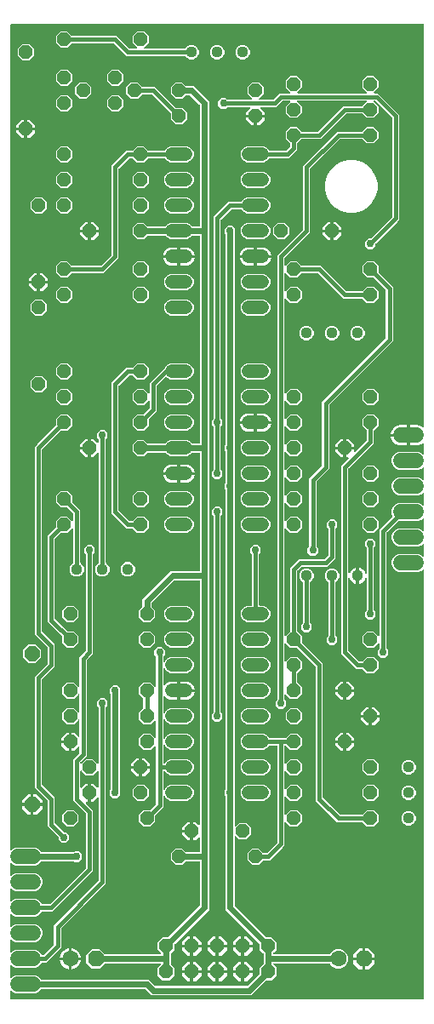
<source format=gbr>
G04 EAGLE Gerber RS-274X export*
G75*
%MOMM*%
%FSLAX34Y34*%
%LPD*%
%INBottom Copper*%
%IPPOS*%
%AMOC8*
5,1,8,0,0,1.08239X$1,22.5*%
G01*
%ADD10P,1.429621X8X202.500000*%
%ADD11P,1.429621X8X22.500000*%
%ADD12P,1.649562X8X292.500000*%
%ADD13C,1.117600*%
%ADD14C,1.320800*%
%ADD15C,1.524000*%
%ADD16P,1.429621X8X292.500000*%
%ADD17P,1.539592X8X22.500000*%
%ADD18P,1.732040X8X22.500000*%
%ADD19C,1.600200*%
%ADD20C,0.609600*%
%ADD21C,0.756400*%
%ADD22C,0.406400*%

G36*
X420898Y10164D02*
X420898Y10164D01*
X420917Y10162D01*
X421019Y10184D01*
X421121Y10200D01*
X421138Y10210D01*
X421158Y10214D01*
X421247Y10267D01*
X421338Y10316D01*
X421352Y10330D01*
X421369Y10340D01*
X421436Y10419D01*
X421508Y10494D01*
X421516Y10512D01*
X421529Y10527D01*
X421568Y10623D01*
X421611Y10717D01*
X421613Y10737D01*
X421621Y10755D01*
X421639Y10922D01*
X421639Y437349D01*
X421628Y437420D01*
X421626Y437491D01*
X421608Y437540D01*
X421600Y437592D01*
X421566Y437655D01*
X421541Y437722D01*
X421509Y437763D01*
X421484Y437809D01*
X421432Y437858D01*
X421388Y437914D01*
X421344Y437943D01*
X421306Y437978D01*
X421241Y438009D01*
X421181Y438047D01*
X421130Y438060D01*
X421083Y438082D01*
X421012Y438090D01*
X420942Y438107D01*
X420890Y438103D01*
X420839Y438109D01*
X420768Y438094D01*
X420697Y438088D01*
X420649Y438068D01*
X420598Y438057D01*
X420537Y438020D01*
X420471Y437992D01*
X420415Y437947D01*
X420387Y437931D01*
X420372Y437913D01*
X420340Y437887D01*
X419200Y436747D01*
X415839Y435355D01*
X396961Y435355D01*
X393600Y436747D01*
X391027Y439320D01*
X389635Y442681D01*
X389635Y446319D01*
X391027Y449680D01*
X393600Y452253D01*
X396961Y453645D01*
X415839Y453645D01*
X419200Y452253D01*
X420340Y451113D01*
X420398Y451071D01*
X420450Y451022D01*
X420497Y451000D01*
X420539Y450969D01*
X420608Y450948D01*
X420673Y450918D01*
X420725Y450912D01*
X420775Y450897D01*
X420846Y450899D01*
X420917Y450891D01*
X420968Y450902D01*
X421020Y450903D01*
X421088Y450928D01*
X421158Y450943D01*
X421203Y450970D01*
X421251Y450988D01*
X421307Y451033D01*
X421369Y451069D01*
X421403Y451109D01*
X421443Y451141D01*
X421482Y451202D01*
X421529Y451256D01*
X421548Y451305D01*
X421576Y451348D01*
X421594Y451418D01*
X421621Y451484D01*
X421629Y451556D01*
X421637Y451587D01*
X421635Y451610D01*
X421639Y451651D01*
X421639Y462749D01*
X421628Y462820D01*
X421626Y462891D01*
X421608Y462940D01*
X421600Y462992D01*
X421566Y463055D01*
X421541Y463122D01*
X421509Y463163D01*
X421484Y463209D01*
X421432Y463258D01*
X421388Y463314D01*
X421344Y463343D01*
X421306Y463378D01*
X421241Y463409D01*
X421181Y463447D01*
X421130Y463460D01*
X421083Y463482D01*
X421012Y463490D01*
X420942Y463507D01*
X420890Y463503D01*
X420839Y463509D01*
X420768Y463494D01*
X420697Y463488D01*
X420649Y463468D01*
X420598Y463457D01*
X420537Y463420D01*
X420471Y463392D01*
X420415Y463347D01*
X420387Y463331D01*
X420372Y463313D01*
X420340Y463287D01*
X419200Y462147D01*
X415839Y460755D01*
X396961Y460755D01*
X393600Y462147D01*
X391027Y464720D01*
X389635Y468081D01*
X389635Y471719D01*
X391027Y475080D01*
X393600Y477653D01*
X396961Y479045D01*
X415839Y479045D01*
X419200Y477653D01*
X420340Y476513D01*
X420398Y476471D01*
X420450Y476422D01*
X420497Y476400D01*
X420539Y476369D01*
X420608Y476348D01*
X420673Y476318D01*
X420725Y476312D01*
X420775Y476297D01*
X420846Y476299D01*
X420917Y476291D01*
X420968Y476302D01*
X421020Y476303D01*
X421088Y476328D01*
X421158Y476343D01*
X421203Y476370D01*
X421251Y476388D01*
X421307Y476433D01*
X421369Y476469D01*
X421403Y476509D01*
X421443Y476541D01*
X421482Y476602D01*
X421529Y476656D01*
X421548Y476705D01*
X421576Y476748D01*
X421594Y476818D01*
X421621Y476884D01*
X421629Y476956D01*
X421637Y476987D01*
X421635Y477010D01*
X421639Y477051D01*
X421639Y488149D01*
X421628Y488220D01*
X421626Y488291D01*
X421608Y488340D01*
X421600Y488392D01*
X421566Y488455D01*
X421541Y488522D01*
X421509Y488563D01*
X421484Y488609D01*
X421432Y488658D01*
X421388Y488714D01*
X421344Y488743D01*
X421306Y488778D01*
X421241Y488809D01*
X421181Y488847D01*
X421130Y488860D01*
X421083Y488882D01*
X421012Y488890D01*
X420942Y488907D01*
X420890Y488903D01*
X420839Y488909D01*
X420768Y488894D01*
X420697Y488888D01*
X420649Y488868D01*
X420598Y488857D01*
X420537Y488820D01*
X420471Y488792D01*
X420415Y488747D01*
X420387Y488731D01*
X420372Y488713D01*
X420340Y488687D01*
X419200Y487547D01*
X415839Y486155D01*
X396961Y486155D01*
X396706Y486261D01*
X396593Y486288D01*
X396479Y486316D01*
X396472Y486316D01*
X396466Y486317D01*
X396350Y486306D01*
X396233Y486297D01*
X396228Y486295D01*
X396221Y486294D01*
X396114Y486246D01*
X396007Y486201D01*
X396001Y486196D01*
X395997Y486194D01*
X395983Y486181D01*
X395876Y486096D01*
X384780Y475000D01*
X384727Y474926D01*
X384667Y474856D01*
X384655Y474826D01*
X384636Y474800D01*
X384609Y474713D01*
X384575Y474628D01*
X384571Y474587D01*
X384564Y474565D01*
X384565Y474533D01*
X384557Y474461D01*
X384557Y359863D01*
X384571Y359773D01*
X384579Y359682D01*
X384591Y359653D01*
X384596Y359621D01*
X384639Y359540D01*
X384675Y359456D01*
X384701Y359424D01*
X384712Y359403D01*
X384735Y359381D01*
X384780Y359325D01*
X386307Y357798D01*
X386307Y353402D01*
X383198Y350293D01*
X378802Y350293D01*
X375693Y353402D01*
X375693Y357798D01*
X377220Y359325D01*
X377273Y359399D01*
X377333Y359469D01*
X377345Y359499D01*
X377364Y359525D01*
X377391Y359612D01*
X377425Y359697D01*
X377429Y359738D01*
X377436Y359760D01*
X377435Y359792D01*
X377443Y359863D01*
X377443Y364110D01*
X377432Y364180D01*
X377430Y364252D01*
X377412Y364301D01*
X377404Y364352D01*
X377370Y364416D01*
X377345Y364483D01*
X377313Y364524D01*
X377288Y364570D01*
X377236Y364619D01*
X377192Y364675D01*
X377148Y364703D01*
X377110Y364739D01*
X377045Y364769D01*
X376985Y364808D01*
X376934Y364821D01*
X376887Y364843D01*
X376816Y364851D01*
X376746Y364868D01*
X376694Y364864D01*
X376643Y364870D01*
X376572Y364855D01*
X376501Y364849D01*
X376453Y364829D01*
X376402Y364818D01*
X376341Y364781D01*
X376275Y364753D01*
X376219Y364708D01*
X376191Y364691D01*
X376176Y364674D01*
X376144Y364648D01*
X371667Y360171D01*
X364933Y360171D01*
X360171Y364933D01*
X360171Y371667D01*
X364933Y376429D01*
X371667Y376429D01*
X376144Y371952D01*
X376202Y371910D01*
X376254Y371861D01*
X376301Y371839D01*
X376343Y371808D01*
X376412Y371787D01*
X376477Y371757D01*
X376529Y371751D01*
X376579Y371736D01*
X376650Y371738D01*
X376721Y371730D01*
X376772Y371741D01*
X376824Y371742D01*
X376892Y371767D01*
X376962Y371782D01*
X377007Y371809D01*
X377055Y371827D01*
X377111Y371872D01*
X377173Y371909D01*
X377207Y371948D01*
X377247Y371981D01*
X377286Y372041D01*
X377333Y372095D01*
X377352Y372144D01*
X377380Y372188D01*
X377398Y372257D01*
X377425Y372324D01*
X377433Y372395D01*
X377441Y372426D01*
X377439Y372449D01*
X377443Y372490D01*
X377443Y477723D01*
X390320Y490600D01*
X390388Y490694D01*
X390458Y490789D01*
X390460Y490795D01*
X390464Y490800D01*
X390498Y490911D01*
X390534Y491022D01*
X390534Y491029D01*
X390536Y491035D01*
X390533Y491151D01*
X390532Y491268D01*
X390530Y491276D01*
X390530Y491281D01*
X390523Y491298D01*
X390485Y491430D01*
X389635Y493481D01*
X389635Y497119D01*
X391027Y500480D01*
X393600Y503053D01*
X396961Y504445D01*
X415839Y504445D01*
X419200Y503053D01*
X420340Y501913D01*
X420398Y501871D01*
X420450Y501822D01*
X420497Y501800D01*
X420539Y501769D01*
X420608Y501748D01*
X420673Y501718D01*
X420725Y501712D01*
X420775Y501697D01*
X420846Y501699D01*
X420917Y501691D01*
X420968Y501702D01*
X421020Y501703D01*
X421088Y501728D01*
X421158Y501743D01*
X421203Y501770D01*
X421251Y501788D01*
X421307Y501833D01*
X421369Y501869D01*
X421403Y501909D01*
X421443Y501941D01*
X421482Y502002D01*
X421529Y502056D01*
X421548Y502105D01*
X421576Y502148D01*
X421594Y502218D01*
X421621Y502284D01*
X421629Y502356D01*
X421637Y502387D01*
X421635Y502410D01*
X421639Y502451D01*
X421639Y513549D01*
X421628Y513620D01*
X421626Y513691D01*
X421608Y513740D01*
X421600Y513792D01*
X421566Y513855D01*
X421541Y513922D01*
X421509Y513963D01*
X421484Y514009D01*
X421432Y514058D01*
X421388Y514114D01*
X421344Y514143D01*
X421306Y514178D01*
X421241Y514209D01*
X421181Y514247D01*
X421130Y514260D01*
X421083Y514282D01*
X421012Y514290D01*
X420942Y514307D01*
X420890Y514303D01*
X420839Y514309D01*
X420768Y514294D01*
X420697Y514288D01*
X420649Y514268D01*
X420598Y514257D01*
X420537Y514220D01*
X420471Y514192D01*
X420415Y514147D01*
X420387Y514131D01*
X420372Y514113D01*
X420340Y514087D01*
X419200Y512947D01*
X415839Y511555D01*
X396961Y511555D01*
X393600Y512947D01*
X391027Y515520D01*
X389635Y518881D01*
X389635Y522519D01*
X391027Y525880D01*
X393600Y528453D01*
X396961Y529845D01*
X415839Y529845D01*
X419200Y528453D01*
X420340Y527313D01*
X420398Y527271D01*
X420450Y527222D01*
X420497Y527200D01*
X420539Y527169D01*
X420608Y527148D01*
X420673Y527118D01*
X420725Y527112D01*
X420775Y527097D01*
X420846Y527099D01*
X420917Y527091D01*
X420968Y527102D01*
X421020Y527103D01*
X421088Y527128D01*
X421158Y527143D01*
X421203Y527170D01*
X421251Y527188D01*
X421307Y527233D01*
X421369Y527269D01*
X421403Y527309D01*
X421443Y527341D01*
X421482Y527402D01*
X421529Y527456D01*
X421548Y527505D01*
X421576Y527548D01*
X421594Y527618D01*
X421621Y527684D01*
X421629Y527756D01*
X421637Y527787D01*
X421635Y527810D01*
X421639Y527851D01*
X421639Y538949D01*
X421628Y539020D01*
X421626Y539091D01*
X421608Y539140D01*
X421600Y539192D01*
X421566Y539255D01*
X421541Y539322D01*
X421509Y539363D01*
X421484Y539409D01*
X421432Y539458D01*
X421388Y539514D01*
X421344Y539543D01*
X421306Y539578D01*
X421241Y539609D01*
X421181Y539647D01*
X421130Y539660D01*
X421083Y539682D01*
X421012Y539690D01*
X420942Y539707D01*
X420890Y539703D01*
X420839Y539709D01*
X420768Y539694D01*
X420697Y539688D01*
X420649Y539668D01*
X420598Y539657D01*
X420537Y539620D01*
X420471Y539592D01*
X420415Y539547D01*
X420387Y539531D01*
X420372Y539513D01*
X420340Y539487D01*
X419200Y538347D01*
X415839Y536955D01*
X396961Y536955D01*
X393600Y538347D01*
X391027Y540920D01*
X389635Y544281D01*
X389635Y547919D01*
X391027Y551280D01*
X393600Y553853D01*
X396961Y555245D01*
X415839Y555245D01*
X419200Y553853D01*
X420340Y552713D01*
X420398Y552671D01*
X420450Y552622D01*
X420497Y552600D01*
X420539Y552569D01*
X420608Y552548D01*
X420673Y552518D01*
X420725Y552512D01*
X420775Y552497D01*
X420846Y552499D01*
X420917Y552491D01*
X420968Y552502D01*
X421020Y552503D01*
X421088Y552528D01*
X421158Y552543D01*
X421203Y552570D01*
X421251Y552588D01*
X421307Y552633D01*
X421369Y552669D01*
X421403Y552709D01*
X421443Y552741D01*
X421482Y552802D01*
X421529Y552856D01*
X421548Y552905D01*
X421576Y552948D01*
X421594Y553018D01*
X421621Y553084D01*
X421629Y553156D01*
X421637Y553187D01*
X421635Y553210D01*
X421639Y553251D01*
X421639Y562982D01*
X421637Y562994D01*
X421639Y563006D01*
X421618Y563115D01*
X421600Y563225D01*
X421594Y563236D01*
X421592Y563247D01*
X421536Y563344D01*
X421484Y563442D01*
X421476Y563451D01*
X421470Y563461D01*
X421387Y563535D01*
X421306Y563612D01*
X421295Y563617D01*
X421286Y563625D01*
X421184Y563669D01*
X421083Y563715D01*
X421071Y563717D01*
X421060Y563722D01*
X420949Y563730D01*
X420839Y563743D01*
X420827Y563740D01*
X420815Y563741D01*
X420707Y563714D01*
X420598Y563690D01*
X420588Y563684D01*
X420576Y563681D01*
X420431Y563598D01*
X419345Y562810D01*
X417920Y562084D01*
X416399Y561589D01*
X414820Y561339D01*
X407923Y561339D01*
X407923Y570738D01*
X407920Y570758D01*
X407922Y570777D01*
X407900Y570879D01*
X407883Y570981D01*
X407874Y570998D01*
X407870Y571018D01*
X407817Y571107D01*
X407768Y571198D01*
X407754Y571212D01*
X407744Y571229D01*
X407665Y571296D01*
X407590Y571367D01*
X407572Y571376D01*
X407557Y571389D01*
X407461Y571427D01*
X407367Y571471D01*
X407347Y571473D01*
X407329Y571481D01*
X407162Y571499D01*
X406399Y571499D01*
X406399Y571501D01*
X407162Y571501D01*
X407182Y571504D01*
X407201Y571502D01*
X407303Y571524D01*
X407405Y571541D01*
X407422Y571550D01*
X407442Y571554D01*
X407531Y571607D01*
X407622Y571656D01*
X407636Y571670D01*
X407653Y571680D01*
X407720Y571759D01*
X407791Y571834D01*
X407800Y571852D01*
X407813Y571867D01*
X407851Y571963D01*
X407895Y572057D01*
X407897Y572077D01*
X407905Y572095D01*
X407923Y572262D01*
X407923Y581661D01*
X414820Y581661D01*
X416399Y581411D01*
X417920Y580916D01*
X419345Y580190D01*
X420431Y579402D01*
X420441Y579396D01*
X420450Y579388D01*
X420551Y579341D01*
X420650Y579291D01*
X420662Y579290D01*
X420673Y579285D01*
X420784Y579272D01*
X420894Y579257D01*
X420906Y579259D01*
X420917Y579257D01*
X421026Y579281D01*
X421136Y579301D01*
X421146Y579307D01*
X421158Y579310D01*
X421254Y579367D01*
X421351Y579421D01*
X421359Y579430D01*
X421369Y579436D01*
X421441Y579521D01*
X421516Y579603D01*
X421521Y579614D01*
X421529Y579623D01*
X421571Y579726D01*
X421615Y579828D01*
X421616Y579840D01*
X421621Y579851D01*
X421639Y580018D01*
X421639Y979678D01*
X421636Y979698D01*
X421638Y979717D01*
X421616Y979819D01*
X421600Y979921D01*
X421590Y979938D01*
X421586Y979958D01*
X421533Y980047D01*
X421484Y980138D01*
X421470Y980152D01*
X421460Y980169D01*
X421381Y980236D01*
X421306Y980308D01*
X421288Y980316D01*
X421273Y980329D01*
X421177Y980368D01*
X421083Y980411D01*
X421063Y980413D01*
X421045Y980421D01*
X420878Y980439D01*
X10922Y980439D01*
X10902Y980436D01*
X10883Y980438D01*
X10781Y980416D01*
X10679Y980400D01*
X10662Y980390D01*
X10642Y980386D01*
X10553Y980333D01*
X10462Y980284D01*
X10448Y980270D01*
X10431Y980260D01*
X10364Y980181D01*
X10292Y980106D01*
X10284Y980088D01*
X10271Y980073D01*
X10232Y979977D01*
X10189Y979883D01*
X10187Y979863D01*
X10179Y979845D01*
X10161Y979678D01*
X10161Y159551D01*
X10172Y159480D01*
X10174Y159409D01*
X10192Y159360D01*
X10200Y159308D01*
X10234Y159245D01*
X10259Y159178D01*
X10291Y159137D01*
X10316Y159091D01*
X10368Y159042D01*
X10412Y158986D01*
X10456Y158957D01*
X10494Y158922D01*
X10559Y158891D01*
X10619Y158853D01*
X10670Y158840D01*
X10717Y158818D01*
X10788Y158810D01*
X10858Y158793D01*
X10910Y158797D01*
X10961Y158791D01*
X11032Y158806D01*
X11103Y158812D01*
X11151Y158832D01*
X11202Y158843D01*
X11263Y158880D01*
X11329Y158908D01*
X11385Y158953D01*
X11413Y158969D01*
X11428Y158987D01*
X11460Y159013D01*
X12600Y160153D01*
X15961Y161545D01*
X34839Y161545D01*
X38200Y160153D01*
X40773Y157580D01*
X40829Y157443D01*
X40891Y157344D01*
X40951Y157243D01*
X40956Y157239D01*
X40959Y157234D01*
X41049Y157159D01*
X41138Y157083D01*
X41144Y157081D01*
X41149Y157077D01*
X41257Y157035D01*
X41366Y156991D01*
X41374Y156990D01*
X41378Y156989D01*
X41397Y156988D01*
X41533Y156973D01*
X72953Y156973D01*
X73043Y156987D01*
X73134Y156995D01*
X73163Y157007D01*
X73195Y157012D01*
X73276Y157055D01*
X73360Y157091D01*
X73392Y157117D01*
X73413Y157128D01*
X73435Y157151D01*
X73491Y157196D01*
X74002Y157707D01*
X78398Y157707D01*
X81507Y154598D01*
X81507Y150202D01*
X78398Y147093D01*
X74002Y147093D01*
X73491Y147604D01*
X73417Y147657D01*
X73347Y147717D01*
X73317Y147729D01*
X73291Y147748D01*
X73204Y147775D01*
X73119Y147809D01*
X73078Y147813D01*
X73056Y147820D01*
X73024Y147819D01*
X72953Y147827D01*
X41533Y147827D01*
X41418Y147808D01*
X41302Y147791D01*
X41296Y147789D01*
X41290Y147788D01*
X41187Y147733D01*
X41083Y147680D01*
X41078Y147675D01*
X41073Y147672D01*
X40992Y147587D01*
X40910Y147504D01*
X40907Y147498D01*
X40903Y147494D01*
X40895Y147477D01*
X40829Y147357D01*
X40773Y147220D01*
X38200Y144647D01*
X34839Y143255D01*
X15961Y143255D01*
X12600Y144647D01*
X11460Y145787D01*
X11402Y145829D01*
X11350Y145878D01*
X11303Y145900D01*
X11261Y145931D01*
X11192Y145952D01*
X11127Y145982D01*
X11075Y145988D01*
X11025Y146003D01*
X10954Y146001D01*
X10883Y146009D01*
X10832Y145998D01*
X10780Y145997D01*
X10712Y145972D01*
X10642Y145957D01*
X10597Y145930D01*
X10549Y145912D01*
X10493Y145867D01*
X10431Y145831D01*
X10397Y145791D01*
X10357Y145759D01*
X10318Y145698D01*
X10271Y145644D01*
X10252Y145595D01*
X10224Y145552D01*
X10206Y145482D01*
X10179Y145416D01*
X10171Y145344D01*
X10163Y145313D01*
X10165Y145290D01*
X10161Y145249D01*
X10161Y134151D01*
X10172Y134080D01*
X10174Y134009D01*
X10192Y133960D01*
X10200Y133908D01*
X10234Y133845D01*
X10259Y133778D01*
X10291Y133737D01*
X10316Y133691D01*
X10368Y133642D01*
X10412Y133586D01*
X10456Y133557D01*
X10494Y133522D01*
X10559Y133491D01*
X10619Y133453D01*
X10670Y133440D01*
X10717Y133418D01*
X10788Y133410D01*
X10858Y133393D01*
X10910Y133397D01*
X10961Y133391D01*
X11032Y133406D01*
X11103Y133412D01*
X11151Y133432D01*
X11202Y133443D01*
X11263Y133480D01*
X11329Y133508D01*
X11385Y133553D01*
X11413Y133569D01*
X11428Y133587D01*
X11460Y133613D01*
X12600Y134753D01*
X15961Y136145D01*
X34839Y136145D01*
X38200Y134753D01*
X40773Y132180D01*
X42165Y128819D01*
X42165Y125181D01*
X40773Y121820D01*
X38200Y119247D01*
X34839Y117855D01*
X15961Y117855D01*
X12600Y119247D01*
X11460Y120387D01*
X11402Y120429D01*
X11350Y120478D01*
X11303Y120500D01*
X11261Y120531D01*
X11192Y120552D01*
X11127Y120582D01*
X11075Y120588D01*
X11025Y120603D01*
X10954Y120601D01*
X10883Y120609D01*
X10832Y120598D01*
X10780Y120597D01*
X10712Y120572D01*
X10642Y120557D01*
X10597Y120530D01*
X10549Y120512D01*
X10493Y120467D01*
X10431Y120431D01*
X10397Y120391D01*
X10357Y120359D01*
X10318Y120298D01*
X10271Y120244D01*
X10252Y120195D01*
X10224Y120152D01*
X10206Y120082D01*
X10179Y120016D01*
X10171Y119944D01*
X10163Y119913D01*
X10165Y119890D01*
X10161Y119849D01*
X10161Y108751D01*
X10172Y108680D01*
X10174Y108609D01*
X10192Y108560D01*
X10200Y108508D01*
X10234Y108445D01*
X10259Y108378D01*
X10291Y108337D01*
X10316Y108291D01*
X10368Y108242D01*
X10412Y108186D01*
X10456Y108157D01*
X10494Y108122D01*
X10559Y108091D01*
X10619Y108053D01*
X10670Y108040D01*
X10717Y108018D01*
X10788Y108010D01*
X10858Y107993D01*
X10910Y107997D01*
X10961Y107991D01*
X11032Y108006D01*
X11103Y108012D01*
X11151Y108032D01*
X11202Y108043D01*
X11263Y108080D01*
X11329Y108108D01*
X11385Y108153D01*
X11413Y108169D01*
X11428Y108187D01*
X11460Y108213D01*
X12600Y109353D01*
X15961Y110745D01*
X34839Y110745D01*
X38200Y109353D01*
X40773Y106780D01*
X41250Y105627D01*
X41312Y105527D01*
X41372Y105427D01*
X41377Y105423D01*
X41380Y105418D01*
X41470Y105343D01*
X41559Y105267D01*
X41565Y105265D01*
X41569Y105261D01*
X41678Y105219D01*
X41787Y105175D01*
X41794Y105174D01*
X41799Y105173D01*
X41817Y105172D01*
X41954Y105157D01*
X49011Y105157D01*
X49102Y105171D01*
X49192Y105179D01*
X49222Y105191D01*
X49254Y105196D01*
X49335Y105239D01*
X49419Y105275D01*
X49451Y105301D01*
X49472Y105312D01*
X49494Y105335D01*
X49550Y105380D01*
X85120Y140950D01*
X85173Y141024D01*
X85233Y141094D01*
X85245Y141124D01*
X85264Y141150D01*
X85291Y141237D01*
X85325Y141322D01*
X85329Y141363D01*
X85336Y141385D01*
X85335Y141417D01*
X85343Y141489D01*
X85343Y195061D01*
X85329Y195152D01*
X85321Y195242D01*
X85309Y195272D01*
X85304Y195304D01*
X85261Y195385D01*
X85225Y195469D01*
X85199Y195501D01*
X85188Y195522D01*
X85165Y195544D01*
X85120Y195600D01*
X72643Y208077D01*
X72643Y249123D01*
X78770Y255250D01*
X78823Y255324D01*
X78883Y255394D01*
X78895Y255424D01*
X78914Y255450D01*
X78941Y255537D01*
X78975Y255622D01*
X78979Y255663D01*
X78986Y255685D01*
X78985Y255717D01*
X78993Y255789D01*
X78993Y261073D01*
X78982Y261144D01*
X78980Y261215D01*
X78962Y261264D01*
X78954Y261316D01*
X78920Y261379D01*
X78895Y261446D01*
X78863Y261487D01*
X78838Y261533D01*
X78786Y261582D01*
X78742Y261638D01*
X78698Y261667D01*
X78660Y261702D01*
X78595Y261733D01*
X78535Y261771D01*
X78484Y261784D01*
X78437Y261806D01*
X78366Y261814D01*
X78296Y261831D01*
X78244Y261827D01*
X78193Y261833D01*
X78122Y261818D01*
X78051Y261812D01*
X78003Y261792D01*
X77952Y261781D01*
X77891Y261744D01*
X77825Y261716D01*
X77769Y261671D01*
X77741Y261655D01*
X77726Y261637D01*
X77694Y261611D01*
X73638Y257555D01*
X71373Y257555D01*
X71373Y265938D01*
X71370Y265958D01*
X71372Y265977D01*
X71350Y266079D01*
X71333Y266181D01*
X71324Y266198D01*
X71320Y266218D01*
X71267Y266307D01*
X71218Y266398D01*
X71204Y266412D01*
X71194Y266429D01*
X71115Y266496D01*
X71040Y266567D01*
X71022Y266576D01*
X71007Y266589D01*
X70911Y266627D01*
X70817Y266671D01*
X70797Y266673D01*
X70779Y266681D01*
X70612Y266699D01*
X69849Y266699D01*
X69849Y266701D01*
X70612Y266701D01*
X70632Y266704D01*
X70651Y266702D01*
X70753Y266724D01*
X70855Y266741D01*
X70872Y266750D01*
X70892Y266754D01*
X70981Y266807D01*
X71072Y266856D01*
X71086Y266870D01*
X71103Y266880D01*
X71170Y266959D01*
X71241Y267034D01*
X71250Y267052D01*
X71263Y267067D01*
X71302Y267163D01*
X71345Y267257D01*
X71347Y267277D01*
X71355Y267295D01*
X71373Y267462D01*
X71373Y275845D01*
X73638Y275845D01*
X77694Y271789D01*
X77752Y271747D01*
X77804Y271698D01*
X77851Y271676D01*
X77893Y271645D01*
X77962Y271624D01*
X78027Y271594D01*
X78079Y271588D01*
X78129Y271573D01*
X78200Y271575D01*
X78271Y271567D01*
X78322Y271578D01*
X78374Y271579D01*
X78442Y271604D01*
X78512Y271619D01*
X78557Y271646D01*
X78605Y271664D01*
X78661Y271709D01*
X78723Y271745D01*
X78757Y271785D01*
X78797Y271817D01*
X78836Y271878D01*
X78883Y271932D01*
X78902Y271981D01*
X78930Y272024D01*
X78948Y272094D01*
X78975Y272160D01*
X78983Y272232D01*
X78991Y272263D01*
X78989Y272286D01*
X78993Y272327D01*
X78993Y287910D01*
X78982Y287980D01*
X78980Y288052D01*
X78962Y288101D01*
X78954Y288152D01*
X78920Y288216D01*
X78895Y288283D01*
X78863Y288324D01*
X78838Y288370D01*
X78786Y288419D01*
X78742Y288475D01*
X78698Y288503D01*
X78660Y288539D01*
X78595Y288569D01*
X78535Y288608D01*
X78484Y288621D01*
X78437Y288643D01*
X78366Y288651D01*
X78296Y288668D01*
X78244Y288664D01*
X78193Y288670D01*
X78122Y288655D01*
X78051Y288649D01*
X78003Y288629D01*
X77952Y288618D01*
X77891Y288581D01*
X77825Y288553D01*
X77769Y288508D01*
X77741Y288491D01*
X77726Y288474D01*
X77694Y288448D01*
X73217Y283971D01*
X66483Y283971D01*
X61721Y288733D01*
X61721Y295467D01*
X66483Y300229D01*
X73217Y300229D01*
X77694Y295752D01*
X77752Y295710D01*
X77804Y295661D01*
X77851Y295639D01*
X77893Y295608D01*
X77962Y295587D01*
X78027Y295557D01*
X78079Y295551D01*
X78129Y295536D01*
X78200Y295538D01*
X78271Y295530D01*
X78322Y295541D01*
X78374Y295542D01*
X78442Y295567D01*
X78512Y295582D01*
X78557Y295609D01*
X78605Y295627D01*
X78661Y295672D01*
X78723Y295709D01*
X78757Y295748D01*
X78797Y295781D01*
X78836Y295841D01*
X78883Y295895D01*
X78902Y295944D01*
X78930Y295988D01*
X78948Y296057D01*
X78975Y296124D01*
X78983Y296195D01*
X78991Y296226D01*
X78989Y296249D01*
X78993Y296290D01*
X78993Y313310D01*
X78982Y313380D01*
X78980Y313452D01*
X78962Y313501D01*
X78954Y313552D01*
X78920Y313616D01*
X78895Y313683D01*
X78863Y313724D01*
X78838Y313770D01*
X78786Y313819D01*
X78742Y313875D01*
X78698Y313903D01*
X78660Y313939D01*
X78595Y313969D01*
X78535Y314008D01*
X78484Y314021D01*
X78437Y314043D01*
X78366Y314051D01*
X78296Y314068D01*
X78244Y314064D01*
X78193Y314070D01*
X78122Y314055D01*
X78051Y314049D01*
X78003Y314029D01*
X77952Y314018D01*
X77891Y313981D01*
X77825Y313953D01*
X77769Y313908D01*
X77741Y313891D01*
X77726Y313874D01*
X77694Y313848D01*
X73217Y309371D01*
X66483Y309371D01*
X61721Y314133D01*
X61721Y320867D01*
X66483Y325629D01*
X73217Y325629D01*
X77694Y321152D01*
X77752Y321110D01*
X77804Y321061D01*
X77851Y321039D01*
X77893Y321008D01*
X77962Y320987D01*
X78027Y320957D01*
X78079Y320951D01*
X78129Y320936D01*
X78200Y320938D01*
X78271Y320930D01*
X78322Y320941D01*
X78374Y320942D01*
X78442Y320967D01*
X78512Y320982D01*
X78557Y321009D01*
X78605Y321027D01*
X78661Y321072D01*
X78723Y321109D01*
X78757Y321148D01*
X78797Y321181D01*
X78836Y321241D01*
X78883Y321295D01*
X78902Y321344D01*
X78930Y321388D01*
X78948Y321457D01*
X78975Y321524D01*
X78983Y321595D01*
X78991Y321626D01*
X78989Y321649D01*
X78993Y321690D01*
X78993Y350723D01*
X81300Y353030D01*
X85120Y356850D01*
X85173Y356924D01*
X85233Y356994D01*
X85245Y357024D01*
X85264Y357050D01*
X85291Y357137D01*
X85325Y357222D01*
X85329Y357263D01*
X85336Y357285D01*
X85335Y357317D01*
X85343Y357389D01*
X85343Y452937D01*
X85329Y453027D01*
X85321Y453118D01*
X85309Y453147D01*
X85304Y453179D01*
X85261Y453260D01*
X85225Y453344D01*
X85199Y453376D01*
X85188Y453397D01*
X85165Y453419D01*
X85120Y453475D01*
X83593Y455002D01*
X83593Y459398D01*
X86702Y462507D01*
X91098Y462507D01*
X94207Y459398D01*
X94207Y455002D01*
X92680Y453475D01*
X92627Y453401D01*
X92567Y453331D01*
X92555Y453301D01*
X92536Y453275D01*
X92509Y453188D01*
X92475Y453103D01*
X92471Y453062D01*
X92464Y453040D01*
X92465Y453008D01*
X92457Y452937D01*
X92457Y354127D01*
X90150Y351820D01*
X86330Y348000D01*
X86277Y347926D01*
X86217Y347856D01*
X86205Y347826D01*
X86186Y347800D01*
X86159Y347713D01*
X86125Y347628D01*
X86121Y347587D01*
X86114Y347565D01*
X86115Y347533D01*
X86107Y347461D01*
X86107Y252527D01*
X79980Y246400D01*
X79927Y246326D01*
X79867Y246256D01*
X79855Y246226D01*
X79836Y246200D01*
X79809Y246113D01*
X79775Y246028D01*
X79771Y245987D01*
X79764Y245965D01*
X79765Y245933D01*
X79757Y245861D01*
X79757Y245490D01*
X79768Y245420D01*
X79770Y245348D01*
X79788Y245299D01*
X79796Y245248D01*
X79830Y245184D01*
X79855Y245117D01*
X79887Y245076D01*
X79912Y245030D01*
X79964Y244981D01*
X80008Y244925D01*
X80052Y244897D01*
X80090Y244861D01*
X80155Y244831D01*
X80215Y244792D01*
X80266Y244779D01*
X80313Y244757D01*
X80384Y244749D01*
X80454Y244732D01*
X80506Y244736D01*
X80557Y244730D01*
X80628Y244745D01*
X80699Y244751D01*
X80747Y244771D01*
X80798Y244782D01*
X80859Y244819D01*
X80925Y244847D01*
X80981Y244892D01*
X81009Y244909D01*
X81024Y244926D01*
X81056Y244952D01*
X85533Y249429D01*
X92267Y249429D01*
X96744Y244952D01*
X96802Y244910D01*
X96854Y244861D01*
X96901Y244839D01*
X96943Y244808D01*
X97012Y244787D01*
X97077Y244757D01*
X97129Y244751D01*
X97179Y244736D01*
X97250Y244738D01*
X97321Y244730D01*
X97372Y244741D01*
X97424Y244742D01*
X97492Y244767D01*
X97562Y244782D01*
X97607Y244809D01*
X97655Y244827D01*
X97711Y244872D01*
X97773Y244909D01*
X97807Y244948D01*
X97847Y244981D01*
X97886Y245041D01*
X97933Y245095D01*
X97952Y245144D01*
X97980Y245188D01*
X97998Y245257D01*
X98025Y245324D01*
X98033Y245395D01*
X98041Y245426D01*
X98039Y245449D01*
X98043Y245490D01*
X98043Y300537D01*
X98029Y300627D01*
X98021Y300718D01*
X98009Y300747D01*
X98004Y300779D01*
X97961Y300860D01*
X97925Y300944D01*
X97899Y300976D01*
X97888Y300997D01*
X97865Y301019D01*
X97820Y301075D01*
X96293Y302602D01*
X96293Y306998D01*
X99402Y310107D01*
X103798Y310107D01*
X106907Y306998D01*
X106907Y302602D01*
X105380Y301075D01*
X105327Y301001D01*
X105267Y300931D01*
X105255Y300901D01*
X105236Y300875D01*
X105209Y300788D01*
X105175Y300703D01*
X105171Y300662D01*
X105164Y300640D01*
X105165Y300608D01*
X105157Y300537D01*
X105157Y125527D01*
X102850Y123220D01*
X60930Y81300D01*
X60877Y81226D01*
X60817Y81156D01*
X60805Y81126D01*
X60786Y81100D01*
X60759Y81013D01*
X60725Y80928D01*
X60721Y80887D01*
X60714Y80865D01*
X60715Y80833D01*
X60707Y80761D01*
X60707Y62027D01*
X58400Y59720D01*
X48230Y49550D01*
X45923Y47243D01*
X41954Y47243D01*
X41839Y47224D01*
X41723Y47207D01*
X41717Y47205D01*
X41711Y47204D01*
X41608Y47149D01*
X41503Y47096D01*
X41499Y47091D01*
X41493Y47088D01*
X41414Y47004D01*
X41331Y46920D01*
X41328Y46914D01*
X41324Y46910D01*
X41316Y46893D01*
X41250Y46773D01*
X40773Y45620D01*
X38200Y43047D01*
X34839Y41655D01*
X15961Y41655D01*
X12600Y43047D01*
X11460Y44187D01*
X11402Y44229D01*
X11350Y44278D01*
X11303Y44300D01*
X11261Y44331D01*
X11192Y44352D01*
X11127Y44382D01*
X11075Y44388D01*
X11025Y44403D01*
X10954Y44401D01*
X10883Y44409D01*
X10832Y44398D01*
X10780Y44397D01*
X10712Y44372D01*
X10642Y44357D01*
X10597Y44330D01*
X10549Y44312D01*
X10493Y44267D01*
X10431Y44231D01*
X10397Y44191D01*
X10357Y44159D01*
X10318Y44098D01*
X10271Y44044D01*
X10252Y43995D01*
X10224Y43952D01*
X10206Y43882D01*
X10179Y43816D01*
X10171Y43744D01*
X10163Y43713D01*
X10165Y43690D01*
X10161Y43649D01*
X10161Y32551D01*
X10172Y32480D01*
X10174Y32409D01*
X10192Y32360D01*
X10200Y32308D01*
X10234Y32245D01*
X10259Y32178D01*
X10291Y32137D01*
X10316Y32091D01*
X10368Y32042D01*
X10412Y31986D01*
X10456Y31957D01*
X10494Y31922D01*
X10559Y31891D01*
X10619Y31853D01*
X10670Y31840D01*
X10717Y31818D01*
X10788Y31810D01*
X10858Y31793D01*
X10910Y31797D01*
X10961Y31791D01*
X11032Y31806D01*
X11103Y31812D01*
X11151Y31832D01*
X11202Y31843D01*
X11263Y31880D01*
X11329Y31908D01*
X11385Y31953D01*
X11413Y31969D01*
X11428Y31987D01*
X11460Y32013D01*
X12600Y33153D01*
X15961Y34545D01*
X34839Y34545D01*
X38200Y33153D01*
X40773Y30580D01*
X40829Y30443D01*
X40891Y30344D01*
X40951Y30243D01*
X40956Y30239D01*
X40959Y30234D01*
X41049Y30159D01*
X41138Y30083D01*
X41144Y30081D01*
X41149Y30077D01*
X41257Y30035D01*
X41366Y29991D01*
X41374Y29990D01*
X41378Y29989D01*
X41397Y29988D01*
X41533Y29973D01*
X147944Y29973D01*
X150846Y27071D01*
X154071Y23846D01*
X154145Y23793D01*
X154215Y23733D01*
X154245Y23721D01*
X154271Y23702D01*
X154358Y23675D01*
X154443Y23641D01*
X154484Y23637D01*
X154506Y23630D01*
X154538Y23631D01*
X154609Y23623D01*
X245441Y23623D01*
X245531Y23637D01*
X245622Y23645D01*
X245651Y23657D01*
X245683Y23662D01*
X245764Y23705D01*
X245848Y23741D01*
X245880Y23767D01*
X245901Y23778D01*
X245923Y23801D01*
X245979Y23846D01*
X257840Y35707D01*
X257893Y35781D01*
X257953Y35851D01*
X257965Y35881D01*
X257984Y35907D01*
X258011Y35994D01*
X258045Y36079D01*
X258049Y36120D01*
X258056Y36142D01*
X258055Y36174D01*
X258063Y36245D01*
X258063Y41677D01*
X261904Y45518D01*
X261957Y45592D01*
X262017Y45662D01*
X262029Y45692D01*
X262048Y45718D01*
X262075Y45805D01*
X262109Y45890D01*
X262113Y45931D01*
X262120Y45953D01*
X262119Y45985D01*
X262127Y46057D01*
X262127Y55543D01*
X262113Y55633D01*
X262105Y55724D01*
X262093Y55754D01*
X262088Y55786D01*
X262045Y55867D01*
X262009Y55951D01*
X261983Y55983D01*
X261972Y56003D01*
X261949Y56026D01*
X261904Y56082D01*
X258063Y59923D01*
X258063Y65355D01*
X258049Y65445D01*
X258041Y65536D01*
X258029Y65565D01*
X258024Y65597D01*
X257981Y65678D01*
X257945Y65762D01*
X257919Y65794D01*
X257908Y65815D01*
X257885Y65837D01*
X257840Y65893D01*
X226929Y96804D01*
X224027Y99706D01*
X224027Y212653D01*
X224024Y212675D01*
X224026Y212693D01*
X224011Y212758D01*
X224005Y212834D01*
X223993Y212863D01*
X223988Y212895D01*
X223977Y212915D01*
X223973Y212933D01*
X223938Y212992D01*
X223909Y213060D01*
X223883Y213092D01*
X223872Y213113D01*
X223857Y213127D01*
X223847Y213144D01*
X223830Y213159D01*
X223804Y213191D01*
X223293Y213702D01*
X223293Y218098D01*
X223804Y218609D01*
X223857Y218683D01*
X223917Y218753D01*
X223929Y218783D01*
X223948Y218809D01*
X223975Y218896D01*
X224009Y218981D01*
X224013Y219022D01*
X224020Y219044D01*
X224019Y219076D01*
X224027Y219147D01*
X224027Y517453D01*
X224013Y517543D01*
X224005Y517634D01*
X223993Y517663D01*
X223988Y517695D01*
X223945Y517776D01*
X223909Y517860D01*
X223883Y517892D01*
X223872Y517913D01*
X223849Y517935D01*
X223804Y517991D01*
X223293Y518502D01*
X223293Y522898D01*
X223804Y523409D01*
X223857Y523483D01*
X223917Y523553D01*
X223929Y523583D01*
X223948Y523609D01*
X223975Y523696D01*
X224009Y523781D01*
X224013Y523822D01*
X224020Y523844D01*
X224019Y523876D01*
X224027Y523947D01*
X224027Y555553D01*
X224013Y555643D01*
X224005Y555734D01*
X223993Y555763D01*
X223988Y555795D01*
X223945Y555876D01*
X223909Y555960D01*
X223883Y555992D01*
X223872Y556013D01*
X223849Y556035D01*
X223804Y556091D01*
X223293Y556602D01*
X223293Y560998D01*
X223804Y561509D01*
X223857Y561583D01*
X223917Y561653D01*
X223929Y561683D01*
X223948Y561709D01*
X223975Y561796D01*
X224009Y561881D01*
X224013Y561922D01*
X224020Y561944D01*
X224019Y561976D01*
X224027Y562047D01*
X224027Y771453D01*
X224013Y771543D01*
X224005Y771634D01*
X223993Y771663D01*
X223988Y771695D01*
X223945Y771776D01*
X223909Y771860D01*
X223883Y771892D01*
X223872Y771913D01*
X223849Y771935D01*
X223804Y771991D01*
X223293Y772502D01*
X223293Y776898D01*
X226402Y780007D01*
X230798Y780007D01*
X233907Y776898D01*
X233907Y772502D01*
X233396Y771991D01*
X233343Y771917D01*
X233283Y771847D01*
X233271Y771817D01*
X233252Y771791D01*
X233225Y771704D01*
X233191Y771619D01*
X233187Y771578D01*
X233180Y771556D01*
X233181Y771524D01*
X233173Y771453D01*
X233173Y562047D01*
X233175Y562036D01*
X233174Y562028D01*
X233183Y561986D01*
X233187Y561957D01*
X233195Y561866D01*
X233207Y561837D01*
X233212Y561805D01*
X233255Y561724D01*
X233291Y561640D01*
X233317Y561608D01*
X233328Y561587D01*
X233351Y561565D01*
X233396Y561509D01*
X233907Y560998D01*
X233907Y556602D01*
X233396Y556091D01*
X233342Y556017D01*
X233283Y555947D01*
X233271Y555917D01*
X233252Y555891D01*
X233225Y555804D01*
X233191Y555719D01*
X233187Y555678D01*
X233180Y555656D01*
X233181Y555624D01*
X233173Y555553D01*
X233173Y523947D01*
X233187Y523857D01*
X233195Y523766D01*
X233207Y523737D01*
X233212Y523705D01*
X233255Y523624D01*
X233291Y523540D01*
X233317Y523508D01*
X233328Y523487D01*
X233351Y523465D01*
X233396Y523409D01*
X233907Y522898D01*
X233907Y518502D01*
X233396Y517991D01*
X233343Y517917D01*
X233283Y517847D01*
X233271Y517817D01*
X233252Y517791D01*
X233225Y517704D01*
X233191Y517619D01*
X233187Y517578D01*
X233180Y517556D01*
X233181Y517524D01*
X233173Y517453D01*
X233173Y219147D01*
X233187Y219057D01*
X233195Y218966D01*
X233207Y218937D01*
X233212Y218905D01*
X233255Y218824D01*
X233291Y218740D01*
X233317Y218708D01*
X233328Y218687D01*
X233351Y218665D01*
X233396Y218609D01*
X233907Y218098D01*
X233907Y213702D01*
X233396Y213191D01*
X233354Y213132D01*
X233305Y213081D01*
X233297Y213064D01*
X233283Y213047D01*
X233271Y213017D01*
X233252Y212991D01*
X233230Y212920D01*
X233202Y212858D01*
X233200Y212840D01*
X233191Y212819D01*
X233187Y212778D01*
X233180Y212756D01*
X233181Y212724D01*
X233173Y212653D01*
X233173Y183006D01*
X233184Y182936D01*
X233186Y182864D01*
X233204Y182815D01*
X233212Y182764D01*
X233246Y182700D01*
X233271Y182633D01*
X233303Y182592D01*
X233328Y182546D01*
X233380Y182497D01*
X233424Y182441D01*
X233468Y182413D01*
X233506Y182377D01*
X233571Y182347D01*
X233631Y182308D01*
X233682Y182295D01*
X233729Y182273D01*
X233800Y182265D01*
X233870Y182248D01*
X233922Y182252D01*
X233973Y182246D01*
X234044Y182261D01*
X234115Y182267D01*
X234163Y182287D01*
X234214Y182298D01*
X234275Y182335D01*
X234341Y182363D01*
X234397Y182408D01*
X234425Y182425D01*
X234440Y182442D01*
X234472Y182468D01*
X237933Y185929D01*
X244667Y185929D01*
X249429Y181167D01*
X249429Y174433D01*
X244667Y169671D01*
X237933Y169671D01*
X234472Y173132D01*
X234414Y173174D01*
X234362Y173223D01*
X234315Y173245D01*
X234273Y173276D01*
X234204Y173297D01*
X234139Y173327D01*
X234087Y173333D01*
X234037Y173348D01*
X233966Y173346D01*
X233895Y173354D01*
X233844Y173343D01*
X233792Y173342D01*
X233724Y173317D01*
X233654Y173302D01*
X233609Y173275D01*
X233561Y173257D01*
X233505Y173212D01*
X233443Y173175D01*
X233409Y173136D01*
X233369Y173103D01*
X233330Y173043D01*
X233283Y172989D01*
X233264Y172940D01*
X233236Y172896D01*
X233218Y172827D01*
X233191Y172760D01*
X233183Y172689D01*
X233175Y172658D01*
X233177Y172635D01*
X233173Y172594D01*
X233173Y103809D01*
X233187Y103719D01*
X233195Y103628D01*
X233207Y103599D01*
X233212Y103567D01*
X233255Y103486D01*
X233291Y103402D01*
X233317Y103370D01*
X233328Y103349D01*
X233351Y103327D01*
X233359Y103317D01*
X233367Y103304D01*
X233375Y103296D01*
X233396Y103271D01*
X264307Y72360D01*
X264381Y72307D01*
X264451Y72247D01*
X264481Y72235D01*
X264507Y72216D01*
X264594Y72189D01*
X264679Y72155D01*
X264720Y72151D01*
X264742Y72144D01*
X264774Y72145D01*
X264845Y72137D01*
X270277Y72137D01*
X275337Y67077D01*
X275337Y59923D01*
X272086Y56672D01*
X272045Y56614D01*
X271995Y56562D01*
X271973Y56515D01*
X271943Y56473D01*
X271922Y56404D01*
X271892Y56339D01*
X271886Y56287D01*
X271871Y56237D01*
X271872Y56166D01*
X271864Y56095D01*
X271876Y56044D01*
X271877Y55992D01*
X271902Y55924D01*
X271917Y55854D01*
X271943Y55809D01*
X271961Y55761D01*
X272006Y55705D01*
X272043Y55643D01*
X272082Y55609D01*
X272115Y55569D01*
X272175Y55530D01*
X272230Y55483D01*
X272278Y55464D01*
X272322Y55436D01*
X272391Y55418D01*
X272458Y55391D01*
X272529Y55383D01*
X272560Y55375D01*
X272584Y55377D01*
X272625Y55373D01*
X327625Y55373D01*
X327740Y55392D01*
X327856Y55409D01*
X327861Y55411D01*
X327868Y55412D01*
X327970Y55467D01*
X328075Y55520D01*
X328079Y55525D01*
X328085Y55528D01*
X328165Y55612D01*
X328247Y55696D01*
X328251Y55702D01*
X328254Y55706D01*
X328262Y55723D01*
X328328Y55843D01*
X328474Y56196D01*
X331154Y58876D01*
X334655Y60326D01*
X338445Y60326D01*
X341946Y58876D01*
X344626Y56196D01*
X346076Y52695D01*
X346076Y48905D01*
X344626Y45404D01*
X341946Y42724D01*
X338445Y41274D01*
X334655Y41274D01*
X331154Y42724D01*
X328474Y45404D01*
X328328Y45757D01*
X328266Y45857D01*
X328207Y45957D01*
X328202Y45961D01*
X328199Y45966D01*
X328108Y46041D01*
X328020Y46117D01*
X328014Y46119D01*
X328009Y46123D01*
X327901Y46165D01*
X327792Y46209D01*
X327784Y46210D01*
X327779Y46211D01*
X327761Y46212D01*
X327625Y46227D01*
X272625Y46227D01*
X272554Y46216D01*
X272482Y46214D01*
X272433Y46196D01*
X272382Y46188D01*
X272319Y46154D01*
X272251Y46129D01*
X272211Y46097D01*
X272165Y46072D01*
X272115Y46020D01*
X272059Y45976D01*
X272031Y45932D01*
X271995Y45894D01*
X271965Y45829D01*
X271926Y45769D01*
X271914Y45718D01*
X271892Y45671D01*
X271884Y45600D01*
X271866Y45530D01*
X271870Y45478D01*
X271864Y45427D01*
X271880Y45356D01*
X271885Y45285D01*
X271906Y45237D01*
X271917Y45186D01*
X271954Y45125D01*
X271982Y45059D01*
X272026Y45003D01*
X272043Y44975D01*
X272061Y44960D01*
X272086Y44928D01*
X275337Y41677D01*
X275337Y34523D01*
X270277Y29463D01*
X264845Y29463D01*
X264755Y29449D01*
X264664Y29441D01*
X264635Y29429D01*
X264603Y29424D01*
X264522Y29381D01*
X264438Y29345D01*
X264406Y29319D01*
X264385Y29308D01*
X264363Y29285D01*
X264307Y29240D01*
X249544Y14477D01*
X150506Y14477D01*
X144379Y20604D01*
X144305Y20657D01*
X144235Y20717D01*
X144205Y20729D01*
X144179Y20748D01*
X144092Y20775D01*
X144007Y20809D01*
X143966Y20813D01*
X143944Y20820D01*
X143912Y20819D01*
X143841Y20827D01*
X41533Y20827D01*
X41418Y20808D01*
X41302Y20791D01*
X41296Y20789D01*
X41290Y20788D01*
X41187Y20733D01*
X41083Y20680D01*
X41078Y20675D01*
X41073Y20672D01*
X40992Y20587D01*
X40910Y20504D01*
X40907Y20498D01*
X40903Y20494D01*
X40895Y20477D01*
X40829Y20357D01*
X40773Y20220D01*
X38200Y17647D01*
X34839Y16255D01*
X15961Y16255D01*
X12600Y17647D01*
X11460Y18787D01*
X11402Y18829D01*
X11350Y18878D01*
X11303Y18900D01*
X11261Y18931D01*
X11192Y18952D01*
X11127Y18982D01*
X11075Y18988D01*
X11025Y19003D01*
X10954Y19001D01*
X10883Y19009D01*
X10832Y18998D01*
X10780Y18997D01*
X10712Y18972D01*
X10642Y18957D01*
X10597Y18930D01*
X10549Y18912D01*
X10493Y18867D01*
X10431Y18831D01*
X10397Y18791D01*
X10357Y18759D01*
X10318Y18698D01*
X10271Y18644D01*
X10252Y18595D01*
X10224Y18552D01*
X10206Y18482D01*
X10179Y18416D01*
X10171Y18344D01*
X10163Y18313D01*
X10165Y18290D01*
X10161Y18249D01*
X10161Y10922D01*
X10164Y10902D01*
X10162Y10883D01*
X10184Y10781D01*
X10200Y10679D01*
X10210Y10662D01*
X10214Y10642D01*
X10267Y10553D01*
X10316Y10462D01*
X10330Y10448D01*
X10340Y10431D01*
X10419Y10364D01*
X10494Y10292D01*
X10512Y10284D01*
X10527Y10271D01*
X10623Y10232D01*
X10717Y10189D01*
X10737Y10187D01*
X10755Y10179D01*
X10922Y10161D01*
X420878Y10161D01*
X420898Y10164D01*
G37*
%LPC*%
G36*
X161523Y29463D02*
X161523Y29463D01*
X156463Y34523D01*
X156463Y41677D01*
X159714Y44928D01*
X159755Y44986D01*
X159805Y45038D01*
X159827Y45085D01*
X159857Y45127D01*
X159878Y45196D01*
X159908Y45261D01*
X159914Y45313D01*
X159929Y45363D01*
X159928Y45434D01*
X159936Y45505D01*
X159924Y45556D01*
X159923Y45608D01*
X159898Y45676D01*
X159883Y45746D01*
X159857Y45791D01*
X159839Y45839D01*
X159794Y45895D01*
X159757Y45957D01*
X159718Y45991D01*
X159685Y46031D01*
X159625Y46070D01*
X159570Y46117D01*
X159522Y46136D01*
X159478Y46164D01*
X159409Y46182D01*
X159342Y46209D01*
X159271Y46217D01*
X159240Y46225D01*
X159216Y46223D01*
X159175Y46227D01*
X104464Y46227D01*
X104374Y46213D01*
X104283Y46205D01*
X104253Y46193D01*
X104221Y46188D01*
X104141Y46145D01*
X104057Y46109D01*
X104025Y46083D01*
X104004Y46072D01*
X103982Y46049D01*
X103926Y46004D01*
X99196Y41274D01*
X91304Y41274D01*
X85724Y46854D01*
X85724Y54746D01*
X91304Y60326D01*
X99196Y60326D01*
X103926Y55596D01*
X104000Y55543D01*
X104069Y55483D01*
X104099Y55471D01*
X104125Y55452D01*
X104212Y55425D01*
X104297Y55391D01*
X104338Y55387D01*
X104361Y55380D01*
X104393Y55381D01*
X104464Y55373D01*
X159175Y55373D01*
X159246Y55384D01*
X159318Y55386D01*
X159367Y55404D01*
X159418Y55412D01*
X159481Y55446D01*
X159549Y55471D01*
X159589Y55503D01*
X159635Y55528D01*
X159685Y55580D01*
X159741Y55624D01*
X159769Y55668D01*
X159805Y55706D01*
X159835Y55771D01*
X159874Y55831D01*
X159886Y55882D01*
X159908Y55929D01*
X159916Y56000D01*
X159934Y56070D01*
X159930Y56122D01*
X159936Y56173D01*
X159920Y56244D01*
X159915Y56315D01*
X159894Y56363D01*
X159883Y56414D01*
X159846Y56475D01*
X159818Y56541D01*
X159774Y56597D01*
X159757Y56625D01*
X159739Y56640D01*
X159714Y56672D01*
X156463Y59923D01*
X156463Y67077D01*
X161523Y72137D01*
X166955Y72137D01*
X167045Y72151D01*
X167136Y72159D01*
X167165Y72171D01*
X167197Y72176D01*
X167278Y72219D01*
X167362Y72255D01*
X167394Y72281D01*
X167415Y72292D01*
X167437Y72315D01*
X167493Y72360D01*
X198404Y103271D01*
X198448Y103333D01*
X198481Y103366D01*
X198486Y103379D01*
X198517Y103415D01*
X198529Y103445D01*
X198548Y103471D01*
X198575Y103558D01*
X198609Y103643D01*
X198613Y103684D01*
X198620Y103706D01*
X198619Y103738D01*
X198627Y103809D01*
X198627Y147066D01*
X198624Y147086D01*
X198626Y147105D01*
X198604Y147207D01*
X198588Y147309D01*
X198578Y147326D01*
X198574Y147346D01*
X198521Y147435D01*
X198472Y147526D01*
X198458Y147540D01*
X198448Y147557D01*
X198369Y147624D01*
X198294Y147696D01*
X198276Y147704D01*
X198261Y147717D01*
X198165Y147756D01*
X198071Y147799D01*
X198051Y147801D01*
X198033Y147809D01*
X197866Y147827D01*
X185038Y147827D01*
X184948Y147813D01*
X184857Y147805D01*
X184828Y147793D01*
X184796Y147788D01*
X184715Y147745D01*
X184631Y147709D01*
X184599Y147683D01*
X184578Y147672D01*
X184556Y147649D01*
X184500Y147604D01*
X181167Y144271D01*
X174433Y144271D01*
X169671Y149033D01*
X169671Y155767D01*
X174433Y160529D01*
X181167Y160529D01*
X184500Y157196D01*
X184574Y157143D01*
X184643Y157083D01*
X184674Y157071D01*
X184700Y157052D01*
X184787Y157025D01*
X184872Y156991D01*
X184913Y156987D01*
X184935Y156980D01*
X184967Y156981D01*
X185038Y156973D01*
X197866Y156973D01*
X197886Y156976D01*
X197905Y156974D01*
X198007Y156996D01*
X198109Y157012D01*
X198126Y157022D01*
X198146Y157026D01*
X198235Y157079D01*
X198326Y157128D01*
X198340Y157142D01*
X198357Y157152D01*
X198424Y157231D01*
X198496Y157306D01*
X198504Y157324D01*
X198517Y157339D01*
X198556Y157435D01*
X198599Y157529D01*
X198601Y157549D01*
X198609Y157567D01*
X198627Y157734D01*
X198627Y171157D01*
X198616Y171228D01*
X198614Y171299D01*
X198596Y171348D01*
X198588Y171400D01*
X198554Y171463D01*
X198529Y171530D01*
X198497Y171571D01*
X198472Y171617D01*
X198420Y171666D01*
X198376Y171722D01*
X198332Y171751D01*
X198294Y171786D01*
X198229Y171817D01*
X198169Y171855D01*
X198118Y171868D01*
X198071Y171890D01*
X198000Y171898D01*
X197930Y171915D01*
X197878Y171911D01*
X197827Y171917D01*
X197756Y171902D01*
X197685Y171896D01*
X197637Y171876D01*
X197586Y171865D01*
X197525Y171828D01*
X197459Y171800D01*
X197403Y171755D01*
X197375Y171739D01*
X197360Y171721D01*
X197328Y171695D01*
X194288Y168655D01*
X192023Y168655D01*
X192023Y177038D01*
X192020Y177058D01*
X192022Y177077D01*
X192000Y177179D01*
X191983Y177281D01*
X191974Y177298D01*
X191970Y177318D01*
X191917Y177407D01*
X191868Y177498D01*
X191854Y177512D01*
X191844Y177529D01*
X191765Y177596D01*
X191690Y177667D01*
X191672Y177676D01*
X191657Y177689D01*
X191561Y177727D01*
X191467Y177771D01*
X191447Y177773D01*
X191429Y177781D01*
X191262Y177799D01*
X190499Y177799D01*
X190499Y177801D01*
X191262Y177801D01*
X191282Y177804D01*
X191301Y177802D01*
X191403Y177824D01*
X191505Y177841D01*
X191522Y177850D01*
X191542Y177854D01*
X191631Y177907D01*
X191722Y177956D01*
X191736Y177970D01*
X191753Y177980D01*
X191820Y178059D01*
X191891Y178134D01*
X191900Y178152D01*
X191913Y178167D01*
X191952Y178263D01*
X191995Y178357D01*
X191997Y178377D01*
X192005Y178395D01*
X192023Y178562D01*
X192023Y186945D01*
X194288Y186945D01*
X197328Y183905D01*
X197386Y183863D01*
X197438Y183814D01*
X197485Y183792D01*
X197527Y183761D01*
X197596Y183740D01*
X197661Y183710D01*
X197713Y183704D01*
X197763Y183689D01*
X197834Y183691D01*
X197905Y183683D01*
X197956Y183694D01*
X198008Y183695D01*
X198076Y183720D01*
X198146Y183735D01*
X198191Y183762D01*
X198239Y183780D01*
X198295Y183825D01*
X198357Y183861D01*
X198391Y183901D01*
X198431Y183933D01*
X198470Y183994D01*
X198517Y184048D01*
X198536Y184097D01*
X198564Y184140D01*
X198582Y184210D01*
X198609Y184276D01*
X198617Y184348D01*
X198625Y184379D01*
X198623Y184402D01*
X198627Y184443D01*
X198627Y426466D01*
X198624Y426486D01*
X198626Y426505D01*
X198604Y426607D01*
X198588Y426709D01*
X198578Y426726D01*
X198574Y426746D01*
X198521Y426835D01*
X198472Y426926D01*
X198458Y426940D01*
X198448Y426957D01*
X198369Y427024D01*
X198294Y427096D01*
X198276Y427104D01*
X198261Y427117D01*
X198165Y427156D01*
X198071Y427199D01*
X198051Y427201D01*
X198033Y427209D01*
X197866Y427227D01*
X173659Y427227D01*
X173569Y427213D01*
X173478Y427205D01*
X173449Y427193D01*
X173417Y427188D01*
X173336Y427145D01*
X173252Y427109D01*
X173220Y427083D01*
X173199Y427072D01*
X173177Y427049D01*
X173121Y427004D01*
X150846Y404729D01*
X150793Y404655D01*
X150733Y404585D01*
X150721Y404555D01*
X150702Y404529D01*
X150675Y404442D01*
X150641Y404357D01*
X150637Y404316D01*
X150630Y404294D01*
X150631Y404262D01*
X150623Y404191D01*
X150623Y400938D01*
X150637Y400848D01*
X150645Y400757D01*
X150657Y400728D01*
X150662Y400696D01*
X150705Y400615D01*
X150741Y400531D01*
X150767Y400499D01*
X150778Y400478D01*
X150801Y400456D01*
X150846Y400400D01*
X154179Y397067D01*
X154179Y390333D01*
X149417Y385571D01*
X142683Y385571D01*
X137921Y390333D01*
X137921Y397067D01*
X141254Y400400D01*
X141307Y400474D01*
X141367Y400543D01*
X141379Y400574D01*
X141398Y400600D01*
X141425Y400687D01*
X141459Y400772D01*
X141463Y400813D01*
X141470Y400835D01*
X141469Y400867D01*
X141477Y400938D01*
X141477Y408294D01*
X169556Y436373D01*
X197866Y436373D01*
X197886Y436376D01*
X197905Y436374D01*
X198007Y436396D01*
X198109Y436412D01*
X198126Y436422D01*
X198146Y436426D01*
X198235Y436479D01*
X198326Y436528D01*
X198340Y436542D01*
X198357Y436552D01*
X198424Y436631D01*
X198496Y436706D01*
X198504Y436724D01*
X198517Y436739D01*
X198556Y436835D01*
X198599Y436929D01*
X198601Y436949D01*
X198609Y436967D01*
X198627Y437134D01*
X198627Y553466D01*
X198624Y553486D01*
X198626Y553505D01*
X198604Y553607D01*
X198588Y553709D01*
X198578Y553726D01*
X198574Y553746D01*
X198521Y553835D01*
X198472Y553926D01*
X198458Y553940D01*
X198448Y553957D01*
X198369Y554024D01*
X198294Y554096D01*
X198276Y554104D01*
X198261Y554117D01*
X198165Y554156D01*
X198071Y554199D01*
X198051Y554201D01*
X198033Y554209D01*
X197866Y554227D01*
X191642Y554227D01*
X191552Y554213D01*
X191461Y554205D01*
X191432Y554193D01*
X191400Y554188D01*
X191319Y554145D01*
X191235Y554109D01*
X191203Y554083D01*
X191182Y554072D01*
X191160Y554049D01*
X191104Y554004D01*
X189009Y551909D01*
X186021Y550671D01*
X169579Y550671D01*
X166591Y551909D01*
X164496Y554004D01*
X164422Y554057D01*
X164353Y554117D01*
X164322Y554129D01*
X164296Y554148D01*
X164209Y554175D01*
X164124Y554209D01*
X164083Y554213D01*
X164061Y554220D01*
X164029Y554219D01*
X163958Y554227D01*
X146938Y554227D01*
X146848Y554213D01*
X146757Y554205D01*
X146728Y554193D01*
X146696Y554188D01*
X146615Y554145D01*
X146531Y554109D01*
X146499Y554083D01*
X146478Y554072D01*
X146456Y554049D01*
X146400Y554004D01*
X143067Y550671D01*
X136333Y550671D01*
X131571Y555433D01*
X131571Y562167D01*
X136333Y566929D01*
X143067Y566929D01*
X146400Y563596D01*
X146474Y563543D01*
X146543Y563483D01*
X146574Y563471D01*
X146600Y563452D01*
X146687Y563425D01*
X146772Y563391D01*
X146813Y563387D01*
X146835Y563380D01*
X146867Y563381D01*
X146938Y563373D01*
X163958Y563373D01*
X164048Y563387D01*
X164139Y563395D01*
X164168Y563407D01*
X164200Y563412D01*
X164281Y563455D01*
X164365Y563491D01*
X164397Y563517D01*
X164418Y563528D01*
X164440Y563551D01*
X164496Y563596D01*
X166591Y565691D01*
X169579Y566929D01*
X186021Y566929D01*
X189009Y565691D01*
X191104Y563596D01*
X191178Y563543D01*
X191247Y563483D01*
X191278Y563471D01*
X191304Y563452D01*
X191391Y563425D01*
X191476Y563391D01*
X191517Y563387D01*
X191539Y563380D01*
X191571Y563381D01*
X191642Y563373D01*
X197866Y563373D01*
X197886Y563376D01*
X197905Y563374D01*
X198007Y563396D01*
X198109Y563412D01*
X198126Y563422D01*
X198146Y563426D01*
X198235Y563479D01*
X198326Y563528D01*
X198340Y563542D01*
X198357Y563552D01*
X198424Y563631D01*
X198496Y563706D01*
X198504Y563724D01*
X198517Y563739D01*
X198556Y563835D01*
X198599Y563929D01*
X198601Y563949D01*
X198609Y563967D01*
X198627Y564134D01*
X198627Y769366D01*
X198624Y769386D01*
X198626Y769405D01*
X198604Y769507D01*
X198588Y769609D01*
X198578Y769626D01*
X198574Y769646D01*
X198521Y769735D01*
X198472Y769826D01*
X198458Y769840D01*
X198448Y769857D01*
X198369Y769924D01*
X198294Y769996D01*
X198276Y770004D01*
X198261Y770017D01*
X198165Y770056D01*
X198071Y770099D01*
X198051Y770101D01*
X198033Y770109D01*
X197866Y770127D01*
X191642Y770127D01*
X191552Y770113D01*
X191461Y770105D01*
X191432Y770093D01*
X191400Y770088D01*
X191319Y770045D01*
X191235Y770009D01*
X191203Y769983D01*
X191182Y769972D01*
X191160Y769949D01*
X191104Y769904D01*
X189009Y767809D01*
X186021Y766571D01*
X169579Y766571D01*
X166591Y767809D01*
X164496Y769904D01*
X164422Y769957D01*
X164353Y770017D01*
X164322Y770029D01*
X164296Y770048D01*
X164209Y770075D01*
X164124Y770109D01*
X164083Y770113D01*
X164061Y770120D01*
X164029Y770119D01*
X163958Y770127D01*
X146938Y770127D01*
X146848Y770113D01*
X146757Y770105D01*
X146728Y770093D01*
X146696Y770088D01*
X146615Y770045D01*
X146531Y770009D01*
X146499Y769983D01*
X146478Y769972D01*
X146456Y769949D01*
X146400Y769904D01*
X143067Y766571D01*
X136333Y766571D01*
X131571Y771333D01*
X131571Y778067D01*
X136333Y782829D01*
X143067Y782829D01*
X146400Y779496D01*
X146474Y779443D01*
X146543Y779383D01*
X146574Y779371D01*
X146600Y779352D01*
X146687Y779325D01*
X146772Y779291D01*
X146813Y779287D01*
X146835Y779280D01*
X146867Y779281D01*
X146938Y779273D01*
X163958Y779273D01*
X164048Y779287D01*
X164139Y779295D01*
X164168Y779307D01*
X164200Y779312D01*
X164281Y779355D01*
X164365Y779391D01*
X164397Y779417D01*
X164418Y779428D01*
X164440Y779451D01*
X164496Y779496D01*
X166591Y781591D01*
X169579Y782829D01*
X186021Y782829D01*
X189009Y781591D01*
X191104Y779496D01*
X191178Y779443D01*
X191247Y779383D01*
X191278Y779371D01*
X191304Y779352D01*
X191391Y779325D01*
X191476Y779291D01*
X191517Y779287D01*
X191539Y779280D01*
X191571Y779281D01*
X191642Y779273D01*
X197866Y779273D01*
X197886Y779276D01*
X197905Y779274D01*
X198007Y779296D01*
X198109Y779312D01*
X198126Y779322D01*
X198146Y779326D01*
X198235Y779379D01*
X198326Y779428D01*
X198340Y779442D01*
X198357Y779452D01*
X198424Y779531D01*
X198496Y779606D01*
X198504Y779624D01*
X198517Y779639D01*
X198556Y779735D01*
X198599Y779829D01*
X198601Y779849D01*
X198609Y779867D01*
X198627Y780034D01*
X198627Y899491D01*
X198613Y899581D01*
X198605Y899672D01*
X198593Y899701D01*
X198588Y899733D01*
X198545Y899814D01*
X198509Y899898D01*
X198483Y899930D01*
X198472Y899951D01*
X198449Y899973D01*
X198404Y900029D01*
X188829Y909604D01*
X188755Y909657D01*
X188685Y909717D01*
X188655Y909729D01*
X188629Y909748D01*
X188542Y909775D01*
X188457Y909809D01*
X188416Y909813D01*
X188394Y909820D01*
X188362Y909819D01*
X188291Y909827D01*
X185038Y909827D01*
X184948Y909813D01*
X184857Y909805D01*
X184828Y909793D01*
X184796Y909788D01*
X184715Y909745D01*
X184631Y909709D01*
X184599Y909683D01*
X184578Y909672D01*
X184556Y909649D01*
X184500Y909604D01*
X181167Y906271D01*
X174433Y906271D01*
X169671Y911033D01*
X169671Y917767D01*
X174433Y922529D01*
X181167Y922529D01*
X184500Y919196D01*
X184574Y919143D01*
X184643Y919083D01*
X184674Y919071D01*
X184700Y919052D01*
X184787Y919025D01*
X184872Y918991D01*
X184913Y918987D01*
X184935Y918980D01*
X184967Y918981D01*
X185038Y918973D01*
X192394Y918973D01*
X207773Y903594D01*
X207773Y99706D01*
X173960Y65893D01*
X173907Y65819D01*
X173847Y65749D01*
X173835Y65719D01*
X173816Y65693D01*
X173789Y65606D01*
X173755Y65521D01*
X173751Y65480D01*
X173744Y65458D01*
X173745Y65426D01*
X173737Y65355D01*
X173737Y59923D01*
X169896Y56082D01*
X169843Y56008D01*
X169783Y55938D01*
X169771Y55908D01*
X169752Y55882D01*
X169725Y55795D01*
X169691Y55710D01*
X169687Y55669D01*
X169680Y55647D01*
X169681Y55615D01*
X169673Y55543D01*
X169673Y46057D01*
X169688Y45966D01*
X169695Y45876D01*
X169707Y45846D01*
X169712Y45814D01*
X169755Y45733D01*
X169791Y45649D01*
X169817Y45617D01*
X169828Y45597D01*
X169851Y45574D01*
X169896Y45518D01*
X173737Y41677D01*
X173737Y34523D01*
X168677Y29463D01*
X161523Y29463D01*
G37*
%LPD*%
%LPC*%
G36*
X364933Y182371D02*
X364933Y182371D01*
X360584Y186720D01*
X360510Y186773D01*
X360441Y186833D01*
X360410Y186845D01*
X360384Y186864D01*
X360297Y186891D01*
X360212Y186925D01*
X360171Y186929D01*
X360149Y186936D01*
X360117Y186935D01*
X360046Y186943D01*
X335077Y186943D01*
X313943Y208077D01*
X313943Y341111D01*
X313929Y341202D01*
X313921Y341292D01*
X313909Y341322D01*
X313904Y341354D01*
X313861Y341435D01*
X313825Y341519D01*
X313799Y341551D01*
X313788Y341572D01*
X313765Y341594D01*
X313720Y341650D01*
X295422Y359948D01*
X295348Y360001D01*
X295278Y360061D01*
X295248Y360073D01*
X295222Y360092D01*
X295135Y360119D01*
X295050Y360153D01*
X295009Y360157D01*
X294987Y360164D01*
X294955Y360163D01*
X294883Y360171D01*
X288733Y360171D01*
X284256Y364648D01*
X284198Y364690D01*
X284146Y364739D01*
X284099Y364761D01*
X284057Y364792D01*
X283988Y364813D01*
X283923Y364843D01*
X283871Y364849D01*
X283821Y364864D01*
X283750Y364862D01*
X283679Y364870D01*
X283628Y364859D01*
X283576Y364858D01*
X283508Y364833D01*
X283438Y364818D01*
X283393Y364791D01*
X283345Y364773D01*
X283289Y364728D01*
X283227Y364691D01*
X283193Y364652D01*
X283153Y364619D01*
X283114Y364559D01*
X283067Y364505D01*
X283048Y364456D01*
X283020Y364412D01*
X283002Y364343D01*
X282975Y364276D01*
X282967Y364205D01*
X282959Y364174D01*
X282961Y364151D01*
X282957Y364110D01*
X282957Y347090D01*
X282968Y347020D01*
X282970Y346948D01*
X282988Y346899D01*
X282996Y346848D01*
X283030Y346784D01*
X283055Y346717D01*
X283087Y346676D01*
X283112Y346630D01*
X283164Y346581D01*
X283208Y346525D01*
X283252Y346497D01*
X283290Y346461D01*
X283355Y346431D01*
X283415Y346392D01*
X283466Y346379D01*
X283513Y346357D01*
X283584Y346349D01*
X283654Y346332D01*
X283706Y346336D01*
X283757Y346330D01*
X283828Y346345D01*
X283899Y346351D01*
X283947Y346371D01*
X283998Y346382D01*
X284059Y346419D01*
X284125Y346447D01*
X284181Y346492D01*
X284209Y346509D01*
X284224Y346526D01*
X284256Y346552D01*
X288733Y351029D01*
X295467Y351029D01*
X300229Y346267D01*
X300229Y339533D01*
X295880Y335184D01*
X295827Y335110D01*
X295767Y335041D01*
X295755Y335010D01*
X295736Y334984D01*
X295709Y334897D01*
X295675Y334812D01*
X295671Y334771D01*
X295664Y334749D01*
X295665Y334717D01*
X295657Y334646D01*
X295657Y325754D01*
X295671Y325664D01*
X295679Y325573D01*
X295691Y325544D01*
X295696Y325512D01*
X295739Y325431D01*
X295775Y325347D01*
X295801Y325315D01*
X295812Y325294D01*
X295835Y325272D01*
X295880Y325216D01*
X300229Y320867D01*
X300229Y314133D01*
X295467Y309371D01*
X288733Y309371D01*
X284256Y313848D01*
X284198Y313890D01*
X284146Y313939D01*
X284099Y313961D01*
X284057Y313992D01*
X283988Y314013D01*
X283923Y314043D01*
X283871Y314049D01*
X283821Y314064D01*
X283750Y314062D01*
X283679Y314070D01*
X283628Y314059D01*
X283576Y314058D01*
X283508Y314033D01*
X283438Y314018D01*
X283393Y313991D01*
X283345Y313973D01*
X283289Y313928D01*
X283227Y313891D01*
X283193Y313852D01*
X283153Y313819D01*
X283114Y313759D01*
X283067Y313705D01*
X283048Y313656D01*
X283020Y313612D01*
X283002Y313543D01*
X282975Y313476D01*
X282967Y313405D01*
X282959Y313374D01*
X282961Y313351D01*
X282957Y313310D01*
X282957Y309063D01*
X282971Y308973D01*
X282979Y308882D01*
X282991Y308853D01*
X282996Y308821D01*
X283039Y308740D01*
X283075Y308656D01*
X283101Y308624D01*
X283112Y308603D01*
X283135Y308581D01*
X283180Y308525D01*
X284707Y306998D01*
X284707Y302602D01*
X281598Y299493D01*
X277202Y299493D01*
X274093Y302602D01*
X274093Y306998D01*
X275620Y308525D01*
X275673Y308599D01*
X275733Y308669D01*
X275745Y308699D01*
X275764Y308725D01*
X275791Y308812D01*
X275825Y308897D01*
X275829Y308938D01*
X275836Y308960D01*
X275835Y308992D01*
X275843Y309063D01*
X275843Y750773D01*
X301020Y775950D01*
X301073Y776024D01*
X301133Y776094D01*
X301145Y776124D01*
X301164Y776150D01*
X301191Y776237D01*
X301225Y776322D01*
X301229Y776363D01*
X301236Y776385D01*
X301235Y776417D01*
X301243Y776489D01*
X301243Y839673D01*
X335077Y873507D01*
X360046Y873507D01*
X360136Y873521D01*
X360227Y873529D01*
X360256Y873541D01*
X360288Y873546D01*
X360369Y873589D01*
X360453Y873625D01*
X360485Y873651D01*
X360506Y873662D01*
X360528Y873685D01*
X360584Y873730D01*
X364933Y878079D01*
X371667Y878079D01*
X376429Y873317D01*
X376429Y866583D01*
X371667Y861821D01*
X364933Y861821D01*
X360584Y866170D01*
X360510Y866223D01*
X360441Y866283D01*
X360410Y866295D01*
X360384Y866314D01*
X360297Y866341D01*
X360212Y866375D01*
X360171Y866379D01*
X360149Y866386D01*
X360117Y866385D01*
X360046Y866393D01*
X338339Y866393D01*
X338248Y866379D01*
X338158Y866371D01*
X338128Y866359D01*
X338096Y866354D01*
X338015Y866311D01*
X337931Y866275D01*
X337899Y866249D01*
X337878Y866238D01*
X337856Y866215D01*
X337800Y866170D01*
X308580Y836950D01*
X308527Y836876D01*
X308467Y836806D01*
X308455Y836776D01*
X308436Y836750D01*
X308409Y836663D01*
X308375Y836578D01*
X308371Y836537D01*
X308364Y836515D01*
X308365Y836483D01*
X308357Y836411D01*
X308357Y773227D01*
X283180Y748050D01*
X283127Y747976D01*
X283067Y747906D01*
X283055Y747876D01*
X283036Y747850D01*
X283009Y747763D01*
X282975Y747678D01*
X282971Y747637D01*
X282964Y747615D01*
X282965Y747583D01*
X282957Y747511D01*
X282957Y740790D01*
X282968Y740720D01*
X282970Y740648D01*
X282988Y740599D01*
X282996Y740548D01*
X283030Y740484D01*
X283055Y740417D01*
X283087Y740376D01*
X283112Y740330D01*
X283164Y740281D01*
X283208Y740225D01*
X283252Y740197D01*
X283290Y740161D01*
X283355Y740131D01*
X283415Y740092D01*
X283466Y740079D01*
X283513Y740057D01*
X283584Y740049D01*
X283654Y740032D01*
X283706Y740036D01*
X283757Y740030D01*
X283828Y740045D01*
X283899Y740051D01*
X283947Y740071D01*
X283998Y740082D01*
X284059Y740119D01*
X284125Y740147D01*
X284181Y740192D01*
X284209Y740209D01*
X284224Y740226D01*
X284256Y740252D01*
X288733Y744729D01*
X295467Y744729D01*
X299816Y740380D01*
X299890Y740327D01*
X299959Y740267D01*
X299990Y740255D01*
X300016Y740236D01*
X300103Y740209D01*
X300188Y740175D01*
X300229Y740171D01*
X300251Y740164D01*
X300283Y740165D01*
X300354Y740157D01*
X318973Y740157D01*
X344150Y714980D01*
X344224Y714927D01*
X344294Y714867D01*
X344324Y714855D01*
X344350Y714836D01*
X344437Y714809D01*
X344522Y714775D01*
X344563Y714771D01*
X344585Y714764D01*
X344617Y714765D01*
X344689Y714757D01*
X360046Y714757D01*
X360136Y714771D01*
X360227Y714779D01*
X360256Y714791D01*
X360288Y714796D01*
X360369Y714839D01*
X360453Y714875D01*
X360485Y714901D01*
X360506Y714912D01*
X360528Y714935D01*
X360584Y714980D01*
X364933Y719329D01*
X371667Y719329D01*
X376429Y714567D01*
X376429Y707833D01*
X371667Y703071D01*
X364933Y703071D01*
X360584Y707420D01*
X360510Y707473D01*
X360441Y707533D01*
X360410Y707545D01*
X360384Y707564D01*
X360297Y707591D01*
X360212Y707625D01*
X360171Y707629D01*
X360149Y707636D01*
X360117Y707635D01*
X360046Y707643D01*
X341427Y707643D01*
X316250Y732820D01*
X316176Y732873D01*
X316106Y732933D01*
X316076Y732945D01*
X316050Y732964D01*
X315963Y732991D01*
X315878Y733025D01*
X315837Y733029D01*
X315815Y733036D01*
X315783Y733035D01*
X315711Y733043D01*
X300354Y733043D01*
X300264Y733029D01*
X300173Y733021D01*
X300144Y733009D01*
X300112Y733004D01*
X300031Y732961D01*
X299947Y732925D01*
X299915Y732899D01*
X299894Y732888D01*
X299872Y732865D01*
X299816Y732820D01*
X295467Y728471D01*
X288733Y728471D01*
X284256Y732948D01*
X284198Y732990D01*
X284146Y733039D01*
X284099Y733061D01*
X284057Y733092D01*
X283988Y733113D01*
X283923Y733143D01*
X283871Y733149D01*
X283821Y733164D01*
X283750Y733162D01*
X283679Y733170D01*
X283628Y733159D01*
X283576Y733158D01*
X283508Y733133D01*
X283438Y733118D01*
X283393Y733091D01*
X283345Y733073D01*
X283289Y733028D01*
X283227Y732991D01*
X283193Y732952D01*
X283153Y732919D01*
X283114Y732859D01*
X283067Y732805D01*
X283048Y732756D01*
X283020Y732712D01*
X283002Y732643D01*
X282975Y732576D01*
X282967Y732505D01*
X282959Y732474D01*
X282961Y732451D01*
X282957Y732410D01*
X282957Y715390D01*
X282968Y715320D01*
X282970Y715248D01*
X282988Y715199D01*
X282996Y715148D01*
X283030Y715084D01*
X283055Y715017D01*
X283087Y714976D01*
X283112Y714930D01*
X283164Y714881D01*
X283208Y714825D01*
X283252Y714797D01*
X283290Y714761D01*
X283355Y714731D01*
X283415Y714692D01*
X283466Y714679D01*
X283513Y714657D01*
X283584Y714649D01*
X283654Y714632D01*
X283706Y714636D01*
X283757Y714630D01*
X283828Y714645D01*
X283899Y714651D01*
X283947Y714671D01*
X283998Y714682D01*
X284059Y714719D01*
X284125Y714747D01*
X284181Y714792D01*
X284209Y714809D01*
X284224Y714826D01*
X284256Y714852D01*
X288733Y719329D01*
X295467Y719329D01*
X300229Y714567D01*
X300229Y707833D01*
X295467Y703071D01*
X288733Y703071D01*
X284256Y707548D01*
X284198Y707590D01*
X284146Y707639D01*
X284099Y707661D01*
X284057Y707692D01*
X283988Y707713D01*
X283923Y707743D01*
X283871Y707749D01*
X283821Y707764D01*
X283750Y707762D01*
X283679Y707770D01*
X283628Y707759D01*
X283576Y707758D01*
X283508Y707733D01*
X283438Y707718D01*
X283393Y707691D01*
X283345Y707673D01*
X283289Y707628D01*
X283227Y707591D01*
X283193Y707552D01*
X283153Y707519D01*
X283114Y707459D01*
X283067Y707405D01*
X283048Y707356D01*
X283020Y707312D01*
X283002Y707243D01*
X282975Y707176D01*
X282967Y707105D01*
X282959Y707074D01*
X282961Y707051D01*
X282957Y707010D01*
X282957Y613790D01*
X282968Y613720D01*
X282970Y613648D01*
X282988Y613599D01*
X282996Y613548D01*
X283030Y613484D01*
X283055Y613417D01*
X283087Y613376D01*
X283112Y613330D01*
X283164Y613281D01*
X283208Y613225D01*
X283252Y613197D01*
X283290Y613161D01*
X283355Y613131D01*
X283415Y613092D01*
X283466Y613079D01*
X283513Y613057D01*
X283584Y613049D01*
X283654Y613032D01*
X283706Y613036D01*
X283757Y613030D01*
X283828Y613045D01*
X283899Y613051D01*
X283947Y613071D01*
X283998Y613082D01*
X284059Y613119D01*
X284125Y613147D01*
X284181Y613192D01*
X284209Y613209D01*
X284224Y613226D01*
X284256Y613252D01*
X288733Y617729D01*
X295467Y617729D01*
X300229Y612967D01*
X300229Y606233D01*
X295467Y601471D01*
X288733Y601471D01*
X284256Y605948D01*
X284198Y605990D01*
X284146Y606039D01*
X284099Y606061D01*
X284057Y606092D01*
X283988Y606113D01*
X283923Y606143D01*
X283871Y606149D01*
X283821Y606164D01*
X283750Y606162D01*
X283679Y606170D01*
X283628Y606159D01*
X283576Y606158D01*
X283508Y606133D01*
X283438Y606118D01*
X283393Y606091D01*
X283345Y606073D01*
X283289Y606028D01*
X283227Y605991D01*
X283193Y605952D01*
X283153Y605919D01*
X283114Y605859D01*
X283067Y605805D01*
X283048Y605756D01*
X283020Y605712D01*
X283002Y605643D01*
X282975Y605576D01*
X282967Y605505D01*
X282959Y605474D01*
X282961Y605451D01*
X282957Y605410D01*
X282957Y588390D01*
X282968Y588320D01*
X282970Y588248D01*
X282988Y588199D01*
X282996Y588148D01*
X283030Y588084D01*
X283055Y588017D01*
X283087Y587976D01*
X283112Y587930D01*
X283164Y587881D01*
X283208Y587825D01*
X283252Y587797D01*
X283290Y587761D01*
X283355Y587731D01*
X283415Y587692D01*
X283466Y587679D01*
X283513Y587657D01*
X283584Y587649D01*
X283654Y587632D01*
X283706Y587636D01*
X283757Y587630D01*
X283828Y587645D01*
X283899Y587651D01*
X283947Y587671D01*
X283998Y587682D01*
X284059Y587719D01*
X284125Y587747D01*
X284181Y587792D01*
X284209Y587809D01*
X284224Y587826D01*
X284256Y587852D01*
X288733Y592329D01*
X295467Y592329D01*
X300229Y587567D01*
X300229Y580833D01*
X295467Y576071D01*
X288733Y576071D01*
X284256Y580548D01*
X284198Y580590D01*
X284146Y580639D01*
X284099Y580661D01*
X284057Y580692D01*
X283988Y580713D01*
X283923Y580743D01*
X283871Y580749D01*
X283821Y580764D01*
X283750Y580762D01*
X283679Y580770D01*
X283628Y580759D01*
X283576Y580758D01*
X283508Y580733D01*
X283438Y580718D01*
X283393Y580691D01*
X283345Y580673D01*
X283289Y580628D01*
X283227Y580591D01*
X283193Y580552D01*
X283153Y580519D01*
X283114Y580459D01*
X283067Y580405D01*
X283048Y580356D01*
X283020Y580312D01*
X283002Y580243D01*
X282975Y580176D01*
X282967Y580105D01*
X282959Y580074D01*
X282961Y580051D01*
X282957Y580010D01*
X282957Y562990D01*
X282968Y562920D01*
X282970Y562848D01*
X282988Y562799D01*
X282996Y562748D01*
X283030Y562684D01*
X283055Y562617D01*
X283087Y562576D01*
X283112Y562530D01*
X283164Y562481D01*
X283208Y562425D01*
X283252Y562397D01*
X283290Y562361D01*
X283355Y562331D01*
X283415Y562292D01*
X283466Y562279D01*
X283513Y562257D01*
X283584Y562249D01*
X283654Y562232D01*
X283706Y562236D01*
X283757Y562230D01*
X283828Y562245D01*
X283899Y562251D01*
X283947Y562271D01*
X283998Y562282D01*
X284059Y562319D01*
X284125Y562347D01*
X284181Y562392D01*
X284209Y562409D01*
X284224Y562426D01*
X284256Y562452D01*
X288733Y566929D01*
X295467Y566929D01*
X300229Y562167D01*
X300229Y555433D01*
X295467Y550671D01*
X288733Y550671D01*
X284256Y555148D01*
X284198Y555190D01*
X284146Y555239D01*
X284099Y555261D01*
X284057Y555292D01*
X283988Y555313D01*
X283923Y555343D01*
X283871Y555349D01*
X283821Y555364D01*
X283750Y555362D01*
X283679Y555370D01*
X283628Y555359D01*
X283576Y555358D01*
X283508Y555333D01*
X283438Y555318D01*
X283393Y555291D01*
X283345Y555273D01*
X283289Y555228D01*
X283227Y555191D01*
X283193Y555152D01*
X283153Y555119D01*
X283114Y555059D01*
X283067Y555005D01*
X283048Y554956D01*
X283020Y554912D01*
X283002Y554843D01*
X282975Y554776D01*
X282967Y554705D01*
X282959Y554674D01*
X282961Y554651D01*
X282957Y554610D01*
X282957Y537590D01*
X282968Y537520D01*
X282970Y537448D01*
X282988Y537399D01*
X282996Y537348D01*
X283030Y537284D01*
X283055Y537217D01*
X283087Y537176D01*
X283112Y537130D01*
X283164Y537081D01*
X283208Y537025D01*
X283252Y536997D01*
X283290Y536961D01*
X283355Y536931D01*
X283415Y536892D01*
X283466Y536879D01*
X283513Y536857D01*
X283584Y536849D01*
X283654Y536832D01*
X283706Y536836D01*
X283757Y536830D01*
X283828Y536845D01*
X283899Y536851D01*
X283947Y536871D01*
X283998Y536882D01*
X284059Y536919D01*
X284125Y536947D01*
X284181Y536992D01*
X284209Y537009D01*
X284224Y537026D01*
X284256Y537052D01*
X288733Y541529D01*
X295467Y541529D01*
X300229Y536767D01*
X300229Y530033D01*
X295467Y525271D01*
X288733Y525271D01*
X284256Y529748D01*
X284198Y529790D01*
X284146Y529839D01*
X284099Y529861D01*
X284057Y529892D01*
X283988Y529913D01*
X283923Y529943D01*
X283871Y529949D01*
X283821Y529964D01*
X283750Y529962D01*
X283679Y529970D01*
X283628Y529959D01*
X283576Y529958D01*
X283508Y529933D01*
X283438Y529918D01*
X283393Y529891D01*
X283345Y529873D01*
X283289Y529828D01*
X283227Y529791D01*
X283193Y529752D01*
X283153Y529719D01*
X283114Y529659D01*
X283067Y529605D01*
X283048Y529556D01*
X283020Y529512D01*
X283002Y529443D01*
X282975Y529376D01*
X282967Y529305D01*
X282959Y529274D01*
X282961Y529251D01*
X282957Y529210D01*
X282957Y512190D01*
X282968Y512120D01*
X282970Y512048D01*
X282988Y511999D01*
X282996Y511948D01*
X283030Y511884D01*
X283055Y511817D01*
X283087Y511776D01*
X283112Y511730D01*
X283164Y511681D01*
X283208Y511625D01*
X283252Y511597D01*
X283290Y511561D01*
X283355Y511531D01*
X283415Y511492D01*
X283466Y511479D01*
X283513Y511457D01*
X283584Y511449D01*
X283654Y511432D01*
X283706Y511436D01*
X283757Y511430D01*
X283828Y511445D01*
X283899Y511451D01*
X283947Y511471D01*
X283998Y511482D01*
X284059Y511519D01*
X284125Y511547D01*
X284181Y511592D01*
X284209Y511609D01*
X284224Y511626D01*
X284256Y511652D01*
X288733Y516129D01*
X295467Y516129D01*
X300229Y511367D01*
X300229Y504633D01*
X295467Y499871D01*
X288733Y499871D01*
X284256Y504348D01*
X284198Y504390D01*
X284146Y504439D01*
X284099Y504461D01*
X284057Y504492D01*
X283988Y504513D01*
X283923Y504543D01*
X283871Y504549D01*
X283821Y504564D01*
X283750Y504562D01*
X283679Y504570D01*
X283628Y504559D01*
X283576Y504558D01*
X283508Y504533D01*
X283438Y504518D01*
X283393Y504491D01*
X283345Y504473D01*
X283289Y504428D01*
X283227Y504391D01*
X283193Y504352D01*
X283153Y504319D01*
X283114Y504259D01*
X283067Y504205D01*
X283048Y504156D01*
X283020Y504112D01*
X283002Y504043D01*
X282975Y503976D01*
X282967Y503905D01*
X282959Y503874D01*
X282961Y503851D01*
X282957Y503810D01*
X282957Y486790D01*
X282968Y486720D01*
X282970Y486648D01*
X282988Y486599D01*
X282996Y486548D01*
X283030Y486484D01*
X283055Y486417D01*
X283087Y486376D01*
X283112Y486330D01*
X283164Y486281D01*
X283208Y486225D01*
X283252Y486197D01*
X283290Y486161D01*
X283355Y486131D01*
X283415Y486092D01*
X283466Y486079D01*
X283513Y486057D01*
X283584Y486049D01*
X283654Y486032D01*
X283706Y486036D01*
X283757Y486030D01*
X283828Y486045D01*
X283899Y486051D01*
X283947Y486071D01*
X283998Y486082D01*
X284059Y486119D01*
X284125Y486147D01*
X284181Y486192D01*
X284209Y486209D01*
X284224Y486226D01*
X284256Y486252D01*
X288733Y490729D01*
X295467Y490729D01*
X300229Y485967D01*
X300229Y479233D01*
X295467Y474471D01*
X288733Y474471D01*
X284256Y478948D01*
X284198Y478990D01*
X284146Y479039D01*
X284099Y479061D01*
X284057Y479092D01*
X283988Y479113D01*
X283923Y479143D01*
X283871Y479149D01*
X283821Y479164D01*
X283750Y479162D01*
X283679Y479170D01*
X283628Y479159D01*
X283576Y479158D01*
X283508Y479133D01*
X283438Y479118D01*
X283393Y479091D01*
X283345Y479073D01*
X283289Y479028D01*
X283227Y478991D01*
X283193Y478952D01*
X283153Y478919D01*
X283114Y478859D01*
X283067Y478805D01*
X283048Y478756D01*
X283020Y478712D01*
X283002Y478643D01*
X282975Y478576D01*
X282967Y478505D01*
X282959Y478474D01*
X282961Y478451D01*
X282957Y478410D01*
X282957Y372490D01*
X282958Y372481D01*
X282958Y372476D01*
X282963Y372453D01*
X282968Y372420D01*
X282970Y372348D01*
X282988Y372299D01*
X282996Y372248D01*
X283030Y372184D01*
X283055Y372117D01*
X283087Y372076D01*
X283112Y372030D01*
X283164Y371981D01*
X283208Y371925D01*
X283252Y371897D01*
X283290Y371861D01*
X283355Y371831D01*
X283415Y371792D01*
X283466Y371779D01*
X283513Y371757D01*
X283584Y371749D01*
X283654Y371732D01*
X283706Y371736D01*
X283757Y371730D01*
X283828Y371745D01*
X283899Y371751D01*
X283947Y371771D01*
X283998Y371782D01*
X284059Y371819D01*
X284125Y371847D01*
X284181Y371892D01*
X284209Y371909D01*
X284224Y371926D01*
X284256Y371952D01*
X288320Y376016D01*
X288373Y376090D01*
X288433Y376159D01*
X288445Y376190D01*
X288464Y376216D01*
X288491Y376303D01*
X288525Y376388D01*
X288529Y376429D01*
X288536Y376451D01*
X288535Y376483D01*
X288543Y376554D01*
X288543Y439623D01*
X296977Y448057D01*
X322061Y448057D01*
X322152Y448071D01*
X322242Y448079D01*
X322272Y448091D01*
X322304Y448096D01*
X322385Y448139D01*
X322469Y448175D01*
X322501Y448201D01*
X322522Y448212D01*
X322544Y448235D01*
X322600Y448280D01*
X326420Y452100D01*
X326473Y452174D01*
X326533Y452244D01*
X326545Y452274D01*
X326564Y452300D01*
X326591Y452387D01*
X326625Y452472D01*
X326629Y452513D01*
X326636Y452535D01*
X326635Y452567D01*
X326643Y452639D01*
X326643Y478337D01*
X326641Y478353D01*
X326642Y478369D01*
X326628Y478435D01*
X326621Y478518D01*
X326609Y478547D01*
X326604Y478579D01*
X326592Y478602D01*
X326590Y478609D01*
X326569Y478644D01*
X326561Y478660D01*
X326525Y478744D01*
X326499Y478776D01*
X326488Y478797D01*
X326465Y478819D01*
X326420Y478875D01*
X324893Y480402D01*
X324893Y484798D01*
X328002Y487907D01*
X332398Y487907D01*
X335507Y484798D01*
X335507Y480402D01*
X333980Y478875D01*
X333927Y478801D01*
X333899Y478768D01*
X333888Y478758D01*
X333887Y478755D01*
X333867Y478731D01*
X333855Y478701D01*
X333836Y478675D01*
X333809Y478588D01*
X333807Y478582D01*
X333785Y478534D01*
X333784Y478524D01*
X333775Y478503D01*
X333771Y478462D01*
X333764Y478440D01*
X333765Y478408D01*
X333757Y478337D01*
X333757Y449377D01*
X325323Y440943D01*
X300239Y440943D01*
X300148Y440929D01*
X300058Y440921D01*
X300028Y440909D01*
X299996Y440904D01*
X299915Y440861D01*
X299831Y440825D01*
X299799Y440799D01*
X299778Y440788D01*
X299756Y440765D01*
X299700Y440720D01*
X295880Y436900D01*
X295827Y436826D01*
X295767Y436756D01*
X295755Y436726D01*
X295736Y436700D01*
X295709Y436613D01*
X295675Y436528D01*
X295671Y436487D01*
X295664Y436465D01*
X295665Y436433D01*
X295657Y436361D01*
X295657Y376554D01*
X295671Y376464D01*
X295679Y376373D01*
X295691Y376344D01*
X295696Y376312D01*
X295739Y376231D01*
X295775Y376147D01*
X295801Y376115D01*
X295812Y376094D01*
X295835Y376072D01*
X295880Y376016D01*
X300229Y371667D01*
X300229Y365517D01*
X300243Y365426D01*
X300251Y365336D01*
X300263Y365306D01*
X300268Y365274D01*
X300311Y365193D01*
X300347Y365109D01*
X300373Y365077D01*
X300384Y365056D01*
X300407Y365034D01*
X300452Y364978D01*
X321057Y344373D01*
X321057Y211339D01*
X321071Y211248D01*
X321079Y211158D01*
X321091Y211128D01*
X321096Y211096D01*
X321139Y211015D01*
X321175Y210931D01*
X321201Y210899D01*
X321212Y210878D01*
X321235Y210856D01*
X321280Y210800D01*
X337800Y194280D01*
X337874Y194227D01*
X337944Y194167D01*
X337974Y194155D01*
X338000Y194136D01*
X338087Y194109D01*
X338172Y194075D01*
X338213Y194071D01*
X338235Y194064D01*
X338267Y194065D01*
X338339Y194057D01*
X360046Y194057D01*
X360136Y194071D01*
X360227Y194079D01*
X360256Y194091D01*
X360288Y194096D01*
X360369Y194139D01*
X360453Y194175D01*
X360485Y194201D01*
X360506Y194212D01*
X360528Y194235D01*
X360584Y194280D01*
X364933Y198629D01*
X371667Y198629D01*
X376429Y193867D01*
X376429Y187133D01*
X371667Y182371D01*
X364933Y182371D01*
G37*
%LPD*%
%LPC*%
G36*
X366102Y756693D02*
X366102Y756693D01*
X362993Y759802D01*
X362993Y764198D01*
X366102Y767307D01*
X368261Y767307D01*
X368352Y767321D01*
X368442Y767329D01*
X368472Y767341D01*
X368504Y767346D01*
X368585Y767389D01*
X368669Y767425D01*
X368701Y767451D01*
X368722Y767462D01*
X368744Y767485D01*
X368800Y767530D01*
X389920Y788650D01*
X389973Y788724D01*
X390033Y788794D01*
X390045Y788824D01*
X390064Y788850D01*
X390091Y788937D01*
X390125Y789022D01*
X390129Y789063D01*
X390136Y789085D01*
X390135Y789117D01*
X390143Y789189D01*
X390143Y887211D01*
X390129Y887302D01*
X390121Y887392D01*
X390109Y887422D01*
X390104Y887454D01*
X390061Y887535D01*
X390025Y887619D01*
X389999Y887651D01*
X389988Y887672D01*
X389965Y887694D01*
X389920Y887750D01*
X373400Y904270D01*
X373326Y904323D01*
X373256Y904383D01*
X373226Y904395D01*
X373200Y904414D01*
X373113Y904441D01*
X373028Y904475D01*
X372987Y904479D01*
X372965Y904486D01*
X372933Y904485D01*
X372861Y904493D01*
X372490Y904493D01*
X372420Y904482D01*
X372348Y904480D01*
X372299Y904462D01*
X372248Y904454D01*
X372184Y904420D01*
X372117Y904395D01*
X372076Y904363D01*
X372030Y904338D01*
X371981Y904286D01*
X371925Y904242D01*
X371897Y904198D01*
X371861Y904160D01*
X371831Y904095D01*
X371792Y904035D01*
X371779Y903984D01*
X371757Y903937D01*
X371749Y903866D01*
X371732Y903796D01*
X371736Y903744D01*
X371730Y903693D01*
X371745Y903622D01*
X371751Y903551D01*
X371771Y903503D01*
X371782Y903452D01*
X371819Y903391D01*
X371847Y903325D01*
X371892Y903269D01*
X371909Y903241D01*
X371926Y903226D01*
X371952Y903194D01*
X376429Y898717D01*
X376429Y891983D01*
X371667Y887221D01*
X364933Y887221D01*
X360584Y891570D01*
X360510Y891623D01*
X360441Y891683D01*
X360410Y891695D01*
X360384Y891714D01*
X360297Y891741D01*
X360212Y891775D01*
X360171Y891779D01*
X360149Y891786D01*
X360117Y891785D01*
X360046Y891793D01*
X344689Y891793D01*
X344598Y891779D01*
X344508Y891771D01*
X344478Y891759D01*
X344446Y891754D01*
X344365Y891711D01*
X344281Y891675D01*
X344249Y891649D01*
X344228Y891638D01*
X344206Y891615D01*
X344150Y891570D01*
X318973Y866393D01*
X300354Y866393D01*
X300264Y866379D01*
X300173Y866371D01*
X300144Y866359D01*
X300112Y866354D01*
X300031Y866311D01*
X299947Y866275D01*
X299915Y866249D01*
X299894Y866238D01*
X299872Y866215D01*
X299816Y866170D01*
X295880Y862234D01*
X295827Y862160D01*
X295767Y862091D01*
X295755Y862060D01*
X295736Y862034D01*
X295709Y861947D01*
X295675Y861862D01*
X295671Y861821D01*
X295664Y861799D01*
X295665Y861767D01*
X295657Y861696D01*
X295657Y855777D01*
X287223Y847343D01*
X268438Y847343D01*
X268323Y847325D01*
X268207Y847307D01*
X268201Y847305D01*
X268195Y847304D01*
X268092Y847249D01*
X267988Y847196D01*
X267983Y847191D01*
X267978Y847188D01*
X267897Y847104D01*
X267815Y847020D01*
X267812Y847014D01*
X267808Y847010D01*
X267800Y846993D01*
X267735Y846873D01*
X267495Y846295D01*
X265209Y844009D01*
X262221Y842771D01*
X245779Y842771D01*
X242791Y844009D01*
X240505Y846295D01*
X239267Y849283D01*
X239267Y852517D01*
X240505Y855505D01*
X242791Y857791D01*
X245779Y859029D01*
X262221Y859029D01*
X265209Y857791D01*
X267495Y855505D01*
X267735Y854927D01*
X267796Y854828D01*
X267856Y854727D01*
X267861Y854723D01*
X267864Y854718D01*
X267954Y854644D01*
X268043Y854567D01*
X268049Y854565D01*
X268054Y854561D01*
X268161Y854519D01*
X268271Y854475D01*
X268279Y854474D01*
X268283Y854473D01*
X268302Y854472D01*
X268438Y854457D01*
X283961Y854457D01*
X284052Y854471D01*
X284142Y854479D01*
X284172Y854491D01*
X284204Y854496D01*
X284285Y854539D01*
X284369Y854575D01*
X284401Y854601D01*
X284422Y854612D01*
X284444Y854635D01*
X284500Y854680D01*
X288320Y858500D01*
X288373Y858574D01*
X288433Y858644D01*
X288445Y858674D01*
X288464Y858700D01*
X288491Y858787D01*
X288525Y858872D01*
X288529Y858913D01*
X288536Y858935D01*
X288535Y858967D01*
X288543Y859039D01*
X288543Y861696D01*
X288529Y861786D01*
X288521Y861877D01*
X288509Y861906D01*
X288504Y861938D01*
X288461Y862019D01*
X288425Y862103D01*
X288399Y862135D01*
X288388Y862156D01*
X288365Y862178D01*
X288320Y862234D01*
X283971Y866583D01*
X283971Y873317D01*
X288733Y878079D01*
X295467Y878079D01*
X299816Y873730D01*
X299890Y873677D01*
X299959Y873617D01*
X299990Y873605D01*
X300016Y873586D01*
X300103Y873559D01*
X300188Y873525D01*
X300229Y873521D01*
X300251Y873514D01*
X300283Y873515D01*
X300354Y873507D01*
X315711Y873507D01*
X315802Y873521D01*
X315892Y873529D01*
X315922Y873541D01*
X315954Y873546D01*
X316035Y873589D01*
X316119Y873625D01*
X316151Y873651D01*
X316172Y873662D01*
X316194Y873685D01*
X316250Y873730D01*
X341427Y898907D01*
X360046Y898907D01*
X360136Y898921D01*
X360227Y898929D01*
X360256Y898941D01*
X360288Y898946D01*
X360369Y898989D01*
X360453Y899025D01*
X360485Y899051D01*
X360506Y899062D01*
X360528Y899085D01*
X360584Y899130D01*
X364648Y903194D01*
X364690Y903252D01*
X364739Y903304D01*
X364761Y903351D01*
X364792Y903393D01*
X364813Y903462D01*
X364843Y903527D01*
X364849Y903579D01*
X364864Y903629D01*
X364862Y903700D01*
X364870Y903771D01*
X364859Y903822D01*
X364858Y903874D01*
X364833Y903942D01*
X364818Y904012D01*
X364791Y904056D01*
X364773Y904105D01*
X364728Y904161D01*
X364691Y904223D01*
X364652Y904257D01*
X364619Y904297D01*
X364559Y904336D01*
X364505Y904383D01*
X364456Y904402D01*
X364412Y904430D01*
X364343Y904448D01*
X364276Y904475D01*
X364205Y904483D01*
X364174Y904491D01*
X364151Y904489D01*
X364110Y904493D01*
X296290Y904493D01*
X296220Y904482D01*
X296148Y904480D01*
X296099Y904462D01*
X296048Y904454D01*
X295984Y904420D01*
X295917Y904395D01*
X295876Y904363D01*
X295830Y904338D01*
X295781Y904286D01*
X295725Y904242D01*
X295697Y904198D01*
X295661Y904160D01*
X295631Y904095D01*
X295592Y904035D01*
X295579Y903984D01*
X295557Y903937D01*
X295549Y903866D01*
X295532Y903796D01*
X295536Y903744D01*
X295530Y903693D01*
X295545Y903622D01*
X295551Y903551D01*
X295571Y903503D01*
X295582Y903452D01*
X295619Y903391D01*
X295647Y903325D01*
X295692Y903269D01*
X295709Y903241D01*
X295726Y903226D01*
X295752Y903194D01*
X300229Y898717D01*
X300229Y891983D01*
X295467Y887221D01*
X288733Y887221D01*
X283971Y891983D01*
X283971Y898717D01*
X288448Y903194D01*
X288490Y903252D01*
X288539Y903304D01*
X288561Y903351D01*
X288592Y903393D01*
X288613Y903462D01*
X288643Y903527D01*
X288649Y903579D01*
X288664Y903629D01*
X288662Y903700D01*
X288670Y903771D01*
X288659Y903822D01*
X288658Y903874D01*
X288633Y903942D01*
X288618Y904012D01*
X288591Y904057D01*
X288573Y904105D01*
X288528Y904161D01*
X288491Y904223D01*
X288452Y904257D01*
X288419Y904297D01*
X288359Y904336D01*
X288305Y904383D01*
X288256Y904402D01*
X288212Y904430D01*
X288143Y904448D01*
X288076Y904475D01*
X288005Y904483D01*
X287974Y904491D01*
X287951Y904489D01*
X287910Y904493D01*
X281189Y904493D01*
X281098Y904479D01*
X281008Y904471D01*
X280978Y904459D01*
X280946Y904454D01*
X280865Y904411D01*
X280781Y904375D01*
X280749Y904349D01*
X280728Y904338D01*
X280706Y904315D01*
X280650Y904270D01*
X274523Y898143D01*
X259627Y898143D01*
X259556Y898132D01*
X259485Y898130D01*
X259436Y898112D01*
X259384Y898104D01*
X259321Y898070D01*
X259254Y898045D01*
X259213Y898013D01*
X259167Y897988D01*
X259118Y897936D01*
X259062Y897892D01*
X259033Y897848D01*
X258998Y897810D01*
X258967Y897745D01*
X258929Y897685D01*
X258916Y897634D01*
X258894Y897587D01*
X258886Y897516D01*
X258869Y897446D01*
X258873Y897394D01*
X258867Y897343D01*
X258882Y897272D01*
X258888Y897201D01*
X258908Y897153D01*
X258919Y897102D01*
X258956Y897041D01*
X258984Y896975D01*
X259029Y896919D01*
X259045Y896891D01*
X259063Y896876D01*
X259089Y896844D01*
X263145Y892788D01*
X263145Y890523D01*
X254762Y890523D01*
X254742Y890520D01*
X254723Y890522D01*
X254621Y890500D01*
X254519Y890483D01*
X254502Y890474D01*
X254482Y890470D01*
X254393Y890417D01*
X254302Y890368D01*
X254288Y890354D01*
X254271Y890344D01*
X254204Y890265D01*
X254133Y890190D01*
X254124Y890172D01*
X254111Y890157D01*
X254073Y890061D01*
X254029Y889967D01*
X254027Y889947D01*
X254019Y889929D01*
X254001Y889762D01*
X254001Y888999D01*
X253999Y888999D01*
X253999Y889762D01*
X253996Y889782D01*
X253998Y889801D01*
X253976Y889903D01*
X253959Y890005D01*
X253950Y890022D01*
X253946Y890042D01*
X253893Y890131D01*
X253844Y890222D01*
X253830Y890236D01*
X253820Y890253D01*
X253741Y890320D01*
X253666Y890391D01*
X253648Y890400D01*
X253633Y890413D01*
X253537Y890452D01*
X253443Y890495D01*
X253423Y890497D01*
X253405Y890505D01*
X253238Y890523D01*
X244855Y890523D01*
X244855Y892788D01*
X248911Y896844D01*
X248953Y896902D01*
X249002Y896954D01*
X249024Y897001D01*
X249055Y897043D01*
X249076Y897112D01*
X249106Y897177D01*
X249112Y897229D01*
X249127Y897279D01*
X249125Y897350D01*
X249133Y897421D01*
X249122Y897472D01*
X249121Y897524D01*
X249096Y897592D01*
X249081Y897662D01*
X249054Y897707D01*
X249036Y897755D01*
X248991Y897811D01*
X248955Y897873D01*
X248915Y897907D01*
X248883Y897947D01*
X248822Y897986D01*
X248768Y898033D01*
X248719Y898052D01*
X248676Y898080D01*
X248606Y898098D01*
X248540Y898125D01*
X248468Y898133D01*
X248437Y898141D01*
X248414Y898139D01*
X248373Y898143D01*
X226513Y898143D01*
X226423Y898129D01*
X226332Y898121D01*
X226303Y898109D01*
X226271Y898104D01*
X226190Y898061D01*
X226106Y898025D01*
X226074Y897999D01*
X226053Y897988D01*
X226031Y897965D01*
X225975Y897920D01*
X224448Y896393D01*
X220052Y896393D01*
X216943Y899502D01*
X216943Y903898D01*
X220052Y907007D01*
X224448Y907007D01*
X225975Y905480D01*
X226049Y905427D01*
X226119Y905367D01*
X226149Y905355D01*
X226175Y905336D01*
X226262Y905309D01*
X226347Y905275D01*
X226388Y905271D01*
X226410Y905264D01*
X226442Y905265D01*
X226513Y905257D01*
X249810Y905257D01*
X249880Y905268D01*
X249952Y905270D01*
X250001Y905288D01*
X250052Y905296D01*
X250116Y905330D01*
X250183Y905355D01*
X250224Y905387D01*
X250270Y905412D01*
X250319Y905464D01*
X250375Y905508D01*
X250403Y905552D01*
X250439Y905590D01*
X250469Y905655D01*
X250508Y905715D01*
X250521Y905766D01*
X250543Y905813D01*
X250551Y905884D01*
X250568Y905954D01*
X250564Y906006D01*
X250570Y906057D01*
X250555Y906128D01*
X250549Y906199D01*
X250529Y906247D01*
X250518Y906298D01*
X250481Y906359D01*
X250453Y906425D01*
X250408Y906481D01*
X250391Y906509D01*
X250374Y906524D01*
X250348Y906556D01*
X245871Y911033D01*
X245871Y917767D01*
X250633Y922529D01*
X257367Y922529D01*
X262129Y917767D01*
X262129Y911033D01*
X257652Y906556D01*
X257610Y906498D01*
X257561Y906446D01*
X257539Y906399D01*
X257508Y906357D01*
X257487Y906288D01*
X257457Y906223D01*
X257451Y906171D01*
X257436Y906121D01*
X257438Y906050D01*
X257430Y905979D01*
X257441Y905928D01*
X257442Y905876D01*
X257467Y905808D01*
X257482Y905738D01*
X257509Y905693D01*
X257527Y905645D01*
X257572Y905589D01*
X257609Y905527D01*
X257648Y905493D01*
X257681Y905453D01*
X257741Y905414D01*
X257795Y905367D01*
X257844Y905348D01*
X257888Y905320D01*
X257957Y905302D01*
X258024Y905275D01*
X258095Y905267D01*
X258126Y905259D01*
X258149Y905261D01*
X258190Y905257D01*
X271261Y905257D01*
X271352Y905271D01*
X271442Y905279D01*
X271472Y905291D01*
X271504Y905296D01*
X271585Y905339D01*
X271669Y905375D01*
X271701Y905401D01*
X271722Y905412D01*
X271744Y905435D01*
X271800Y905480D01*
X277927Y911607D01*
X287910Y911607D01*
X287980Y911618D01*
X288052Y911620D01*
X288101Y911638D01*
X288152Y911646D01*
X288216Y911680D01*
X288283Y911705D01*
X288324Y911737D01*
X288370Y911762D01*
X288419Y911814D01*
X288475Y911858D01*
X288503Y911902D01*
X288539Y911940D01*
X288569Y912005D01*
X288608Y912065D01*
X288621Y912116D01*
X288643Y912163D01*
X288651Y912234D01*
X288668Y912304D01*
X288664Y912356D01*
X288670Y912407D01*
X288655Y912478D01*
X288649Y912549D01*
X288629Y912597D01*
X288618Y912648D01*
X288581Y912709D01*
X288553Y912775D01*
X288508Y912831D01*
X288491Y912859D01*
X288474Y912874D01*
X288448Y912906D01*
X283971Y917383D01*
X283971Y924117D01*
X288733Y928879D01*
X295467Y928879D01*
X300229Y924117D01*
X300229Y917383D01*
X295752Y912906D01*
X295710Y912848D01*
X295661Y912796D01*
X295639Y912749D01*
X295608Y912707D01*
X295587Y912638D01*
X295557Y912573D01*
X295551Y912521D01*
X295536Y912471D01*
X295538Y912400D01*
X295530Y912329D01*
X295541Y912278D01*
X295542Y912226D01*
X295567Y912158D01*
X295582Y912088D01*
X295609Y912043D01*
X295627Y911995D01*
X295672Y911939D01*
X295709Y911877D01*
X295748Y911843D01*
X295781Y911803D01*
X295841Y911764D01*
X295895Y911717D01*
X295944Y911698D01*
X295988Y911670D01*
X296057Y911652D01*
X296124Y911625D01*
X296195Y911617D01*
X296226Y911609D01*
X296249Y911611D01*
X296290Y911607D01*
X364110Y911607D01*
X364180Y911618D01*
X364252Y911620D01*
X364301Y911638D01*
X364352Y911646D01*
X364416Y911680D01*
X364483Y911705D01*
X364524Y911737D01*
X364570Y911762D01*
X364619Y911814D01*
X364675Y911858D01*
X364703Y911902D01*
X364739Y911940D01*
X364769Y912005D01*
X364808Y912065D01*
X364821Y912116D01*
X364843Y912163D01*
X364851Y912234D01*
X364868Y912304D01*
X364864Y912356D01*
X364870Y912407D01*
X364855Y912478D01*
X364849Y912549D01*
X364829Y912597D01*
X364818Y912648D01*
X364781Y912709D01*
X364753Y912775D01*
X364708Y912831D01*
X364691Y912859D01*
X364674Y912874D01*
X364648Y912906D01*
X360171Y917383D01*
X360171Y924117D01*
X364933Y928879D01*
X371667Y928879D01*
X376429Y924117D01*
X376429Y917383D01*
X371952Y912906D01*
X371910Y912848D01*
X371861Y912796D01*
X371839Y912749D01*
X371808Y912707D01*
X371787Y912638D01*
X371757Y912573D01*
X371751Y912521D01*
X371736Y912471D01*
X371738Y912400D01*
X371730Y912329D01*
X371741Y912278D01*
X371742Y912226D01*
X371767Y912158D01*
X371782Y912088D01*
X371809Y912043D01*
X371827Y911995D01*
X371872Y911939D01*
X371909Y911877D01*
X371948Y911843D01*
X371981Y911803D01*
X372041Y911764D01*
X372095Y911717D01*
X372144Y911698D01*
X372188Y911670D01*
X372257Y911652D01*
X372324Y911625D01*
X372395Y911617D01*
X372426Y911609D01*
X372449Y911611D01*
X372490Y911607D01*
X376123Y911607D01*
X397257Y890473D01*
X397257Y785927D01*
X394950Y783620D01*
X373830Y762500D01*
X373777Y762426D01*
X373717Y762356D01*
X373705Y762326D01*
X373686Y762300D01*
X373659Y762213D01*
X373625Y762128D01*
X373621Y762087D01*
X373614Y762065D01*
X373615Y762033D01*
X373607Y761961D01*
X373607Y759802D01*
X370498Y756693D01*
X366102Y756693D01*
G37*
%LPD*%
%LPC*%
G36*
X142683Y182371D02*
X142683Y182371D01*
X137921Y187133D01*
X137921Y193867D01*
X142683Y198629D01*
X148833Y198629D01*
X148924Y198643D01*
X149014Y198651D01*
X149044Y198663D01*
X149076Y198668D01*
X149157Y198711D01*
X149241Y198747D01*
X149273Y198773D01*
X149294Y198784D01*
X149316Y198807D01*
X149372Y198852D01*
X154970Y204450D01*
X155023Y204524D01*
X155083Y204594D01*
X155095Y204624D01*
X155114Y204650D01*
X155141Y204737D01*
X155175Y204822D01*
X155179Y204863D01*
X155186Y204885D01*
X155185Y204917D01*
X155193Y204989D01*
X155193Y262510D01*
X155182Y262580D01*
X155180Y262652D01*
X155162Y262701D01*
X155154Y262752D01*
X155120Y262816D01*
X155095Y262883D01*
X155063Y262924D01*
X155038Y262970D01*
X154986Y263019D01*
X154942Y263075D01*
X154898Y263103D01*
X154860Y263139D01*
X154795Y263169D01*
X154735Y263208D01*
X154684Y263221D01*
X154637Y263243D01*
X154566Y263251D01*
X154496Y263268D01*
X154444Y263264D01*
X154393Y263270D01*
X154322Y263255D01*
X154251Y263249D01*
X154203Y263229D01*
X154152Y263218D01*
X154091Y263181D01*
X154025Y263153D01*
X153969Y263108D01*
X153941Y263091D01*
X153926Y263074D01*
X153894Y263048D01*
X149417Y258571D01*
X142683Y258571D01*
X137921Y263333D01*
X137921Y270067D01*
X142683Y274829D01*
X149417Y274829D01*
X153894Y270352D01*
X153952Y270310D01*
X154004Y270261D01*
X154051Y270239D01*
X154093Y270208D01*
X154162Y270187D01*
X154227Y270157D01*
X154279Y270151D01*
X154329Y270136D01*
X154400Y270138D01*
X154471Y270130D01*
X154522Y270141D01*
X154574Y270142D01*
X154642Y270167D01*
X154712Y270182D01*
X154757Y270209D01*
X154805Y270227D01*
X154861Y270272D01*
X154923Y270309D01*
X154957Y270348D01*
X154997Y270381D01*
X155036Y270441D01*
X155083Y270495D01*
X155102Y270544D01*
X155130Y270588D01*
X155148Y270657D01*
X155175Y270724D01*
X155183Y270795D01*
X155191Y270826D01*
X155189Y270849D01*
X155193Y270890D01*
X155193Y287910D01*
X155182Y287980D01*
X155180Y288052D01*
X155162Y288101D01*
X155154Y288152D01*
X155120Y288216D01*
X155095Y288283D01*
X155063Y288324D01*
X155038Y288370D01*
X154986Y288419D01*
X154942Y288475D01*
X154898Y288503D01*
X154860Y288539D01*
X154795Y288569D01*
X154735Y288608D01*
X154684Y288621D01*
X154637Y288643D01*
X154566Y288651D01*
X154496Y288668D01*
X154444Y288664D01*
X154393Y288670D01*
X154322Y288655D01*
X154251Y288649D01*
X154203Y288629D01*
X154152Y288618D01*
X154091Y288581D01*
X154025Y288553D01*
X153969Y288508D01*
X153941Y288491D01*
X153926Y288474D01*
X153894Y288448D01*
X149417Y283971D01*
X142683Y283971D01*
X137921Y288733D01*
X137921Y295467D01*
X142270Y299816D01*
X142323Y299890D01*
X142383Y299959D01*
X142395Y299990D01*
X142414Y300016D01*
X142441Y300103D01*
X142475Y300188D01*
X142479Y300229D01*
X142486Y300251D01*
X142485Y300283D01*
X142493Y300354D01*
X142493Y309246D01*
X142479Y309336D01*
X142471Y309427D01*
X142459Y309456D01*
X142454Y309488D01*
X142411Y309569D01*
X142375Y309653D01*
X142349Y309685D01*
X142338Y309706D01*
X142315Y309728D01*
X142270Y309784D01*
X137921Y314133D01*
X137921Y320867D01*
X142683Y325629D01*
X149417Y325629D01*
X153894Y321152D01*
X153952Y321110D01*
X154004Y321061D01*
X154051Y321039D01*
X154093Y321008D01*
X154162Y320987D01*
X154227Y320957D01*
X154279Y320951D01*
X154329Y320936D01*
X154400Y320938D01*
X154471Y320930D01*
X154522Y320941D01*
X154574Y320942D01*
X154642Y320967D01*
X154712Y320982D01*
X154757Y321009D01*
X154805Y321027D01*
X154861Y321072D01*
X154923Y321109D01*
X154957Y321148D01*
X154997Y321181D01*
X155036Y321241D01*
X155083Y321295D01*
X155102Y321344D01*
X155130Y321388D01*
X155148Y321457D01*
X155175Y321524D01*
X155183Y321595D01*
X155191Y321626D01*
X155189Y321649D01*
X155193Y321690D01*
X155193Y351337D01*
X155179Y351427D01*
X155171Y351518D01*
X155159Y351547D01*
X155154Y351579D01*
X155111Y351660D01*
X155075Y351744D01*
X155049Y351776D01*
X155038Y351797D01*
X155015Y351819D01*
X154970Y351875D01*
X153443Y353402D01*
X153443Y357798D01*
X156552Y360907D01*
X160948Y360907D01*
X164057Y357798D01*
X164057Y353402D01*
X162530Y351875D01*
X162477Y351801D01*
X162417Y351731D01*
X162405Y351701D01*
X162386Y351675D01*
X162359Y351588D01*
X162325Y351503D01*
X162321Y351462D01*
X162314Y351440D01*
X162315Y351408D01*
X162307Y351337D01*
X162307Y346508D01*
X162322Y346412D01*
X162332Y346315D01*
X162342Y346291D01*
X162346Y346265D01*
X162392Y346179D01*
X162432Y346090D01*
X162449Y346071D01*
X162462Y346048D01*
X162532Y345981D01*
X162598Y345909D01*
X162621Y345896D01*
X162640Y345878D01*
X162728Y345837D01*
X162814Y345790D01*
X162839Y345786D01*
X162863Y345775D01*
X162960Y345764D01*
X163056Y345747D01*
X163082Y345750D01*
X163107Y345748D01*
X163203Y345768D01*
X163299Y345782D01*
X163322Y345794D01*
X163348Y345800D01*
X163431Y345850D01*
X163518Y345894D01*
X163537Y345913D01*
X163559Y345926D01*
X163622Y346000D01*
X163690Y346070D01*
X163706Y346098D01*
X163719Y346113D01*
X163731Y346144D01*
X163771Y346217D01*
X164305Y347505D01*
X166591Y349791D01*
X169579Y351029D01*
X186021Y351029D01*
X189009Y349791D01*
X191295Y347505D01*
X192533Y344517D01*
X192533Y341283D01*
X191295Y338295D01*
X189009Y336009D01*
X186021Y334771D01*
X169579Y334771D01*
X166591Y336009D01*
X164305Y338295D01*
X163771Y339583D01*
X163720Y339666D01*
X163674Y339752D01*
X163655Y339770D01*
X163642Y339793D01*
X163567Y339855D01*
X163496Y339922D01*
X163472Y339933D01*
X163452Y339949D01*
X163361Y339984D01*
X163273Y340025D01*
X163247Y340028D01*
X163223Y340038D01*
X163125Y340042D01*
X163029Y340052D01*
X163003Y340047D01*
X162977Y340048D01*
X162883Y340021D01*
X162788Y340000D01*
X162766Y339987D01*
X162741Y339979D01*
X162661Y339924D01*
X162577Y339874D01*
X162560Y339854D01*
X162539Y339839D01*
X162480Y339761D01*
X162417Y339687D01*
X162407Y339663D01*
X162392Y339642D01*
X162362Y339549D01*
X162325Y339459D01*
X162322Y339426D01*
X162316Y339408D01*
X162316Y339375D01*
X162307Y339292D01*
X162307Y323166D01*
X162310Y323143D01*
X162308Y323120D01*
X162330Y323022D01*
X162346Y322923D01*
X162357Y322903D01*
X162362Y322880D01*
X162415Y322794D01*
X162462Y322706D01*
X162478Y322690D01*
X162490Y322670D01*
X162567Y322605D01*
X162640Y322536D01*
X162661Y322527D01*
X162678Y322512D01*
X162772Y322475D01*
X162863Y322433D01*
X162886Y322430D01*
X162907Y322422D01*
X163008Y322417D01*
X163107Y322406D01*
X163130Y322410D01*
X163153Y322409D01*
X163250Y322437D01*
X163348Y322458D01*
X163368Y322470D01*
X163390Y322476D01*
X163473Y322533D01*
X163559Y322584D01*
X163574Y322602D01*
X163593Y322615D01*
X163701Y322743D01*
X164093Y323329D01*
X165366Y324603D01*
X166864Y325604D01*
X168529Y326293D01*
X170295Y326645D01*
X176277Y326645D01*
X176277Y318262D01*
X176280Y318242D01*
X176278Y318223D01*
X176300Y318121D01*
X176317Y318019D01*
X176326Y318002D01*
X176330Y317982D01*
X176383Y317893D01*
X176432Y317802D01*
X176446Y317788D01*
X176456Y317771D01*
X176535Y317704D01*
X176610Y317633D01*
X176628Y317624D01*
X176643Y317611D01*
X176739Y317573D01*
X176833Y317529D01*
X176853Y317527D01*
X176871Y317519D01*
X177038Y317501D01*
X177801Y317501D01*
X177801Y317499D01*
X177038Y317499D01*
X177018Y317496D01*
X176999Y317498D01*
X176897Y317476D01*
X176795Y317459D01*
X176778Y317450D01*
X176758Y317446D01*
X176669Y317393D01*
X176578Y317344D01*
X176564Y317330D01*
X176547Y317320D01*
X176480Y317241D01*
X176409Y317166D01*
X176400Y317148D01*
X176387Y317133D01*
X176348Y317037D01*
X176305Y316943D01*
X176303Y316923D01*
X176295Y316905D01*
X176277Y316738D01*
X176277Y308355D01*
X170295Y308355D01*
X168529Y308707D01*
X166864Y309396D01*
X165366Y310397D01*
X164093Y311671D01*
X163701Y312257D01*
X163685Y312274D01*
X163674Y312294D01*
X163602Y312363D01*
X163533Y312437D01*
X163513Y312448D01*
X163496Y312464D01*
X163405Y312506D01*
X163317Y312554D01*
X163294Y312558D01*
X163273Y312567D01*
X163173Y312578D01*
X163074Y312595D01*
X163051Y312592D01*
X163029Y312594D01*
X162930Y312573D01*
X162831Y312558D01*
X162811Y312547D01*
X162788Y312542D01*
X162702Y312491D01*
X162613Y312444D01*
X162597Y312428D01*
X162577Y312416D01*
X162512Y312340D01*
X162442Y312267D01*
X162432Y312247D01*
X162417Y312229D01*
X162380Y312136D01*
X162337Y312045D01*
X162334Y312022D01*
X162325Y312001D01*
X162307Y311834D01*
X162307Y295708D01*
X162322Y295612D01*
X162332Y295515D01*
X162342Y295491D01*
X162346Y295465D01*
X162392Y295379D01*
X162432Y295290D01*
X162449Y295271D01*
X162462Y295248D01*
X162532Y295181D01*
X162598Y295109D01*
X162621Y295096D01*
X162640Y295078D01*
X162728Y295037D01*
X162814Y294990D01*
X162839Y294986D01*
X162863Y294975D01*
X162960Y294964D01*
X163056Y294947D01*
X163082Y294950D01*
X163107Y294948D01*
X163203Y294968D01*
X163299Y294982D01*
X163322Y294994D01*
X163348Y295000D01*
X163431Y295050D01*
X163518Y295094D01*
X163537Y295113D01*
X163559Y295126D01*
X163622Y295200D01*
X163690Y295270D01*
X163706Y295298D01*
X163719Y295313D01*
X163731Y295344D01*
X163771Y295417D01*
X164305Y296705D01*
X166591Y298991D01*
X169579Y300229D01*
X186021Y300229D01*
X189009Y298991D01*
X191295Y296705D01*
X192533Y293717D01*
X192533Y290483D01*
X191295Y287495D01*
X189009Y285209D01*
X186021Y283971D01*
X169579Y283971D01*
X166591Y285209D01*
X164305Y287495D01*
X163771Y288783D01*
X163720Y288866D01*
X163674Y288952D01*
X163655Y288970D01*
X163642Y288993D01*
X163567Y289055D01*
X163496Y289122D01*
X163472Y289133D01*
X163452Y289149D01*
X163361Y289184D01*
X163273Y289225D01*
X163247Y289228D01*
X163223Y289238D01*
X163125Y289242D01*
X163029Y289252D01*
X163003Y289247D01*
X162977Y289248D01*
X162883Y289221D01*
X162788Y289200D01*
X162766Y289187D01*
X162741Y289179D01*
X162661Y289124D01*
X162577Y289074D01*
X162560Y289054D01*
X162539Y289039D01*
X162480Y288961D01*
X162417Y288887D01*
X162407Y288863D01*
X162392Y288842D01*
X162362Y288749D01*
X162325Y288659D01*
X162322Y288626D01*
X162316Y288608D01*
X162316Y288575D01*
X162307Y288492D01*
X162307Y270308D01*
X162322Y270212D01*
X162332Y270115D01*
X162342Y270091D01*
X162346Y270065D01*
X162392Y269979D01*
X162432Y269890D01*
X162449Y269871D01*
X162462Y269848D01*
X162532Y269781D01*
X162598Y269709D01*
X162621Y269696D01*
X162640Y269678D01*
X162728Y269637D01*
X162814Y269590D01*
X162839Y269586D01*
X162863Y269575D01*
X162960Y269564D01*
X163056Y269547D01*
X163082Y269550D01*
X163107Y269548D01*
X163203Y269568D01*
X163299Y269582D01*
X163322Y269594D01*
X163348Y269600D01*
X163431Y269650D01*
X163518Y269694D01*
X163537Y269713D01*
X163559Y269726D01*
X163622Y269800D01*
X163690Y269870D01*
X163706Y269898D01*
X163719Y269913D01*
X163731Y269944D01*
X163771Y270017D01*
X164305Y271305D01*
X166591Y273591D01*
X169579Y274829D01*
X186021Y274829D01*
X189009Y273591D01*
X191295Y271305D01*
X192533Y268317D01*
X192533Y265083D01*
X191295Y262095D01*
X189009Y259809D01*
X186021Y258571D01*
X169579Y258571D01*
X166591Y259809D01*
X164305Y262095D01*
X163771Y263383D01*
X163720Y263466D01*
X163674Y263552D01*
X163655Y263570D01*
X163642Y263593D01*
X163567Y263655D01*
X163496Y263722D01*
X163472Y263733D01*
X163452Y263749D01*
X163361Y263784D01*
X163273Y263825D01*
X163247Y263828D01*
X163223Y263838D01*
X163125Y263842D01*
X163029Y263852D01*
X163003Y263847D01*
X162977Y263848D01*
X162883Y263821D01*
X162788Y263800D01*
X162766Y263787D01*
X162741Y263779D01*
X162661Y263724D01*
X162577Y263674D01*
X162560Y263654D01*
X162539Y263639D01*
X162480Y263561D01*
X162417Y263487D01*
X162407Y263463D01*
X162392Y263442D01*
X162362Y263349D01*
X162325Y263259D01*
X162322Y263226D01*
X162316Y263208D01*
X162316Y263175D01*
X162307Y263092D01*
X162307Y245618D01*
X162310Y245598D01*
X162308Y245579D01*
X162330Y245477D01*
X162346Y245375D01*
X162356Y245358D01*
X162360Y245338D01*
X162413Y245249D01*
X162462Y245158D01*
X162476Y245144D01*
X162486Y245127D01*
X162565Y245060D01*
X162640Y244988D01*
X162658Y244980D01*
X162673Y244967D01*
X162769Y244928D01*
X162863Y244885D01*
X162883Y244883D01*
X162901Y244875D01*
X163068Y244857D01*
X163362Y244857D01*
X163477Y244876D01*
X163593Y244893D01*
X163599Y244895D01*
X163605Y244896D01*
X163707Y244951D01*
X163812Y245004D01*
X163817Y245009D01*
X163822Y245012D01*
X163902Y245096D01*
X163985Y245180D01*
X163988Y245186D01*
X163992Y245190D01*
X163999Y245207D01*
X164065Y245327D01*
X164305Y245905D01*
X166591Y248191D01*
X169579Y249429D01*
X186021Y249429D01*
X189009Y248191D01*
X191295Y245905D01*
X192533Y242917D01*
X192533Y239683D01*
X191295Y236695D01*
X189009Y234409D01*
X186021Y233171D01*
X169579Y233171D01*
X166591Y234409D01*
X164305Y236695D01*
X164065Y237273D01*
X164004Y237373D01*
X163944Y237473D01*
X163939Y237477D01*
X163936Y237482D01*
X163846Y237557D01*
X163757Y237633D01*
X163751Y237635D01*
X163746Y237639D01*
X163638Y237681D01*
X163529Y237725D01*
X163521Y237726D01*
X163517Y237727D01*
X163498Y237728D01*
X163362Y237743D01*
X163068Y237743D01*
X163048Y237740D01*
X163029Y237742D01*
X162927Y237720D01*
X162825Y237704D01*
X162808Y237694D01*
X162788Y237690D01*
X162699Y237637D01*
X162608Y237588D01*
X162594Y237574D01*
X162577Y237564D01*
X162510Y237485D01*
X162438Y237410D01*
X162430Y237392D01*
X162417Y237377D01*
X162378Y237281D01*
X162335Y237187D01*
X162333Y237167D01*
X162325Y237149D01*
X162307Y236982D01*
X162307Y219508D01*
X162322Y219412D01*
X162332Y219315D01*
X162342Y219291D01*
X162346Y219265D01*
X162392Y219179D01*
X162432Y219090D01*
X162449Y219071D01*
X162462Y219048D01*
X162532Y218981D01*
X162598Y218909D01*
X162621Y218896D01*
X162640Y218878D01*
X162728Y218837D01*
X162814Y218790D01*
X162839Y218786D01*
X162863Y218775D01*
X162960Y218764D01*
X163056Y218747D01*
X163082Y218751D01*
X163107Y218748D01*
X163203Y218768D01*
X163299Y218782D01*
X163322Y218794D01*
X163348Y218800D01*
X163431Y218850D01*
X163518Y218894D01*
X163537Y218913D01*
X163559Y218926D01*
X163622Y219000D01*
X163690Y219070D01*
X163706Y219098D01*
X163719Y219113D01*
X163731Y219144D01*
X163771Y219217D01*
X164305Y220505D01*
X166591Y222791D01*
X169579Y224029D01*
X186021Y224029D01*
X189009Y222791D01*
X191295Y220505D01*
X192533Y217517D01*
X192533Y214283D01*
X191295Y211295D01*
X189009Y209009D01*
X186021Y207771D01*
X169579Y207771D01*
X166591Y209009D01*
X164305Y211295D01*
X163771Y212583D01*
X163720Y212666D01*
X163674Y212752D01*
X163656Y212770D01*
X163642Y212793D01*
X163566Y212855D01*
X163496Y212922D01*
X163472Y212933D01*
X163452Y212949D01*
X163361Y212984D01*
X163273Y213025D01*
X163247Y213028D01*
X163223Y213038D01*
X163125Y213042D01*
X163029Y213052D01*
X163003Y213047D01*
X162977Y213048D01*
X162883Y213021D01*
X162788Y213000D01*
X162766Y212987D01*
X162741Y212979D01*
X162661Y212924D01*
X162577Y212874D01*
X162560Y212854D01*
X162539Y212839D01*
X162480Y212761D01*
X162417Y212687D01*
X162407Y212663D01*
X162392Y212642D01*
X162362Y212549D01*
X162325Y212459D01*
X162322Y212426D01*
X162316Y212408D01*
X162316Y212375D01*
X162307Y212292D01*
X162307Y201727D01*
X154402Y193822D01*
X154349Y193748D01*
X154289Y193678D01*
X154277Y193648D01*
X154258Y193622D01*
X154231Y193535D01*
X154197Y193450D01*
X154193Y193409D01*
X154186Y193387D01*
X154187Y193355D01*
X154179Y193283D01*
X154179Y187133D01*
X149417Y182371D01*
X142683Y182371D01*
G37*
%LPD*%
%LPC*%
G36*
X61302Y166143D02*
X61302Y166143D01*
X58193Y169252D01*
X58193Y171411D01*
X58179Y171502D01*
X58171Y171592D01*
X58159Y171622D01*
X58154Y171654D01*
X58111Y171735D01*
X58075Y171819D01*
X58049Y171851D01*
X58038Y171872D01*
X58015Y171894D01*
X57970Y171950D01*
X49550Y180370D01*
X47243Y182677D01*
X47243Y207761D01*
X47229Y207852D01*
X47221Y207942D01*
X47209Y207972D01*
X47204Y208004D01*
X47161Y208085D01*
X47125Y208169D01*
X47099Y208201D01*
X47088Y208222D01*
X47065Y208244D01*
X47020Y208300D01*
X34543Y220777D01*
X34543Y331673D01*
X47020Y344150D01*
X47073Y344224D01*
X47133Y344294D01*
X47145Y344324D01*
X47164Y344350D01*
X47191Y344437D01*
X47225Y344522D01*
X47229Y344563D01*
X47236Y344585D01*
X47235Y344617D01*
X47243Y344689D01*
X47243Y360161D01*
X47229Y360252D01*
X47221Y360342D01*
X47209Y360372D01*
X47204Y360404D01*
X47161Y360485D01*
X47125Y360569D01*
X47099Y360601D01*
X47088Y360622D01*
X47065Y360644D01*
X47020Y360700D01*
X34543Y373177D01*
X34543Y560273D01*
X36850Y562580D01*
X55148Y580878D01*
X55201Y580952D01*
X55261Y581022D01*
X55273Y581052D01*
X55292Y581078D01*
X55319Y581165D01*
X55353Y581250D01*
X55357Y581291D01*
X55364Y581313D01*
X55363Y581345D01*
X55371Y581417D01*
X55371Y587567D01*
X60133Y592329D01*
X66867Y592329D01*
X71629Y587567D01*
X71629Y580833D01*
X66867Y576071D01*
X60717Y576071D01*
X60626Y576057D01*
X60536Y576049D01*
X60506Y576037D01*
X60474Y576032D01*
X60393Y575989D01*
X60309Y575953D01*
X60277Y575927D01*
X60256Y575916D01*
X60234Y575893D01*
X60178Y575848D01*
X41880Y557550D01*
X41827Y557476D01*
X41767Y557406D01*
X41755Y557376D01*
X41736Y557350D01*
X41709Y557263D01*
X41675Y557178D01*
X41671Y557137D01*
X41664Y557115D01*
X41665Y557083D01*
X41657Y557011D01*
X41657Y376439D01*
X41671Y376348D01*
X41679Y376258D01*
X41691Y376228D01*
X41696Y376196D01*
X41739Y376115D01*
X41775Y376031D01*
X41801Y375999D01*
X41812Y375978D01*
X41835Y375956D01*
X41880Y375900D01*
X54357Y363423D01*
X54357Y341427D01*
X41880Y328950D01*
X41827Y328876D01*
X41767Y328806D01*
X41755Y328776D01*
X41736Y328750D01*
X41709Y328663D01*
X41675Y328578D01*
X41671Y328537D01*
X41664Y328515D01*
X41665Y328483D01*
X41657Y328411D01*
X41657Y224039D01*
X41671Y223948D01*
X41679Y223858D01*
X41691Y223828D01*
X41696Y223796D01*
X41739Y223715D01*
X41775Y223631D01*
X41801Y223599D01*
X41812Y223578D01*
X41835Y223556D01*
X41880Y223500D01*
X54357Y211023D01*
X54357Y185939D01*
X54371Y185848D01*
X54379Y185758D01*
X54391Y185728D01*
X54396Y185696D01*
X54439Y185615D01*
X54475Y185531D01*
X54501Y185499D01*
X54512Y185478D01*
X54535Y185456D01*
X54580Y185400D01*
X63000Y176980D01*
X63074Y176927D01*
X63144Y176867D01*
X63174Y176855D01*
X63200Y176836D01*
X63287Y176809D01*
X63372Y176775D01*
X63413Y176771D01*
X63435Y176764D01*
X63467Y176765D01*
X63539Y176757D01*
X65698Y176757D01*
X68807Y173648D01*
X68807Y169252D01*
X65698Y166143D01*
X61302Y166143D01*
G37*
%LPD*%
%LPC*%
G36*
X364933Y334771D02*
X364933Y334771D01*
X360584Y339120D01*
X360510Y339173D01*
X360441Y339233D01*
X360410Y339245D01*
X360384Y339264D01*
X360297Y339291D01*
X360212Y339325D01*
X360171Y339329D01*
X360149Y339336D01*
X360117Y339335D01*
X360046Y339343D01*
X354127Y339343D01*
X339343Y354127D01*
X339343Y541223D01*
X341650Y543530D01*
X346476Y548356D01*
X346518Y548414D01*
X346567Y548466D01*
X346589Y548513D01*
X346619Y548555D01*
X346640Y548624D01*
X346671Y548689D01*
X346676Y548741D01*
X346692Y548791D01*
X346690Y548862D01*
X346698Y548933D01*
X346687Y548984D01*
X346685Y549036D01*
X346661Y549104D01*
X346645Y549174D01*
X346619Y549219D01*
X346601Y549267D01*
X346556Y549323D01*
X346519Y549385D01*
X346480Y549419D01*
X346447Y549459D01*
X346387Y549498D01*
X346332Y549545D01*
X346284Y549564D01*
X346240Y549592D01*
X346171Y549610D01*
X346104Y549637D01*
X346033Y549645D01*
X346002Y549653D01*
X345978Y549651D01*
X345937Y549655D01*
X344423Y549655D01*
X344423Y557277D01*
X352045Y557277D01*
X352045Y555763D01*
X352056Y555692D01*
X352058Y555620D01*
X352076Y555571D01*
X352084Y555520D01*
X352118Y555456D01*
X352143Y555389D01*
X352175Y555348D01*
X352200Y555302D01*
X352252Y555253D01*
X352296Y555197D01*
X352340Y555169D01*
X352378Y555133D01*
X352443Y555103D01*
X352503Y555064D01*
X352554Y555051D01*
X352601Y555029D01*
X352672Y555021D01*
X352742Y555004D01*
X352794Y555008D01*
X352845Y555002D01*
X352916Y555018D01*
X352987Y555023D01*
X353035Y555043D01*
X353086Y555055D01*
X353147Y555091D01*
X353213Y555119D01*
X353269Y555164D01*
X353297Y555181D01*
X353312Y555199D01*
X353344Y555224D01*
X364520Y566400D01*
X364573Y566474D01*
X364633Y566544D01*
X364645Y566574D01*
X364664Y566600D01*
X364691Y566687D01*
X364725Y566772D01*
X364729Y566813D01*
X364736Y566835D01*
X364735Y566867D01*
X364743Y566939D01*
X364743Y575946D01*
X364729Y576036D01*
X364721Y576127D01*
X364709Y576156D01*
X364704Y576188D01*
X364661Y576269D01*
X364625Y576353D01*
X364599Y576385D01*
X364588Y576406D01*
X364565Y576428D01*
X364520Y576484D01*
X360171Y580833D01*
X360171Y587567D01*
X364933Y592329D01*
X371667Y592329D01*
X376429Y587567D01*
X376429Y580833D01*
X372080Y576484D01*
X372027Y576410D01*
X371967Y576341D01*
X371955Y576310D01*
X371936Y576284D01*
X371909Y576197D01*
X371875Y576112D01*
X371871Y576071D01*
X371864Y576049D01*
X371865Y576017D01*
X371857Y575946D01*
X371857Y563677D01*
X346680Y538500D01*
X346627Y538426D01*
X346567Y538356D01*
X346555Y538326D01*
X346536Y538300D01*
X346509Y538213D01*
X346475Y538128D01*
X346471Y538087D01*
X346464Y538065D01*
X346465Y538033D01*
X346457Y537961D01*
X346457Y434795D01*
X346472Y434699D01*
X346482Y434602D01*
X346492Y434578D01*
X346496Y434552D01*
X346542Y434466D01*
X346582Y434377D01*
X346599Y434358D01*
X346612Y434335D01*
X346682Y434267D01*
X346748Y434196D01*
X346771Y434183D01*
X346790Y434165D01*
X346878Y434124D01*
X346964Y434077D01*
X346989Y434073D01*
X347013Y434062D01*
X347110Y434051D01*
X347206Y434033D01*
X347232Y434037D01*
X347257Y434034D01*
X347353Y434055D01*
X347449Y434069D01*
X347472Y434081D01*
X347498Y434087D01*
X347581Y434137D01*
X347668Y434181D01*
X347687Y434199D01*
X347709Y434213D01*
X347772Y434287D01*
X347840Y434356D01*
X347856Y434385D01*
X347869Y434400D01*
X347881Y434430D01*
X347921Y434503D01*
X348396Y435650D01*
X349286Y436982D01*
X350418Y438114D01*
X351750Y439004D01*
X353229Y439616D01*
X354077Y439785D01*
X354077Y432562D01*
X354080Y432542D01*
X354078Y432523D01*
X354100Y432421D01*
X354117Y432319D01*
X354126Y432302D01*
X354130Y432282D01*
X354183Y432193D01*
X354232Y432102D01*
X354246Y432088D01*
X354256Y432071D01*
X354335Y432004D01*
X354410Y431933D01*
X354428Y431924D01*
X354443Y431911D01*
X354539Y431873D01*
X354633Y431829D01*
X354653Y431827D01*
X354671Y431819D01*
X354838Y431801D01*
X356362Y431801D01*
X356382Y431804D01*
X356401Y431802D01*
X356503Y431824D01*
X356605Y431841D01*
X356622Y431850D01*
X356642Y431854D01*
X356731Y431907D01*
X356822Y431956D01*
X356836Y431970D01*
X356853Y431980D01*
X356920Y432059D01*
X356991Y432134D01*
X357000Y432152D01*
X357013Y432167D01*
X357052Y432263D01*
X357095Y432357D01*
X357097Y432377D01*
X357105Y432395D01*
X357123Y432562D01*
X357123Y439785D01*
X357971Y439616D01*
X359450Y439004D01*
X360782Y438114D01*
X361914Y436982D01*
X362804Y435650D01*
X363279Y434503D01*
X363330Y434420D01*
X363376Y434335D01*
X363394Y434317D01*
X363408Y434294D01*
X363484Y434232D01*
X363554Y434165D01*
X363578Y434154D01*
X363598Y434137D01*
X363689Y434103D01*
X363777Y434062D01*
X363803Y434059D01*
X363827Y434049D01*
X363925Y434045D01*
X364021Y434034D01*
X364047Y434040D01*
X364073Y434039D01*
X364167Y434066D01*
X364262Y434087D01*
X364284Y434100D01*
X364309Y434107D01*
X364389Y434163D01*
X364473Y434213D01*
X364490Y434233D01*
X364511Y434248D01*
X364570Y434326D01*
X364633Y434400D01*
X364643Y434424D01*
X364658Y434445D01*
X364688Y434538D01*
X364725Y434628D01*
X364728Y434660D01*
X364734Y434679D01*
X364734Y434712D01*
X364743Y434795D01*
X364743Y459287D01*
X364729Y459377D01*
X364721Y459468D01*
X364709Y459497D01*
X364704Y459529D01*
X364679Y459576D01*
X364678Y459578D01*
X364673Y459587D01*
X364661Y459610D01*
X364625Y459694D01*
X364599Y459726D01*
X364588Y459747D01*
X364565Y459769D01*
X364562Y459773D01*
X364552Y459789D01*
X364542Y459798D01*
X364520Y459825D01*
X362993Y461352D01*
X362993Y465748D01*
X366102Y468857D01*
X370498Y468857D01*
X373607Y465748D01*
X373607Y461352D01*
X372080Y459825D01*
X372036Y459764D01*
X372000Y459726D01*
X371994Y459713D01*
X371967Y459681D01*
X371955Y459651D01*
X371936Y459625D01*
X371909Y459538D01*
X371875Y459453D01*
X371871Y459412D01*
X371864Y459390D01*
X371865Y459358D01*
X371857Y459287D01*
X371857Y397963D01*
X371871Y397873D01*
X371879Y397782D01*
X371891Y397753D01*
X371896Y397721D01*
X371939Y397640D01*
X371975Y397556D01*
X372001Y397524D01*
X372012Y397503D01*
X372035Y397481D01*
X372080Y397425D01*
X373607Y395898D01*
X373607Y391502D01*
X370498Y388393D01*
X366102Y388393D01*
X362993Y391502D01*
X362993Y395898D01*
X364520Y397425D01*
X364573Y397499D01*
X364633Y397569D01*
X364645Y397599D01*
X364664Y397625D01*
X364691Y397712D01*
X364725Y397797D01*
X364729Y397838D01*
X364736Y397860D01*
X364735Y397892D01*
X364743Y397963D01*
X364743Y428805D01*
X364728Y428901D01*
X364718Y428998D01*
X364708Y429022D01*
X364704Y429048D01*
X364658Y429134D01*
X364618Y429223D01*
X364601Y429242D01*
X364588Y429265D01*
X364518Y429333D01*
X364452Y429404D01*
X364429Y429417D01*
X364410Y429435D01*
X364322Y429476D01*
X364236Y429523D01*
X364211Y429527D01*
X364187Y429538D01*
X364090Y429549D01*
X363994Y429567D01*
X363968Y429563D01*
X363943Y429566D01*
X363847Y429545D01*
X363751Y429531D01*
X363728Y429519D01*
X363702Y429513D01*
X363619Y429463D01*
X363532Y429419D01*
X363513Y429401D01*
X363491Y429387D01*
X363428Y429313D01*
X363360Y429244D01*
X363344Y429215D01*
X363331Y429200D01*
X363319Y429170D01*
X363279Y429097D01*
X362804Y427950D01*
X361914Y426618D01*
X360782Y425486D01*
X359450Y424596D01*
X357971Y423984D01*
X357123Y423815D01*
X357123Y431038D01*
X357120Y431058D01*
X357122Y431077D01*
X357100Y431179D01*
X357083Y431281D01*
X357074Y431298D01*
X357070Y431318D01*
X357017Y431407D01*
X356968Y431498D01*
X356954Y431512D01*
X356944Y431529D01*
X356865Y431596D01*
X356790Y431667D01*
X356772Y431676D01*
X356757Y431689D01*
X356661Y431727D01*
X356567Y431771D01*
X356547Y431773D01*
X356529Y431781D01*
X356362Y431799D01*
X354838Y431799D01*
X354818Y431796D01*
X354799Y431798D01*
X354697Y431776D01*
X354595Y431759D01*
X354578Y431750D01*
X354558Y431746D01*
X354469Y431693D01*
X354378Y431644D01*
X354364Y431630D01*
X354347Y431620D01*
X354280Y431541D01*
X354209Y431466D01*
X354200Y431448D01*
X354187Y431433D01*
X354148Y431337D01*
X354105Y431243D01*
X354103Y431223D01*
X354095Y431205D01*
X354077Y431038D01*
X354077Y423815D01*
X353229Y423984D01*
X351750Y424596D01*
X350418Y425486D01*
X349286Y426618D01*
X348396Y427950D01*
X347921Y429097D01*
X347870Y429180D01*
X347824Y429265D01*
X347805Y429283D01*
X347792Y429306D01*
X347717Y429368D01*
X347646Y429435D01*
X347622Y429446D01*
X347602Y429463D01*
X347511Y429497D01*
X347423Y429538D01*
X347397Y429541D01*
X347373Y429551D01*
X347275Y429555D01*
X347179Y429566D01*
X347153Y429560D01*
X347127Y429561D01*
X347033Y429534D01*
X346938Y429513D01*
X346916Y429500D01*
X346891Y429493D01*
X346811Y429437D01*
X346727Y429387D01*
X346710Y429367D01*
X346689Y429352D01*
X346630Y429274D01*
X346567Y429200D01*
X346557Y429176D01*
X346542Y429155D01*
X346512Y429062D01*
X346475Y428972D01*
X346472Y428940D01*
X346466Y428921D01*
X346466Y428888D01*
X346457Y428805D01*
X346457Y357389D01*
X346471Y357298D01*
X346479Y357208D01*
X346491Y357178D01*
X346496Y357146D01*
X346539Y357065D01*
X346575Y356981D01*
X346601Y356949D01*
X346612Y356928D01*
X346635Y356906D01*
X346680Y356850D01*
X356850Y346680D01*
X356924Y346627D01*
X356994Y346567D01*
X357024Y346555D01*
X357050Y346536D01*
X357137Y346509D01*
X357222Y346475D01*
X357263Y346471D01*
X357285Y346464D01*
X357317Y346465D01*
X357389Y346457D01*
X360046Y346457D01*
X360136Y346471D01*
X360227Y346479D01*
X360256Y346491D01*
X360288Y346496D01*
X360369Y346539D01*
X360453Y346575D01*
X360485Y346601D01*
X360506Y346612D01*
X360528Y346635D01*
X360584Y346680D01*
X364933Y351029D01*
X371667Y351029D01*
X376429Y346267D01*
X376429Y339533D01*
X371667Y334771D01*
X364933Y334771D01*
G37*
%LPD*%
%LPC*%
G36*
X213702Y528093D02*
X213702Y528093D01*
X210593Y531202D01*
X210593Y535598D01*
X212120Y537125D01*
X212173Y537199D01*
X212233Y537269D01*
X212245Y537299D01*
X212264Y537325D01*
X212291Y537412D01*
X212325Y537497D01*
X212329Y537538D01*
X212336Y537560D01*
X212335Y537592D01*
X212343Y537663D01*
X212343Y579937D01*
X212329Y580027D01*
X212321Y580118D01*
X212309Y580147D01*
X212304Y580179D01*
X212261Y580260D01*
X212225Y580344D01*
X212199Y580376D01*
X212188Y580397D01*
X212165Y580419D01*
X212120Y580475D01*
X210593Y582002D01*
X210593Y586398D01*
X212120Y587925D01*
X212173Y587999D01*
X212233Y588069D01*
X212245Y588099D01*
X212264Y588125D01*
X212291Y588212D01*
X212325Y588297D01*
X212329Y588338D01*
X212336Y588360D01*
X212335Y588392D01*
X212343Y588463D01*
X212343Y788873D01*
X227127Y803657D01*
X239562Y803657D01*
X239677Y803676D01*
X239793Y803693D01*
X239799Y803695D01*
X239805Y803696D01*
X239907Y803751D01*
X240012Y803804D01*
X240017Y803809D01*
X240022Y803812D01*
X240102Y803896D01*
X240185Y803980D01*
X240188Y803986D01*
X240192Y803990D01*
X240199Y804007D01*
X240265Y804127D01*
X240505Y804705D01*
X242791Y806991D01*
X245779Y808229D01*
X262221Y808229D01*
X265209Y806991D01*
X267495Y804705D01*
X268733Y801717D01*
X268733Y798483D01*
X267495Y795495D01*
X265209Y793209D01*
X262221Y791971D01*
X245779Y791971D01*
X242791Y793209D01*
X240505Y795495D01*
X240265Y796073D01*
X240204Y796173D01*
X240144Y796273D01*
X240139Y796277D01*
X240136Y796282D01*
X240046Y796357D01*
X239957Y796433D01*
X239951Y796435D01*
X239946Y796439D01*
X239838Y796481D01*
X239729Y796525D01*
X239721Y796526D01*
X239717Y796527D01*
X239698Y796528D01*
X239562Y796543D01*
X230389Y796543D01*
X230298Y796529D01*
X230208Y796521D01*
X230178Y796509D01*
X230146Y796504D01*
X230065Y796461D01*
X229981Y796425D01*
X229949Y796399D01*
X229928Y796388D01*
X229918Y796378D01*
X229917Y796377D01*
X229904Y796363D01*
X229850Y796320D01*
X219680Y786150D01*
X219627Y786076D01*
X219567Y786006D01*
X219555Y785976D01*
X219536Y785950D01*
X219509Y785863D01*
X219475Y785778D01*
X219471Y785737D01*
X219464Y785715D01*
X219465Y785683D01*
X219457Y785611D01*
X219457Y588463D01*
X219471Y588373D01*
X219479Y588282D01*
X219491Y588253D01*
X219496Y588221D01*
X219539Y588140D01*
X219575Y588056D01*
X219601Y588024D01*
X219612Y588003D01*
X219635Y587981D01*
X219680Y587925D01*
X221207Y586398D01*
X221207Y582002D01*
X219680Y580475D01*
X219627Y580401D01*
X219567Y580331D01*
X219555Y580301D01*
X219536Y580275D01*
X219509Y580188D01*
X219475Y580103D01*
X219471Y580062D01*
X219464Y580040D01*
X219465Y580008D01*
X219457Y579937D01*
X219457Y537663D01*
X219471Y537573D01*
X219479Y537482D01*
X219491Y537453D01*
X219496Y537421D01*
X219539Y537340D01*
X219575Y537256D01*
X219601Y537224D01*
X219612Y537203D01*
X219635Y537181D01*
X219680Y537125D01*
X221207Y535598D01*
X221207Y531202D01*
X218098Y528093D01*
X213702Y528093D01*
G37*
%LPD*%
%LPC*%
G36*
X250633Y144271D02*
X250633Y144271D01*
X245871Y149033D01*
X245871Y155767D01*
X250633Y160529D01*
X257367Y160529D01*
X261716Y156180D01*
X261790Y156127D01*
X261859Y156067D01*
X261890Y156055D01*
X261916Y156036D01*
X262003Y156009D01*
X262088Y155975D01*
X262129Y155971D01*
X262151Y155964D01*
X262183Y155965D01*
X262254Y155957D01*
X264911Y155957D01*
X265002Y155971D01*
X265092Y155979D01*
X265122Y155991D01*
X265154Y155996D01*
X265235Y156039D01*
X265319Y156075D01*
X265351Y156101D01*
X265372Y156112D01*
X265394Y156135D01*
X265450Y156180D01*
X275620Y166350D01*
X275673Y166424D01*
X275733Y166494D01*
X275745Y166524D01*
X275764Y166550D01*
X275791Y166637D01*
X275825Y166722D01*
X275829Y166763D01*
X275836Y166785D01*
X275835Y166817D01*
X275843Y166889D01*
X275843Y262382D01*
X275840Y262402D01*
X275842Y262421D01*
X275820Y262523D01*
X275804Y262625D01*
X275794Y262642D01*
X275790Y262662D01*
X275737Y262751D01*
X275688Y262842D01*
X275674Y262856D01*
X275664Y262873D01*
X275585Y262940D01*
X275510Y263012D01*
X275492Y263020D01*
X275477Y263033D01*
X275381Y263072D01*
X275287Y263115D01*
X275267Y263117D01*
X275249Y263125D01*
X275082Y263143D01*
X268438Y263143D01*
X268323Y263125D01*
X268207Y263107D01*
X268201Y263105D01*
X268195Y263104D01*
X268092Y263049D01*
X267988Y262996D01*
X267983Y262991D01*
X267978Y262988D01*
X267897Y262904D01*
X267815Y262820D01*
X267812Y262814D01*
X267808Y262810D01*
X267800Y262793D01*
X267735Y262673D01*
X267495Y262095D01*
X265209Y259809D01*
X262221Y258571D01*
X245779Y258571D01*
X242791Y259809D01*
X240505Y262095D01*
X239267Y265083D01*
X239267Y268317D01*
X240505Y271305D01*
X242791Y273591D01*
X245779Y274829D01*
X262221Y274829D01*
X265209Y273591D01*
X267495Y271305D01*
X267735Y270727D01*
X267796Y270628D01*
X267856Y270527D01*
X267861Y270523D01*
X267864Y270518D01*
X267954Y270444D01*
X268043Y270367D01*
X268049Y270365D01*
X268054Y270361D01*
X268161Y270319D01*
X268271Y270275D01*
X268279Y270274D01*
X268283Y270273D01*
X268302Y270272D01*
X268438Y270257D01*
X283846Y270257D01*
X283936Y270271D01*
X284027Y270279D01*
X284056Y270291D01*
X284088Y270296D01*
X284169Y270339D01*
X284253Y270375D01*
X284285Y270401D01*
X284306Y270412D01*
X284328Y270435D01*
X284384Y270480D01*
X288733Y274829D01*
X295467Y274829D01*
X300229Y270067D01*
X300229Y263333D01*
X295467Y258571D01*
X288733Y258571D01*
X284384Y262920D01*
X284310Y262973D01*
X284241Y263033D01*
X284210Y263045D01*
X284184Y263064D01*
X284097Y263091D01*
X284012Y263125D01*
X283971Y263129D01*
X283949Y263136D01*
X283917Y263135D01*
X283846Y263143D01*
X283718Y263143D01*
X283698Y263140D01*
X283679Y263142D01*
X283577Y263120D01*
X283475Y263104D01*
X283458Y263094D01*
X283438Y263090D01*
X283349Y263037D01*
X283258Y262988D01*
X283244Y262974D01*
X283227Y262964D01*
X283160Y262885D01*
X283088Y262810D01*
X283080Y262792D01*
X283067Y262777D01*
X283028Y262681D01*
X282985Y262587D01*
X282983Y262567D01*
X282975Y262549D01*
X282957Y262382D01*
X282957Y245490D01*
X282968Y245420D01*
X282970Y245348D01*
X282988Y245299D01*
X282996Y245248D01*
X283030Y245184D01*
X283055Y245117D01*
X283087Y245076D01*
X283112Y245030D01*
X283164Y244981D01*
X283208Y244925D01*
X283252Y244897D01*
X283290Y244861D01*
X283355Y244831D01*
X283415Y244792D01*
X283466Y244779D01*
X283513Y244757D01*
X283584Y244749D01*
X283654Y244732D01*
X283706Y244736D01*
X283757Y244730D01*
X283828Y244745D01*
X283899Y244751D01*
X283947Y244771D01*
X283998Y244782D01*
X284059Y244819D01*
X284125Y244847D01*
X284181Y244892D01*
X284209Y244909D01*
X284224Y244926D01*
X284256Y244952D01*
X288733Y249429D01*
X295467Y249429D01*
X300229Y244667D01*
X300229Y237933D01*
X295467Y233171D01*
X288733Y233171D01*
X284256Y237648D01*
X284198Y237690D01*
X284146Y237739D01*
X284099Y237761D01*
X284057Y237792D01*
X283988Y237813D01*
X283923Y237843D01*
X283871Y237849D01*
X283821Y237864D01*
X283750Y237862D01*
X283679Y237870D01*
X283628Y237859D01*
X283576Y237858D01*
X283508Y237833D01*
X283438Y237818D01*
X283393Y237791D01*
X283345Y237773D01*
X283289Y237728D01*
X283227Y237691D01*
X283193Y237652D01*
X283153Y237619D01*
X283114Y237559D01*
X283067Y237505D01*
X283048Y237456D01*
X283020Y237412D01*
X283002Y237343D01*
X282975Y237276D01*
X282967Y237205D01*
X282959Y237174D01*
X282961Y237151D01*
X282957Y237110D01*
X282957Y220090D01*
X282968Y220020D01*
X282970Y219948D01*
X282988Y219899D01*
X282996Y219848D01*
X283030Y219784D01*
X283055Y219717D01*
X283087Y219676D01*
X283112Y219630D01*
X283164Y219581D01*
X283208Y219525D01*
X283252Y219497D01*
X283290Y219461D01*
X283355Y219431D01*
X283415Y219392D01*
X283466Y219379D01*
X283513Y219357D01*
X283584Y219349D01*
X283654Y219332D01*
X283706Y219336D01*
X283757Y219330D01*
X283828Y219345D01*
X283899Y219351D01*
X283947Y219371D01*
X283998Y219382D01*
X284059Y219419D01*
X284125Y219447D01*
X284181Y219492D01*
X284209Y219509D01*
X284224Y219526D01*
X284256Y219552D01*
X288733Y224029D01*
X295467Y224029D01*
X300229Y219267D01*
X300229Y212533D01*
X295467Y207771D01*
X288733Y207771D01*
X284256Y212248D01*
X284198Y212290D01*
X284146Y212339D01*
X284099Y212361D01*
X284057Y212392D01*
X283988Y212413D01*
X283923Y212443D01*
X283871Y212449D01*
X283821Y212464D01*
X283750Y212462D01*
X283679Y212470D01*
X283628Y212459D01*
X283576Y212458D01*
X283508Y212433D01*
X283438Y212418D01*
X283393Y212391D01*
X283345Y212373D01*
X283289Y212328D01*
X283227Y212291D01*
X283193Y212252D01*
X283153Y212219D01*
X283114Y212159D01*
X283067Y212105D01*
X283048Y212056D01*
X283020Y212012D01*
X283002Y211943D01*
X282975Y211876D01*
X282967Y211805D01*
X282959Y211774D01*
X282961Y211751D01*
X282957Y211710D01*
X282957Y194690D01*
X282968Y194620D01*
X282970Y194548D01*
X282988Y194499D01*
X282996Y194448D01*
X283030Y194384D01*
X283055Y194317D01*
X283087Y194276D01*
X283112Y194230D01*
X283164Y194181D01*
X283208Y194125D01*
X283252Y194097D01*
X283290Y194061D01*
X283355Y194031D01*
X283415Y193992D01*
X283466Y193979D01*
X283513Y193957D01*
X283584Y193949D01*
X283654Y193932D01*
X283706Y193936D01*
X283757Y193930D01*
X283828Y193945D01*
X283899Y193951D01*
X283947Y193971D01*
X283998Y193982D01*
X284059Y194019D01*
X284125Y194047D01*
X284181Y194092D01*
X284209Y194109D01*
X284224Y194126D01*
X284256Y194152D01*
X288733Y198629D01*
X295467Y198629D01*
X300229Y193867D01*
X300229Y187133D01*
X295467Y182371D01*
X288733Y182371D01*
X284256Y186848D01*
X284198Y186890D01*
X284146Y186939D01*
X284099Y186961D01*
X284057Y186992D01*
X283988Y187013D01*
X283923Y187043D01*
X283871Y187049D01*
X283821Y187064D01*
X283750Y187062D01*
X283679Y187070D01*
X283628Y187059D01*
X283576Y187058D01*
X283508Y187033D01*
X283438Y187018D01*
X283393Y186991D01*
X283345Y186973D01*
X283289Y186928D01*
X283227Y186891D01*
X283193Y186852D01*
X283153Y186819D01*
X283114Y186759D01*
X283067Y186705D01*
X283048Y186656D01*
X283020Y186612D01*
X283002Y186543D01*
X282975Y186476D01*
X282967Y186405D01*
X282959Y186374D01*
X282961Y186351D01*
X282957Y186310D01*
X282957Y163627D01*
X280650Y161320D01*
X268173Y148843D01*
X262254Y148843D01*
X262164Y148829D01*
X262073Y148821D01*
X262044Y148809D01*
X262012Y148804D01*
X261931Y148761D01*
X261847Y148725D01*
X261815Y148699D01*
X261794Y148688D01*
X261772Y148665D01*
X261716Y148620D01*
X257367Y144271D01*
X250633Y144271D01*
G37*
%LPD*%
%LPC*%
G36*
X308952Y451893D02*
X308952Y451893D01*
X305843Y455002D01*
X305843Y459398D01*
X307370Y460925D01*
X307423Y460999D01*
X307483Y461069D01*
X307495Y461099D01*
X307514Y461125D01*
X307541Y461212D01*
X307575Y461297D01*
X307579Y461338D01*
X307586Y461360D01*
X307585Y461392D01*
X307593Y461463D01*
X307593Y528523D01*
X320070Y541000D01*
X320116Y541064D01*
X320136Y541085D01*
X320140Y541094D01*
X320183Y541144D01*
X320195Y541174D01*
X320214Y541200D01*
X320241Y541287D01*
X320275Y541372D01*
X320279Y541413D01*
X320286Y541435D01*
X320285Y541467D01*
X320293Y541539D01*
X320293Y604723D01*
X322600Y607030D01*
X383570Y668000D01*
X383623Y668074D01*
X383683Y668144D01*
X383695Y668174D01*
X383714Y668200D01*
X383741Y668287D01*
X383775Y668372D01*
X383779Y668413D01*
X383786Y668435D01*
X383785Y668467D01*
X383793Y668539D01*
X383793Y715761D01*
X383779Y715852D01*
X383771Y715942D01*
X383759Y715972D01*
X383754Y716004D01*
X383711Y716085D01*
X383675Y716169D01*
X383649Y716201D01*
X383638Y716222D01*
X383615Y716244D01*
X383570Y716300D01*
X371622Y728248D01*
X371548Y728301D01*
X371478Y728361D01*
X371448Y728373D01*
X371422Y728392D01*
X371335Y728419D01*
X371250Y728453D01*
X371209Y728457D01*
X371187Y728464D01*
X371155Y728463D01*
X371083Y728471D01*
X364933Y728471D01*
X360171Y733233D01*
X360171Y739967D01*
X364933Y744729D01*
X371667Y744729D01*
X376429Y739967D01*
X376429Y733817D01*
X376443Y733726D01*
X376451Y733636D01*
X376463Y733606D01*
X376468Y733574D01*
X376511Y733493D01*
X376547Y733409D01*
X376573Y733377D01*
X376584Y733356D01*
X376607Y733334D01*
X376652Y733278D01*
X388600Y721330D01*
X390907Y719023D01*
X390907Y665277D01*
X388600Y662970D01*
X327630Y602000D01*
X327577Y601926D01*
X327517Y601856D01*
X327505Y601826D01*
X327486Y601800D01*
X327459Y601713D01*
X327425Y601628D01*
X327421Y601587D01*
X327414Y601565D01*
X327415Y601533D01*
X327407Y601461D01*
X327407Y538277D01*
X314930Y525800D01*
X314877Y525726D01*
X314817Y525656D01*
X314805Y525626D01*
X314786Y525600D01*
X314759Y525513D01*
X314725Y525428D01*
X314721Y525387D01*
X314714Y525365D01*
X314715Y525333D01*
X314707Y525261D01*
X314707Y461463D01*
X314721Y461373D01*
X314729Y461282D01*
X314741Y461253D01*
X314746Y461221D01*
X314789Y461140D01*
X314825Y461056D01*
X314851Y461024D01*
X314862Y461003D01*
X314885Y460981D01*
X314930Y460925D01*
X316457Y459398D01*
X316457Y455002D01*
X313348Y451893D01*
X308952Y451893D01*
G37*
%LPD*%
%LPC*%
G36*
X345806Y792987D02*
X345806Y792987D01*
X339152Y794770D01*
X333186Y798215D01*
X328315Y803086D01*
X324870Y809052D01*
X323087Y815706D01*
X323087Y822594D01*
X324870Y829248D01*
X328315Y835214D01*
X333186Y840085D01*
X339152Y843530D01*
X345806Y845313D01*
X352694Y845313D01*
X359348Y843530D01*
X365314Y840085D01*
X370185Y835214D01*
X373630Y829248D01*
X375413Y822594D01*
X375413Y815706D01*
X373630Y809052D01*
X370185Y803086D01*
X365314Y798215D01*
X359348Y794770D01*
X352694Y792987D01*
X345806Y792987D01*
G37*
%LPD*%
G36*
X42752Y54371D02*
X42752Y54371D01*
X42842Y54379D01*
X42872Y54391D01*
X42904Y54396D01*
X42985Y54439D01*
X43069Y54475D01*
X43101Y54501D01*
X43122Y54512D01*
X43144Y54535D01*
X43200Y54580D01*
X53370Y64750D01*
X53423Y64824D01*
X53483Y64894D01*
X53495Y64924D01*
X53514Y64950D01*
X53541Y65037D01*
X53575Y65122D01*
X53579Y65163D01*
X53586Y65185D01*
X53585Y65217D01*
X53593Y65289D01*
X53593Y84023D01*
X97820Y128250D01*
X97873Y128324D01*
X97933Y128394D01*
X97945Y128424D01*
X97964Y128450D01*
X97991Y128537D01*
X98025Y128622D01*
X98029Y128663D01*
X98036Y128685D01*
X98035Y128717D01*
X98043Y128789D01*
X98043Y210273D01*
X98032Y210344D01*
X98030Y210415D01*
X98012Y210464D01*
X98004Y210516D01*
X97970Y210579D01*
X97945Y210646D01*
X97913Y210687D01*
X97888Y210733D01*
X97836Y210782D01*
X97792Y210838D01*
X97748Y210867D01*
X97710Y210902D01*
X97645Y210933D01*
X97585Y210971D01*
X97534Y210984D01*
X97487Y211006D01*
X97416Y211014D01*
X97346Y211031D01*
X97294Y211027D01*
X97243Y211033D01*
X97172Y211018D01*
X97101Y211012D01*
X97053Y210992D01*
X97002Y210981D01*
X96941Y210944D01*
X96875Y210916D01*
X96819Y210871D01*
X96791Y210855D01*
X96776Y210837D01*
X96744Y210811D01*
X92688Y206755D01*
X90423Y206755D01*
X90423Y215138D01*
X90420Y215158D01*
X90422Y215177D01*
X90400Y215279D01*
X90383Y215381D01*
X90374Y215398D01*
X90370Y215418D01*
X90317Y215507D01*
X90268Y215598D01*
X90254Y215612D01*
X90244Y215629D01*
X90165Y215696D01*
X90090Y215767D01*
X90072Y215776D01*
X90057Y215789D01*
X89961Y215827D01*
X89867Y215871D01*
X89847Y215873D01*
X89829Y215881D01*
X89662Y215899D01*
X88138Y215899D01*
X88118Y215896D01*
X88099Y215898D01*
X87997Y215876D01*
X87895Y215859D01*
X87878Y215850D01*
X87858Y215846D01*
X87769Y215793D01*
X87678Y215744D01*
X87664Y215730D01*
X87647Y215720D01*
X87580Y215641D01*
X87509Y215566D01*
X87500Y215548D01*
X87487Y215533D01*
X87448Y215437D01*
X87405Y215343D01*
X87403Y215323D01*
X87395Y215305D01*
X87377Y215138D01*
X87377Y206755D01*
X85863Y206755D01*
X85792Y206744D01*
X85720Y206742D01*
X85671Y206724D01*
X85620Y206716D01*
X85556Y206682D01*
X85489Y206657D01*
X85448Y206625D01*
X85402Y206600D01*
X85353Y206548D01*
X85297Y206504D01*
X85269Y206460D01*
X85233Y206422D01*
X85203Y206357D01*
X85164Y206297D01*
X85151Y206246D01*
X85129Y206199D01*
X85121Y206128D01*
X85104Y206058D01*
X85108Y206006D01*
X85102Y205955D01*
X85118Y205884D01*
X85123Y205813D01*
X85143Y205765D01*
X85155Y205714D01*
X85191Y205653D01*
X85219Y205587D01*
X85264Y205531D01*
X85281Y205503D01*
X85299Y205488D01*
X85324Y205456D01*
X92457Y198323D01*
X92457Y138227D01*
X52273Y98043D01*
X41954Y98043D01*
X41839Y98024D01*
X41723Y98007D01*
X41717Y98005D01*
X41711Y98004D01*
X41608Y97949D01*
X41503Y97896D01*
X41499Y97891D01*
X41493Y97888D01*
X41414Y97804D01*
X41331Y97720D01*
X41328Y97714D01*
X41324Y97710D01*
X41316Y97693D01*
X41250Y97573D01*
X40773Y96420D01*
X38200Y93847D01*
X34839Y92455D01*
X15961Y92455D01*
X12600Y93847D01*
X11460Y94987D01*
X11402Y95029D01*
X11350Y95078D01*
X11303Y95100D01*
X11261Y95131D01*
X11192Y95152D01*
X11127Y95182D01*
X11075Y95188D01*
X11025Y95203D01*
X10954Y95201D01*
X10883Y95209D01*
X10832Y95198D01*
X10780Y95197D01*
X10712Y95172D01*
X10642Y95157D01*
X10597Y95130D01*
X10549Y95112D01*
X10493Y95067D01*
X10431Y95031D01*
X10397Y94991D01*
X10357Y94959D01*
X10318Y94898D01*
X10271Y94844D01*
X10252Y94795D01*
X10224Y94752D01*
X10206Y94682D01*
X10179Y94616D01*
X10171Y94544D01*
X10163Y94513D01*
X10165Y94490D01*
X10161Y94449D01*
X10161Y83351D01*
X10172Y83280D01*
X10174Y83209D01*
X10192Y83160D01*
X10200Y83108D01*
X10234Y83045D01*
X10259Y82978D01*
X10291Y82937D01*
X10316Y82891D01*
X10368Y82842D01*
X10412Y82786D01*
X10456Y82757D01*
X10494Y82722D01*
X10559Y82691D01*
X10619Y82653D01*
X10670Y82640D01*
X10717Y82618D01*
X10788Y82610D01*
X10858Y82593D01*
X10910Y82597D01*
X10961Y82591D01*
X11032Y82606D01*
X11103Y82612D01*
X11151Y82632D01*
X11202Y82643D01*
X11263Y82680D01*
X11329Y82708D01*
X11385Y82753D01*
X11413Y82769D01*
X11428Y82787D01*
X11460Y82813D01*
X12600Y83953D01*
X15961Y85345D01*
X34839Y85345D01*
X38200Y83953D01*
X40773Y81380D01*
X42165Y78019D01*
X42165Y74381D01*
X40773Y71020D01*
X38200Y68447D01*
X34839Y67055D01*
X15961Y67055D01*
X12600Y68447D01*
X11460Y69587D01*
X11402Y69629D01*
X11350Y69678D01*
X11303Y69700D01*
X11261Y69731D01*
X11192Y69752D01*
X11127Y69782D01*
X11075Y69788D01*
X11025Y69803D01*
X10954Y69801D01*
X10883Y69809D01*
X10832Y69798D01*
X10780Y69797D01*
X10712Y69772D01*
X10642Y69757D01*
X10597Y69730D01*
X10549Y69712D01*
X10493Y69667D01*
X10431Y69631D01*
X10397Y69591D01*
X10357Y69559D01*
X10318Y69498D01*
X10271Y69444D01*
X10252Y69395D01*
X10224Y69352D01*
X10206Y69282D01*
X10179Y69216D01*
X10171Y69144D01*
X10163Y69113D01*
X10165Y69090D01*
X10161Y69049D01*
X10161Y57951D01*
X10172Y57880D01*
X10174Y57809D01*
X10192Y57760D01*
X10200Y57708D01*
X10234Y57645D01*
X10259Y57578D01*
X10291Y57537D01*
X10316Y57491D01*
X10368Y57442D01*
X10412Y57386D01*
X10456Y57357D01*
X10494Y57322D01*
X10559Y57291D01*
X10619Y57253D01*
X10670Y57240D01*
X10717Y57218D01*
X10788Y57210D01*
X10858Y57193D01*
X10910Y57197D01*
X10961Y57191D01*
X11032Y57206D01*
X11103Y57212D01*
X11151Y57232D01*
X11202Y57243D01*
X11263Y57280D01*
X11329Y57308D01*
X11385Y57353D01*
X11413Y57369D01*
X11428Y57387D01*
X11460Y57413D01*
X12600Y58553D01*
X15961Y59945D01*
X34839Y59945D01*
X38200Y58553D01*
X40773Y55980D01*
X41250Y54827D01*
X41312Y54727D01*
X41372Y54627D01*
X41377Y54623D01*
X41380Y54618D01*
X41470Y54543D01*
X41559Y54467D01*
X41565Y54465D01*
X41569Y54461D01*
X41678Y54419D01*
X41787Y54375D01*
X41794Y54374D01*
X41799Y54373D01*
X41817Y54372D01*
X41954Y54357D01*
X42661Y54357D01*
X42752Y54371D01*
G37*
%LPC*%
G36*
X60133Y728471D02*
X60133Y728471D01*
X55371Y733233D01*
X55371Y739967D01*
X60133Y744729D01*
X66867Y744729D01*
X71216Y740380D01*
X71290Y740327D01*
X71359Y740267D01*
X71390Y740255D01*
X71416Y740236D01*
X71503Y740209D01*
X71588Y740175D01*
X71629Y740171D01*
X71651Y740164D01*
X71683Y740165D01*
X71754Y740157D01*
X99811Y740157D01*
X99902Y740171D01*
X99992Y740179D01*
X100022Y740191D01*
X100054Y740196D01*
X100135Y740239D01*
X100219Y740275D01*
X100251Y740301D01*
X100272Y740312D01*
X100294Y740335D01*
X100350Y740380D01*
X110520Y750550D01*
X110573Y750624D01*
X110633Y750694D01*
X110645Y750724D01*
X110664Y750750D01*
X110691Y750837D01*
X110725Y750922D01*
X110729Y750963D01*
X110736Y750985D01*
X110735Y751017D01*
X110743Y751089D01*
X110743Y839673D01*
X125527Y854457D01*
X131446Y854457D01*
X131536Y854471D01*
X131627Y854479D01*
X131656Y854491D01*
X131688Y854496D01*
X131769Y854539D01*
X131853Y854575D01*
X131885Y854601D01*
X131906Y854612D01*
X131928Y854635D01*
X131984Y854680D01*
X136333Y859029D01*
X143067Y859029D01*
X147416Y854680D01*
X147490Y854627D01*
X147559Y854567D01*
X147590Y854555D01*
X147616Y854536D01*
X147703Y854509D01*
X147788Y854475D01*
X147829Y854471D01*
X147851Y854464D01*
X147883Y854465D01*
X147954Y854457D01*
X163362Y854457D01*
X163477Y854476D01*
X163593Y854493D01*
X163599Y854495D01*
X163605Y854496D01*
X163707Y854551D01*
X163812Y854604D01*
X163817Y854609D01*
X163822Y854612D01*
X163902Y854696D01*
X163985Y854780D01*
X163988Y854786D01*
X163992Y854790D01*
X163999Y854807D01*
X164065Y854927D01*
X164305Y855505D01*
X166591Y857791D01*
X169579Y859029D01*
X186021Y859029D01*
X189009Y857791D01*
X191295Y855505D01*
X192533Y852517D01*
X192533Y849283D01*
X191295Y846295D01*
X189009Y844009D01*
X186021Y842771D01*
X169579Y842771D01*
X166591Y844009D01*
X164305Y846295D01*
X164065Y846873D01*
X164004Y846973D01*
X163944Y847073D01*
X163939Y847077D01*
X163936Y847082D01*
X163846Y847157D01*
X163757Y847233D01*
X163751Y847235D01*
X163746Y847239D01*
X163638Y847281D01*
X163529Y847325D01*
X163521Y847326D01*
X163517Y847327D01*
X163498Y847328D01*
X163362Y847343D01*
X147954Y847343D01*
X147864Y847329D01*
X147773Y847321D01*
X147744Y847309D01*
X147712Y847304D01*
X147631Y847261D01*
X147547Y847225D01*
X147515Y847199D01*
X147494Y847188D01*
X147472Y847165D01*
X147416Y847120D01*
X143067Y842771D01*
X136333Y842771D01*
X131984Y847120D01*
X131910Y847173D01*
X131841Y847233D01*
X131810Y847245D01*
X131784Y847264D01*
X131697Y847291D01*
X131612Y847325D01*
X131571Y847329D01*
X131549Y847336D01*
X131517Y847335D01*
X131446Y847343D01*
X128789Y847343D01*
X128698Y847329D01*
X128608Y847321D01*
X128578Y847309D01*
X128546Y847304D01*
X128465Y847261D01*
X128381Y847225D01*
X128349Y847199D01*
X128328Y847188D01*
X128306Y847165D01*
X128250Y847120D01*
X118080Y836950D01*
X118027Y836876D01*
X117967Y836806D01*
X117955Y836776D01*
X117936Y836750D01*
X117909Y836663D01*
X117875Y836578D01*
X117871Y836537D01*
X117864Y836515D01*
X117865Y836483D01*
X117857Y836411D01*
X117857Y747827D01*
X103073Y733043D01*
X71754Y733043D01*
X71664Y733029D01*
X71573Y733021D01*
X71544Y733009D01*
X71512Y733004D01*
X71431Y732961D01*
X71347Y732925D01*
X71315Y732899D01*
X71294Y732888D01*
X71272Y732865D01*
X71216Y732820D01*
X66867Y728471D01*
X60133Y728471D01*
G37*
%LPD*%
%LPC*%
G36*
X66483Y360171D02*
X66483Y360171D01*
X61721Y364933D01*
X61721Y371083D01*
X61707Y371174D01*
X61699Y371264D01*
X61687Y371294D01*
X61682Y371326D01*
X61639Y371407D01*
X61603Y371491D01*
X61577Y371523D01*
X61566Y371544D01*
X61543Y371566D01*
X61498Y371622D01*
X47243Y385877D01*
X47243Y471373D01*
X55148Y479278D01*
X55201Y479352D01*
X55261Y479422D01*
X55273Y479452D01*
X55292Y479478D01*
X55319Y479565D01*
X55353Y479650D01*
X55357Y479691D01*
X55364Y479713D01*
X55363Y479745D01*
X55371Y479817D01*
X55371Y485967D01*
X60133Y490729D01*
X66867Y490729D01*
X71344Y486252D01*
X71402Y486210D01*
X71454Y486161D01*
X71501Y486139D01*
X71543Y486108D01*
X71612Y486087D01*
X71677Y486057D01*
X71729Y486051D01*
X71779Y486036D01*
X71850Y486038D01*
X71921Y486030D01*
X71972Y486041D01*
X72024Y486042D01*
X72092Y486067D01*
X72162Y486082D01*
X72207Y486109D01*
X72255Y486127D01*
X72311Y486172D01*
X72373Y486209D01*
X72407Y486248D01*
X72447Y486281D01*
X72486Y486341D01*
X72533Y486395D01*
X72552Y486444D01*
X72580Y486488D01*
X72598Y486557D01*
X72625Y486624D01*
X72633Y486695D01*
X72641Y486726D01*
X72639Y486749D01*
X72643Y486790D01*
X72643Y493511D01*
X72629Y493602D01*
X72621Y493692D01*
X72609Y493722D01*
X72604Y493754D01*
X72561Y493835D01*
X72525Y493919D01*
X72499Y493951D01*
X72488Y493972D01*
X72465Y493994D01*
X72420Y494050D01*
X66822Y499648D01*
X66748Y499701D01*
X66678Y499761D01*
X66648Y499773D01*
X66622Y499792D01*
X66535Y499819D01*
X66450Y499853D01*
X66409Y499857D01*
X66387Y499864D01*
X66355Y499863D01*
X66283Y499871D01*
X60133Y499871D01*
X55371Y504633D01*
X55371Y511367D01*
X60133Y516129D01*
X66867Y516129D01*
X71629Y511367D01*
X71629Y505217D01*
X71643Y505126D01*
X71651Y505036D01*
X71663Y505006D01*
X71668Y504974D01*
X71711Y504893D01*
X71747Y504809D01*
X71773Y504777D01*
X71784Y504756D01*
X71807Y504734D01*
X71852Y504678D01*
X79757Y496773D01*
X79757Y444884D01*
X79776Y444769D01*
X79793Y444653D01*
X79795Y444647D01*
X79796Y444641D01*
X79851Y444538D01*
X79904Y444434D01*
X79909Y444430D01*
X79912Y444424D01*
X79997Y444343D01*
X80080Y444262D01*
X80086Y444258D01*
X80090Y444255D01*
X80107Y444247D01*
X80227Y444181D01*
X80229Y444180D01*
X82230Y442179D01*
X83313Y439565D01*
X83313Y436735D01*
X82230Y434121D01*
X80229Y432120D01*
X77615Y431037D01*
X74785Y431037D01*
X72171Y432120D01*
X70170Y434121D01*
X69087Y436735D01*
X69087Y439565D01*
X70170Y442179D01*
X72171Y444180D01*
X72173Y444181D01*
X72272Y444242D01*
X72373Y444302D01*
X72377Y444307D01*
X72382Y444310D01*
X72457Y444400D01*
X72533Y444489D01*
X72535Y444495D01*
X72539Y444500D01*
X72581Y444609D01*
X72625Y444717D01*
X72626Y444725D01*
X72627Y444729D01*
X72628Y444748D01*
X72643Y444884D01*
X72643Y478410D01*
X72632Y478480D01*
X72630Y478552D01*
X72612Y478601D01*
X72604Y478652D01*
X72570Y478716D01*
X72545Y478783D01*
X72513Y478824D01*
X72488Y478870D01*
X72436Y478919D01*
X72392Y478975D01*
X72348Y479003D01*
X72310Y479039D01*
X72245Y479069D01*
X72185Y479108D01*
X72134Y479121D01*
X72087Y479143D01*
X72016Y479151D01*
X71946Y479168D01*
X71894Y479164D01*
X71843Y479170D01*
X71772Y479155D01*
X71701Y479149D01*
X71653Y479129D01*
X71602Y479118D01*
X71541Y479081D01*
X71475Y479053D01*
X71419Y479008D01*
X71391Y478991D01*
X71376Y478974D01*
X71344Y478948D01*
X66867Y474471D01*
X60717Y474471D01*
X60626Y474457D01*
X60536Y474449D01*
X60506Y474437D01*
X60474Y474432D01*
X60393Y474389D01*
X60309Y474353D01*
X60277Y474327D01*
X60256Y474316D01*
X60234Y474293D01*
X60178Y474248D01*
X54580Y468650D01*
X54527Y468576D01*
X54467Y468506D01*
X54455Y468476D01*
X54436Y468450D01*
X54409Y468363D01*
X54375Y468278D01*
X54371Y468237D01*
X54364Y468215D01*
X54365Y468183D01*
X54357Y468111D01*
X54357Y389139D01*
X54371Y389048D01*
X54379Y388958D01*
X54391Y388928D01*
X54396Y388896D01*
X54439Y388815D01*
X54475Y388731D01*
X54501Y388699D01*
X54512Y388678D01*
X54535Y388656D01*
X54580Y388600D01*
X66528Y376652D01*
X66602Y376599D01*
X66672Y376539D01*
X66702Y376527D01*
X66728Y376508D01*
X66815Y376481D01*
X66900Y376447D01*
X66941Y376443D01*
X66963Y376436D01*
X66995Y376437D01*
X67067Y376429D01*
X73217Y376429D01*
X77979Y371667D01*
X77979Y364933D01*
X73217Y360171D01*
X66483Y360171D01*
G37*
%LPD*%
%LPC*%
G36*
X136333Y474471D02*
X136333Y474471D01*
X131984Y478820D01*
X131910Y478873D01*
X131841Y478933D01*
X131810Y478945D01*
X131784Y478964D01*
X131697Y478991D01*
X131612Y479025D01*
X131571Y479029D01*
X131549Y479036D01*
X131517Y479035D01*
X131446Y479043D01*
X125527Y479043D01*
X110743Y493827D01*
X110743Y623773D01*
X125527Y638557D01*
X131446Y638557D01*
X131536Y638571D01*
X131627Y638579D01*
X131656Y638591D01*
X131688Y638596D01*
X131769Y638639D01*
X131853Y638675D01*
X131885Y638701D01*
X131906Y638712D01*
X131928Y638735D01*
X131984Y638780D01*
X136333Y643129D01*
X143067Y643129D01*
X147829Y638367D01*
X147829Y631633D01*
X143067Y626871D01*
X136333Y626871D01*
X131984Y631220D01*
X131910Y631273D01*
X131841Y631333D01*
X131810Y631345D01*
X131784Y631364D01*
X131697Y631391D01*
X131612Y631425D01*
X131571Y631429D01*
X131549Y631436D01*
X131517Y631435D01*
X131446Y631443D01*
X128789Y631443D01*
X128698Y631429D01*
X128608Y631421D01*
X128578Y631409D01*
X128546Y631404D01*
X128465Y631361D01*
X128381Y631325D01*
X128349Y631299D01*
X128328Y631288D01*
X128306Y631265D01*
X128250Y631220D01*
X118080Y621050D01*
X118027Y620976D01*
X117967Y620906D01*
X117955Y620876D01*
X117936Y620850D01*
X117909Y620763D01*
X117875Y620678D01*
X117871Y620637D01*
X117864Y620615D01*
X117865Y620583D01*
X117857Y620511D01*
X117857Y497089D01*
X117871Y496998D01*
X117879Y496908D01*
X117891Y496878D01*
X117896Y496846D01*
X117939Y496765D01*
X117975Y496681D01*
X118001Y496649D01*
X118012Y496628D01*
X118035Y496606D01*
X118080Y496550D01*
X128250Y486380D01*
X128324Y486327D01*
X128394Y486267D01*
X128424Y486255D01*
X128450Y486236D01*
X128537Y486209D01*
X128622Y486175D01*
X128663Y486171D01*
X128685Y486164D01*
X128717Y486165D01*
X128789Y486157D01*
X131446Y486157D01*
X131536Y486171D01*
X131627Y486179D01*
X131656Y486191D01*
X131688Y486196D01*
X131769Y486239D01*
X131853Y486275D01*
X131885Y486301D01*
X131906Y486312D01*
X131928Y486335D01*
X131984Y486380D01*
X136333Y490729D01*
X143067Y490729D01*
X147829Y485967D01*
X147829Y479233D01*
X143067Y474471D01*
X136333Y474471D01*
G37*
%LPD*%
%LPC*%
G36*
X213702Y286793D02*
X213702Y286793D01*
X210593Y289902D01*
X210593Y294298D01*
X212120Y295825D01*
X212173Y295899D01*
X212233Y295969D01*
X212245Y295999D01*
X212264Y296025D01*
X212291Y296112D01*
X212325Y296197D01*
X212329Y296238D01*
X212336Y296260D01*
X212335Y296292D01*
X212343Y296363D01*
X212343Y491037D01*
X212329Y491127D01*
X212321Y491218D01*
X212309Y491247D01*
X212304Y491279D01*
X212261Y491360D01*
X212225Y491444D01*
X212199Y491476D01*
X212188Y491497D01*
X212165Y491519D01*
X212120Y491575D01*
X210593Y493102D01*
X210593Y497498D01*
X213702Y500607D01*
X218098Y500607D01*
X221207Y497498D01*
X221207Y493102D01*
X219680Y491575D01*
X219627Y491501D01*
X219567Y491431D01*
X219555Y491401D01*
X219536Y491375D01*
X219509Y491288D01*
X219475Y491203D01*
X219471Y491162D01*
X219464Y491140D01*
X219465Y491108D01*
X219457Y491037D01*
X219457Y296363D01*
X219458Y296355D01*
X219458Y296351D01*
X219462Y296333D01*
X219471Y296273D01*
X219479Y296182D01*
X219491Y296153D01*
X219496Y296121D01*
X219539Y296040D01*
X219575Y295956D01*
X219601Y295924D01*
X219612Y295903D01*
X219635Y295881D01*
X219680Y295825D01*
X221207Y294298D01*
X221207Y289902D01*
X218098Y286793D01*
X213702Y286793D01*
G37*
%LPD*%
%LPC*%
G36*
X189085Y945387D02*
X189085Y945387D01*
X186471Y946470D01*
X184470Y948471D01*
X184469Y948473D01*
X184407Y948573D01*
X184348Y948673D01*
X184343Y948677D01*
X184340Y948682D01*
X184250Y948757D01*
X184161Y948833D01*
X184155Y948835D01*
X184150Y948839D01*
X184042Y948881D01*
X183933Y948925D01*
X183925Y948926D01*
X183920Y948927D01*
X183902Y948928D01*
X183766Y948943D01*
X125527Y948943D01*
X113050Y961420D01*
X112976Y961473D01*
X112906Y961533D01*
X112876Y961545D01*
X112850Y961564D01*
X112763Y961591D01*
X112678Y961625D01*
X112637Y961629D01*
X112615Y961636D01*
X112583Y961635D01*
X112511Y961643D01*
X71754Y961643D01*
X71664Y961629D01*
X71573Y961621D01*
X71544Y961609D01*
X71512Y961604D01*
X71431Y961561D01*
X71347Y961525D01*
X71315Y961499D01*
X71294Y961488D01*
X71272Y961465D01*
X71216Y961420D01*
X66867Y957071D01*
X60133Y957071D01*
X55371Y961833D01*
X55371Y968567D01*
X60133Y973329D01*
X66867Y973329D01*
X71216Y968980D01*
X71290Y968927D01*
X71359Y968867D01*
X71390Y968855D01*
X71416Y968836D01*
X71503Y968809D01*
X71588Y968775D01*
X71629Y968771D01*
X71651Y968764D01*
X71683Y968765D01*
X71754Y968757D01*
X115773Y968757D01*
X128250Y956280D01*
X128324Y956227D01*
X128394Y956167D01*
X128424Y956155D01*
X128450Y956136D01*
X128537Y956109D01*
X128622Y956075D01*
X128663Y956071D01*
X128685Y956064D01*
X128717Y956065D01*
X128789Y956057D01*
X135510Y956057D01*
X135580Y956068D01*
X135652Y956070D01*
X135701Y956088D01*
X135752Y956096D01*
X135816Y956130D01*
X135883Y956155D01*
X135924Y956187D01*
X135970Y956212D01*
X136019Y956264D01*
X136075Y956308D01*
X136103Y956352D01*
X136139Y956390D01*
X136169Y956455D01*
X136208Y956515D01*
X136221Y956566D01*
X136243Y956613D01*
X136251Y956684D01*
X136268Y956754D01*
X136264Y956806D01*
X136270Y956857D01*
X136255Y956928D01*
X136249Y956999D01*
X136229Y957047D01*
X136218Y957098D01*
X136181Y957159D01*
X136153Y957225D01*
X136108Y957281D01*
X136091Y957309D01*
X136074Y957324D01*
X136048Y957356D01*
X131571Y961833D01*
X131571Y968567D01*
X136333Y973329D01*
X143067Y973329D01*
X147829Y968567D01*
X147829Y961833D01*
X143352Y957356D01*
X143310Y957298D01*
X143261Y957246D01*
X143239Y957199D01*
X143208Y957157D01*
X143187Y957088D01*
X143157Y957023D01*
X143151Y956971D01*
X143136Y956921D01*
X143138Y956850D01*
X143130Y956779D01*
X143141Y956728D01*
X143142Y956676D01*
X143167Y956608D01*
X143182Y956538D01*
X143209Y956493D01*
X143227Y956445D01*
X143272Y956389D01*
X143309Y956327D01*
X143348Y956293D01*
X143381Y956253D01*
X143441Y956214D01*
X143495Y956167D01*
X143544Y956148D01*
X143588Y956120D01*
X143657Y956102D01*
X143724Y956075D01*
X143795Y956067D01*
X143826Y956059D01*
X143849Y956061D01*
X143890Y956057D01*
X183766Y956057D01*
X183881Y956076D01*
X183997Y956093D01*
X184002Y956095D01*
X184009Y956096D01*
X184111Y956151D01*
X184216Y956204D01*
X184220Y956209D01*
X184226Y956212D01*
X184306Y956296D01*
X184388Y956380D01*
X184392Y956386D01*
X184395Y956390D01*
X184403Y956407D01*
X184469Y956527D01*
X184470Y956529D01*
X186471Y958530D01*
X189085Y959613D01*
X191915Y959613D01*
X194529Y958530D01*
X196530Y956529D01*
X197613Y953915D01*
X197613Y951085D01*
X196530Y948471D01*
X194529Y946470D01*
X191915Y945387D01*
X189085Y945387D01*
G37*
%LPD*%
%LPC*%
G36*
X136333Y576071D02*
X136333Y576071D01*
X131571Y580833D01*
X131571Y587567D01*
X136333Y592329D01*
X142483Y592329D01*
X142574Y592343D01*
X142664Y592351D01*
X142694Y592363D01*
X142726Y592368D01*
X142807Y592411D01*
X142891Y592447D01*
X142923Y592473D01*
X142944Y592484D01*
X142966Y592507D01*
X143022Y592552D01*
X148620Y598150D01*
X148673Y598224D01*
X148733Y598294D01*
X148745Y598324D01*
X148764Y598350D01*
X148791Y598437D01*
X148825Y598522D01*
X148829Y598563D01*
X148836Y598585D01*
X148835Y598617D01*
X148843Y598689D01*
X148843Y605410D01*
X148832Y605480D01*
X148830Y605552D01*
X148812Y605601D01*
X148804Y605652D01*
X148770Y605716D01*
X148745Y605783D01*
X148713Y605824D01*
X148688Y605870D01*
X148636Y605919D01*
X148592Y605975D01*
X148548Y606003D01*
X148510Y606039D01*
X148445Y606069D01*
X148385Y606108D01*
X148334Y606121D01*
X148287Y606143D01*
X148216Y606151D01*
X148146Y606168D01*
X148094Y606164D01*
X148043Y606170D01*
X147972Y606155D01*
X147901Y606149D01*
X147853Y606129D01*
X147802Y606118D01*
X147741Y606081D01*
X147675Y606053D01*
X147619Y606008D01*
X147591Y605991D01*
X147576Y605974D01*
X147544Y605948D01*
X143067Y601471D01*
X136333Y601471D01*
X131571Y606233D01*
X131571Y612967D01*
X136333Y617729D01*
X143067Y617729D01*
X147544Y613252D01*
X147602Y613210D01*
X147654Y613161D01*
X147701Y613139D01*
X147743Y613108D01*
X147812Y613087D01*
X147877Y613057D01*
X147929Y613051D01*
X147979Y613036D01*
X148050Y613038D01*
X148121Y613030D01*
X148172Y613041D01*
X148224Y613042D01*
X148292Y613067D01*
X148362Y613082D01*
X148407Y613109D01*
X148455Y613127D01*
X148511Y613172D01*
X148573Y613209D01*
X148607Y613248D01*
X148647Y613281D01*
X148686Y613341D01*
X148733Y613395D01*
X148752Y613444D01*
X148780Y613488D01*
X148798Y613557D01*
X148825Y613624D01*
X148833Y613695D01*
X148841Y613726D01*
X148839Y613749D01*
X148843Y613790D01*
X148843Y623773D01*
X163735Y638665D01*
X163812Y638704D01*
X163817Y638709D01*
X163822Y638712D01*
X163902Y638796D01*
X163985Y638880D01*
X163988Y638886D01*
X163992Y638890D01*
X163999Y638907D01*
X164065Y639027D01*
X164305Y639605D01*
X166591Y641891D01*
X169579Y643129D01*
X186021Y643129D01*
X189009Y641891D01*
X191295Y639605D01*
X192533Y636617D01*
X192533Y633383D01*
X191295Y630395D01*
X189009Y628109D01*
X186021Y626871D01*
X169579Y626871D01*
X166591Y628109D01*
X165453Y629247D01*
X165437Y629258D01*
X165425Y629274D01*
X165338Y629330D01*
X165254Y629390D01*
X165235Y629396D01*
X165218Y629407D01*
X165117Y629432D01*
X165019Y629463D01*
X164999Y629462D01*
X164979Y629467D01*
X164876Y629459D01*
X164773Y629456D01*
X164754Y629450D01*
X164734Y629448D01*
X164639Y629408D01*
X164542Y629372D01*
X164526Y629359D01*
X164508Y629352D01*
X164377Y629247D01*
X156180Y621050D01*
X156127Y620976D01*
X156067Y620906D01*
X156055Y620876D01*
X156036Y620850D01*
X156009Y620763D01*
X155975Y620678D01*
X155971Y620637D01*
X155964Y620615D01*
X155965Y620583D01*
X155957Y620511D01*
X155957Y595427D01*
X148052Y587522D01*
X147999Y587448D01*
X147939Y587378D01*
X147927Y587348D01*
X147908Y587322D01*
X147881Y587235D01*
X147847Y587150D01*
X147843Y587109D01*
X147836Y587087D01*
X147837Y587055D01*
X147829Y586983D01*
X147829Y580833D01*
X143067Y576071D01*
X136333Y576071D01*
G37*
%LPD*%
%LPC*%
G36*
X100185Y431037D02*
X100185Y431037D01*
X97571Y432120D01*
X95570Y434121D01*
X94487Y436735D01*
X94487Y439565D01*
X95570Y442179D01*
X97571Y444180D01*
X97573Y444181D01*
X97672Y444242D01*
X97773Y444302D01*
X97777Y444307D01*
X97782Y444310D01*
X97857Y444400D01*
X97933Y444489D01*
X97935Y444495D01*
X97939Y444500D01*
X97981Y444609D01*
X98025Y444717D01*
X98026Y444725D01*
X98027Y444729D01*
X98028Y444748D01*
X98043Y444884D01*
X98043Y553173D01*
X98032Y553244D01*
X98030Y553315D01*
X98012Y553364D01*
X98004Y553416D01*
X97970Y553479D01*
X97945Y553546D01*
X97913Y553587D01*
X97888Y553633D01*
X97836Y553682D01*
X97792Y553738D01*
X97748Y553767D01*
X97710Y553802D01*
X97645Y553833D01*
X97585Y553871D01*
X97534Y553884D01*
X97487Y553906D01*
X97416Y553914D01*
X97346Y553931D01*
X97294Y553927D01*
X97243Y553933D01*
X97172Y553918D01*
X97101Y553912D01*
X97053Y553892D01*
X97002Y553881D01*
X96941Y553844D01*
X96875Y553816D01*
X96819Y553771D01*
X96791Y553755D01*
X96776Y553737D01*
X96744Y553711D01*
X92688Y549655D01*
X90423Y549655D01*
X90423Y558038D01*
X90420Y558058D01*
X90422Y558077D01*
X90400Y558179D01*
X90383Y558281D01*
X90374Y558298D01*
X90370Y558318D01*
X90317Y558407D01*
X90268Y558498D01*
X90254Y558512D01*
X90244Y558529D01*
X90165Y558596D01*
X90090Y558667D01*
X90072Y558676D01*
X90057Y558689D01*
X89961Y558727D01*
X89867Y558771D01*
X89847Y558773D01*
X89829Y558781D01*
X89662Y558799D01*
X88899Y558799D01*
X88899Y558801D01*
X89662Y558801D01*
X89682Y558804D01*
X89701Y558802D01*
X89803Y558824D01*
X89905Y558841D01*
X89922Y558850D01*
X89942Y558854D01*
X90031Y558907D01*
X90122Y558956D01*
X90136Y558970D01*
X90153Y558980D01*
X90220Y559059D01*
X90291Y559134D01*
X90300Y559152D01*
X90313Y559167D01*
X90352Y559263D01*
X90395Y559357D01*
X90397Y559377D01*
X90405Y559395D01*
X90423Y559562D01*
X90423Y567945D01*
X92688Y567945D01*
X96744Y563889D01*
X96802Y563847D01*
X96854Y563798D01*
X96901Y563776D01*
X96943Y563745D01*
X97012Y563724D01*
X97077Y563694D01*
X97129Y563688D01*
X97179Y563673D01*
X97250Y563675D01*
X97321Y563667D01*
X97372Y563678D01*
X97424Y563679D01*
X97492Y563704D01*
X97562Y563719D01*
X97607Y563746D01*
X97655Y563764D01*
X97711Y563809D01*
X97773Y563845D01*
X97807Y563885D01*
X97847Y563917D01*
X97886Y563978D01*
X97933Y564032D01*
X97952Y564081D01*
X97980Y564124D01*
X97998Y564194D01*
X98025Y564260D01*
X98033Y564332D01*
X98041Y564363D01*
X98039Y564386D01*
X98043Y564427D01*
X98043Y567237D01*
X98029Y567327D01*
X98021Y567418D01*
X98009Y567447D01*
X98004Y567479D01*
X97961Y567560D01*
X97925Y567644D01*
X97899Y567676D01*
X97888Y567697D01*
X97865Y567719D01*
X97820Y567775D01*
X96293Y569302D01*
X96293Y573698D01*
X99402Y576807D01*
X103798Y576807D01*
X106907Y573698D01*
X106907Y569302D01*
X105380Y567775D01*
X105327Y567701D01*
X105267Y567631D01*
X105255Y567601D01*
X105236Y567575D01*
X105209Y567488D01*
X105175Y567403D01*
X105171Y567362D01*
X105164Y567340D01*
X105165Y567308D01*
X105157Y567237D01*
X105157Y444884D01*
X105176Y444769D01*
X105193Y444653D01*
X105195Y444647D01*
X105196Y444641D01*
X105251Y444538D01*
X105304Y444434D01*
X105309Y444430D01*
X105312Y444424D01*
X105397Y444343D01*
X105480Y444262D01*
X105486Y444258D01*
X105490Y444255D01*
X105507Y444247D01*
X105627Y444181D01*
X105629Y444180D01*
X107630Y442179D01*
X108713Y439565D01*
X108713Y436735D01*
X107630Y434121D01*
X105629Y432120D01*
X103015Y431037D01*
X100185Y431037D01*
G37*
%LPD*%
%LPC*%
G36*
X112102Y210593D02*
X112102Y210593D01*
X108993Y213702D01*
X108993Y218098D01*
X109504Y218609D01*
X109557Y218683D01*
X109617Y218753D01*
X109629Y218783D01*
X109648Y218809D01*
X109675Y218896D01*
X109709Y218981D01*
X109713Y219022D01*
X109720Y219044D01*
X109719Y219076D01*
X109727Y219147D01*
X109727Y314253D01*
X109713Y314343D01*
X109705Y314434D01*
X109693Y314463D01*
X109688Y314495D01*
X109645Y314576D01*
X109609Y314660D01*
X109583Y314692D01*
X109572Y314713D01*
X109549Y314735D01*
X109504Y314791D01*
X108993Y315302D01*
X108993Y319698D01*
X112102Y322807D01*
X116498Y322807D01*
X119607Y319698D01*
X119607Y315302D01*
X119096Y314791D01*
X119043Y314717D01*
X118983Y314647D01*
X118971Y314617D01*
X118952Y314591D01*
X118925Y314504D01*
X118891Y314419D01*
X118887Y314378D01*
X118880Y314356D01*
X118881Y314324D01*
X118873Y314253D01*
X118873Y219147D01*
X118887Y219057D01*
X118895Y218966D01*
X118907Y218937D01*
X118912Y218905D01*
X118955Y218824D01*
X118991Y218740D01*
X119017Y218708D01*
X119028Y218687D01*
X119051Y218665D01*
X119096Y218609D01*
X119607Y218098D01*
X119607Y213702D01*
X116498Y210593D01*
X112102Y210593D01*
G37*
%LPD*%
%LPC*%
G36*
X245779Y385571D02*
X245779Y385571D01*
X242791Y386809D01*
X240505Y389095D01*
X239267Y392083D01*
X239267Y395317D01*
X240505Y398305D01*
X242791Y400591D01*
X245779Y401829D01*
X249682Y401829D01*
X249702Y401832D01*
X249721Y401830D01*
X249823Y401852D01*
X249925Y401868D01*
X249942Y401878D01*
X249962Y401882D01*
X250051Y401935D01*
X250142Y401984D01*
X250156Y401998D01*
X250173Y402008D01*
X250240Y402087D01*
X250312Y402162D01*
X250320Y402180D01*
X250333Y402195D01*
X250372Y402291D01*
X250415Y402385D01*
X250417Y402405D01*
X250425Y402423D01*
X250443Y402590D01*
X250443Y452937D01*
X250429Y453027D01*
X250421Y453118D01*
X250409Y453147D01*
X250404Y453179D01*
X250361Y453260D01*
X250325Y453344D01*
X250299Y453376D01*
X250288Y453397D01*
X250265Y453419D01*
X250220Y453475D01*
X248693Y455002D01*
X248693Y459398D01*
X251802Y462507D01*
X256198Y462507D01*
X259307Y459398D01*
X259307Y455002D01*
X257780Y453475D01*
X257727Y453401D01*
X257667Y453331D01*
X257655Y453301D01*
X257636Y453275D01*
X257609Y453188D01*
X257575Y453103D01*
X257571Y453062D01*
X257564Y453040D01*
X257565Y453008D01*
X257557Y452937D01*
X257557Y402590D01*
X257560Y402570D01*
X257558Y402551D01*
X257580Y402449D01*
X257596Y402347D01*
X257606Y402330D01*
X257610Y402310D01*
X257663Y402221D01*
X257712Y402130D01*
X257726Y402116D01*
X257736Y402099D01*
X257815Y402032D01*
X257890Y401960D01*
X257908Y401952D01*
X257923Y401939D01*
X258019Y401900D01*
X258113Y401857D01*
X258133Y401855D01*
X258151Y401847D01*
X258318Y401829D01*
X262221Y401829D01*
X265209Y400591D01*
X267495Y398305D01*
X268733Y395317D01*
X268733Y392083D01*
X267495Y389095D01*
X265209Y386809D01*
X262221Y385571D01*
X245779Y385571D01*
G37*
%LPD*%
%LPC*%
G36*
X174433Y880871D02*
X174433Y880871D01*
X169671Y885633D01*
X169671Y891783D01*
X169657Y891874D01*
X169649Y891964D01*
X169637Y891994D01*
X169632Y892026D01*
X169589Y892107D01*
X169553Y892191D01*
X169527Y892223D01*
X169516Y892244D01*
X169493Y892266D01*
X169448Y892322D01*
X151150Y910620D01*
X151076Y910673D01*
X151006Y910733D01*
X150976Y910745D01*
X150950Y910764D01*
X150863Y910791D01*
X150778Y910825D01*
X150737Y910829D01*
X150715Y910836D01*
X150683Y910835D01*
X150611Y910843D01*
X141604Y910843D01*
X141514Y910829D01*
X141423Y910821D01*
X141394Y910809D01*
X141362Y910804D01*
X141281Y910761D01*
X141197Y910725D01*
X141165Y910699D01*
X141144Y910688D01*
X141122Y910665D01*
X141066Y910620D01*
X136717Y906271D01*
X129983Y906271D01*
X125221Y911033D01*
X125221Y917767D01*
X129983Y922529D01*
X136717Y922529D01*
X141066Y918180D01*
X141140Y918127D01*
X141209Y918067D01*
X141240Y918055D01*
X141266Y918036D01*
X141353Y918009D01*
X141438Y917975D01*
X141479Y917971D01*
X141501Y917964D01*
X141533Y917965D01*
X141604Y917957D01*
X153873Y917957D01*
X174478Y897352D01*
X174552Y897299D01*
X174622Y897239D01*
X174652Y897227D01*
X174678Y897208D01*
X174765Y897181D01*
X174850Y897147D01*
X174891Y897143D01*
X174913Y897136D01*
X174945Y897137D01*
X175017Y897129D01*
X181167Y897129D01*
X185929Y892367D01*
X185929Y885633D01*
X181167Y880871D01*
X174433Y880871D01*
G37*
%LPD*%
%LPC*%
G36*
X328002Y362993D02*
X328002Y362993D01*
X324893Y366102D01*
X324893Y370498D01*
X326420Y372025D01*
X326473Y372099D01*
X326533Y372169D01*
X326545Y372199D01*
X326564Y372225D01*
X326591Y372312D01*
X326625Y372397D01*
X326629Y372438D01*
X326636Y372460D01*
X326635Y372492D01*
X326643Y372563D01*
X326643Y425066D01*
X326642Y425076D01*
X326642Y425081D01*
X326636Y425110D01*
X326624Y425181D01*
X326607Y425297D01*
X326605Y425302D01*
X326604Y425309D01*
X326549Y425411D01*
X326496Y425516D01*
X326491Y425520D01*
X326488Y425526D01*
X326404Y425606D01*
X326320Y425688D01*
X326314Y425692D01*
X326310Y425695D01*
X326293Y425703D01*
X326173Y425769D01*
X326171Y425770D01*
X324170Y427771D01*
X323087Y430385D01*
X323087Y433215D01*
X324170Y435829D01*
X326171Y437830D01*
X328785Y438913D01*
X331615Y438913D01*
X334229Y437830D01*
X336230Y435829D01*
X337313Y433215D01*
X337313Y430385D01*
X336230Y427771D01*
X334229Y425770D01*
X334227Y425769D01*
X334127Y425707D01*
X334027Y425648D01*
X334023Y425643D01*
X334018Y425640D01*
X333943Y425550D01*
X333867Y425461D01*
X333865Y425455D01*
X333861Y425450D01*
X333819Y425342D01*
X333775Y425233D01*
X333774Y425225D01*
X333773Y425220D01*
X333772Y425202D01*
X333757Y425066D01*
X333757Y372563D01*
X333771Y372473D01*
X333779Y372382D01*
X333791Y372353D01*
X333796Y372321D01*
X333839Y372240D01*
X333875Y372156D01*
X333901Y372124D01*
X333912Y372103D01*
X333935Y372081D01*
X333980Y372025D01*
X335507Y370498D01*
X335507Y366102D01*
X332398Y362993D01*
X328002Y362993D01*
G37*
%LPD*%
%LPC*%
G36*
X302602Y375693D02*
X302602Y375693D01*
X299493Y378802D01*
X299493Y383198D01*
X301020Y384725D01*
X301073Y384799D01*
X301133Y384869D01*
X301145Y384899D01*
X301164Y384925D01*
X301191Y385012D01*
X301225Y385097D01*
X301229Y385138D01*
X301236Y385160D01*
X301235Y385192D01*
X301243Y385263D01*
X301243Y425066D01*
X301242Y425076D01*
X301242Y425081D01*
X301236Y425110D01*
X301224Y425181D01*
X301207Y425297D01*
X301205Y425302D01*
X301204Y425309D01*
X301149Y425411D01*
X301096Y425516D01*
X301091Y425520D01*
X301088Y425526D01*
X301004Y425606D01*
X300920Y425688D01*
X300914Y425692D01*
X300910Y425695D01*
X300893Y425703D01*
X300773Y425769D01*
X300771Y425770D01*
X298770Y427771D01*
X297687Y430385D01*
X297687Y433215D01*
X298770Y435829D01*
X300771Y437830D01*
X303385Y438913D01*
X306215Y438913D01*
X308829Y437830D01*
X310830Y435829D01*
X311913Y433215D01*
X311913Y430385D01*
X310830Y427771D01*
X308829Y425770D01*
X308827Y425769D01*
X308727Y425707D01*
X308627Y425648D01*
X308623Y425643D01*
X308618Y425640D01*
X308543Y425550D01*
X308467Y425461D01*
X308465Y425455D01*
X308461Y425450D01*
X308419Y425342D01*
X308375Y425233D01*
X308374Y425225D01*
X308373Y425220D01*
X308372Y425202D01*
X308357Y425066D01*
X308357Y385263D01*
X308371Y385173D01*
X308379Y385082D01*
X308391Y385053D01*
X308396Y385021D01*
X308439Y384940D01*
X308475Y384856D01*
X308501Y384824D01*
X308512Y384803D01*
X308535Y384781D01*
X308580Y384725D01*
X310107Y383198D01*
X310107Y378802D01*
X306998Y375693D01*
X302602Y375693D01*
G37*
%LPD*%
%LPC*%
G36*
X169579Y817371D02*
X169579Y817371D01*
X166591Y818609D01*
X164305Y820895D01*
X163067Y823883D01*
X163067Y827117D01*
X164305Y830105D01*
X166591Y832391D01*
X169579Y833629D01*
X186021Y833629D01*
X189009Y832391D01*
X191295Y830105D01*
X192533Y827117D01*
X192533Y823883D01*
X191295Y820895D01*
X189009Y818609D01*
X186021Y817371D01*
X169579Y817371D01*
G37*
%LPD*%
%LPC*%
G36*
X245779Y817371D02*
X245779Y817371D01*
X242791Y818609D01*
X240505Y820895D01*
X239267Y823883D01*
X239267Y827117D01*
X240505Y830105D01*
X242791Y832391D01*
X245779Y833629D01*
X262221Y833629D01*
X265209Y832391D01*
X267495Y830105D01*
X268733Y827117D01*
X268733Y823883D01*
X267495Y820895D01*
X265209Y818609D01*
X262221Y817371D01*
X245779Y817371D01*
G37*
%LPD*%
%LPC*%
G36*
X245779Y207771D02*
X245779Y207771D01*
X242791Y209009D01*
X240505Y211295D01*
X239267Y214283D01*
X239267Y217517D01*
X240505Y220505D01*
X242791Y222791D01*
X245779Y224029D01*
X262221Y224029D01*
X265209Y222791D01*
X267495Y220505D01*
X268733Y217517D01*
X268733Y214283D01*
X267495Y211295D01*
X265209Y209009D01*
X262221Y207771D01*
X245779Y207771D01*
G37*
%LPD*%
%LPC*%
G36*
X169579Y715771D02*
X169579Y715771D01*
X166591Y717009D01*
X164305Y719295D01*
X163067Y722283D01*
X163067Y725517D01*
X164305Y728505D01*
X166591Y730791D01*
X169579Y732029D01*
X186021Y732029D01*
X189009Y730791D01*
X191295Y728505D01*
X192533Y725517D01*
X192533Y722283D01*
X191295Y719295D01*
X189009Y717009D01*
X186021Y715771D01*
X169579Y715771D01*
G37*
%LPD*%
%LPC*%
G36*
X169579Y791971D02*
X169579Y791971D01*
X166591Y793209D01*
X164305Y795495D01*
X163067Y798483D01*
X163067Y801717D01*
X164305Y804705D01*
X166591Y806991D01*
X169579Y808229D01*
X186021Y808229D01*
X189009Y806991D01*
X191295Y804705D01*
X192533Y801717D01*
X192533Y798483D01*
X191295Y795495D01*
X189009Y793209D01*
X186021Y791971D01*
X169579Y791971D01*
G37*
%LPD*%
%LPC*%
G36*
X245779Y233171D02*
X245779Y233171D01*
X242791Y234409D01*
X240505Y236695D01*
X239267Y239683D01*
X239267Y242917D01*
X240505Y245905D01*
X242791Y248191D01*
X245779Y249429D01*
X262221Y249429D01*
X265209Y248191D01*
X267495Y245905D01*
X268733Y242917D01*
X268733Y239683D01*
X267495Y236695D01*
X265209Y234409D01*
X262221Y233171D01*
X245779Y233171D01*
G37*
%LPD*%
%LPC*%
G36*
X245779Y283971D02*
X245779Y283971D01*
X242791Y285209D01*
X240505Y287495D01*
X239267Y290483D01*
X239267Y293717D01*
X240505Y296705D01*
X242791Y298991D01*
X245779Y300229D01*
X262221Y300229D01*
X265209Y298991D01*
X267495Y296705D01*
X268733Y293717D01*
X268733Y290483D01*
X267495Y287495D01*
X265209Y285209D01*
X262221Y283971D01*
X245779Y283971D01*
G37*
%LPD*%
%LPC*%
G36*
X245779Y309371D02*
X245779Y309371D01*
X242791Y310609D01*
X240505Y312895D01*
X239267Y315883D01*
X239267Y319117D01*
X240505Y322105D01*
X242791Y324391D01*
X245779Y325629D01*
X262221Y325629D01*
X265209Y324391D01*
X267495Y322105D01*
X268733Y319117D01*
X268733Y315883D01*
X267495Y312895D01*
X265209Y310609D01*
X262221Y309371D01*
X245779Y309371D01*
G37*
%LPD*%
%LPC*%
G36*
X245779Y334771D02*
X245779Y334771D01*
X242791Y336009D01*
X240505Y338295D01*
X239267Y341283D01*
X239267Y344517D01*
X240505Y347505D01*
X242791Y349791D01*
X245779Y351029D01*
X262221Y351029D01*
X265209Y349791D01*
X267495Y347505D01*
X268733Y344517D01*
X268733Y341283D01*
X267495Y338295D01*
X265209Y336009D01*
X262221Y334771D01*
X245779Y334771D01*
G37*
%LPD*%
%LPC*%
G36*
X245779Y715771D02*
X245779Y715771D01*
X242791Y717009D01*
X240505Y719295D01*
X239267Y722283D01*
X239267Y725517D01*
X240505Y728505D01*
X242791Y730791D01*
X245779Y732029D01*
X262221Y732029D01*
X265209Y730791D01*
X267495Y728505D01*
X268733Y725517D01*
X268733Y722283D01*
X267495Y719295D01*
X265209Y717009D01*
X262221Y715771D01*
X245779Y715771D01*
G37*
%LPD*%
%LPC*%
G36*
X245779Y360171D02*
X245779Y360171D01*
X242791Y361409D01*
X240505Y363695D01*
X239267Y366683D01*
X239267Y369917D01*
X240505Y372905D01*
X242791Y375191D01*
X245779Y376429D01*
X262221Y376429D01*
X265209Y375191D01*
X267495Y372905D01*
X268733Y369917D01*
X268733Y366683D01*
X267495Y363695D01*
X265209Y361409D01*
X262221Y360171D01*
X245779Y360171D01*
G37*
%LPD*%
%LPC*%
G36*
X169579Y360171D02*
X169579Y360171D01*
X166591Y361409D01*
X164305Y363695D01*
X163067Y366683D01*
X163067Y369917D01*
X164305Y372905D01*
X166591Y375191D01*
X169579Y376429D01*
X186021Y376429D01*
X189009Y375191D01*
X191295Y372905D01*
X192533Y369917D01*
X192533Y366683D01*
X191295Y363695D01*
X189009Y361409D01*
X186021Y360171D01*
X169579Y360171D01*
G37*
%LPD*%
%LPC*%
G36*
X169579Y385571D02*
X169579Y385571D01*
X166591Y386809D01*
X164305Y389095D01*
X163067Y392083D01*
X163067Y395317D01*
X164305Y398305D01*
X166591Y400591D01*
X169579Y401829D01*
X186021Y401829D01*
X189009Y400591D01*
X191295Y398305D01*
X192533Y395317D01*
X192533Y392083D01*
X191295Y389095D01*
X189009Y386809D01*
X186021Y385571D01*
X169579Y385571D01*
G37*
%LPD*%
%LPC*%
G36*
X245779Y766571D02*
X245779Y766571D01*
X242791Y767809D01*
X240505Y770095D01*
X239267Y773083D01*
X239267Y776317D01*
X240505Y779305D01*
X242791Y781591D01*
X245779Y782829D01*
X262221Y782829D01*
X265209Y781591D01*
X267495Y779305D01*
X268733Y776317D01*
X268733Y773083D01*
X267495Y770095D01*
X265209Y767809D01*
X262221Y766571D01*
X245779Y766571D01*
G37*
%LPD*%
%LPC*%
G36*
X245779Y474471D02*
X245779Y474471D01*
X242791Y475709D01*
X240505Y477995D01*
X239267Y480983D01*
X239267Y484217D01*
X240505Y487205D01*
X242791Y489491D01*
X245779Y490729D01*
X262221Y490729D01*
X265209Y489491D01*
X267495Y487205D01*
X268733Y484217D01*
X268733Y480983D01*
X267495Y477995D01*
X265209Y475709D01*
X262221Y474471D01*
X245779Y474471D01*
G37*
%LPD*%
%LPC*%
G36*
X169579Y474471D02*
X169579Y474471D01*
X166591Y475709D01*
X164305Y477995D01*
X163067Y480983D01*
X163067Y484217D01*
X164305Y487205D01*
X166591Y489491D01*
X169579Y490729D01*
X186021Y490729D01*
X189009Y489491D01*
X191295Y487205D01*
X192533Y484217D01*
X192533Y480983D01*
X191295Y477995D01*
X189009Y475709D01*
X186021Y474471D01*
X169579Y474471D01*
G37*
%LPD*%
%LPC*%
G36*
X245779Y499871D02*
X245779Y499871D01*
X242791Y501109D01*
X240505Y503395D01*
X239267Y506383D01*
X239267Y509617D01*
X240505Y512605D01*
X242791Y514891D01*
X245779Y516129D01*
X262221Y516129D01*
X265209Y514891D01*
X267495Y512605D01*
X268733Y509617D01*
X268733Y506383D01*
X267495Y503395D01*
X265209Y501109D01*
X262221Y499871D01*
X245779Y499871D01*
G37*
%LPD*%
%LPC*%
G36*
X169579Y499871D02*
X169579Y499871D01*
X166591Y501109D01*
X164305Y503395D01*
X163067Y506383D01*
X163067Y509617D01*
X164305Y512605D01*
X166591Y514891D01*
X169579Y516129D01*
X186021Y516129D01*
X189009Y514891D01*
X191295Y512605D01*
X192533Y509617D01*
X192533Y506383D01*
X191295Y503395D01*
X189009Y501109D01*
X186021Y499871D01*
X169579Y499871D01*
G37*
%LPD*%
%LPC*%
G36*
X245779Y525271D02*
X245779Y525271D01*
X242791Y526509D01*
X240505Y528795D01*
X239267Y531783D01*
X239267Y535017D01*
X240505Y538005D01*
X242791Y540291D01*
X245779Y541529D01*
X262221Y541529D01*
X265209Y540291D01*
X267495Y538005D01*
X268733Y535017D01*
X268733Y531783D01*
X267495Y528795D01*
X265209Y526509D01*
X262221Y525271D01*
X245779Y525271D01*
G37*
%LPD*%
%LPC*%
G36*
X245779Y550671D02*
X245779Y550671D01*
X242791Y551909D01*
X240505Y554195D01*
X239267Y557183D01*
X239267Y560417D01*
X240505Y563405D01*
X242791Y565691D01*
X245779Y566929D01*
X262221Y566929D01*
X265209Y565691D01*
X267495Y563405D01*
X268733Y560417D01*
X268733Y557183D01*
X267495Y554195D01*
X265209Y551909D01*
X262221Y550671D01*
X245779Y550671D01*
G37*
%LPD*%
%LPC*%
G36*
X169579Y576071D02*
X169579Y576071D01*
X166591Y577309D01*
X164305Y579595D01*
X163067Y582583D01*
X163067Y585817D01*
X164305Y588805D01*
X166591Y591091D01*
X169579Y592329D01*
X186021Y592329D01*
X189009Y591091D01*
X191295Y588805D01*
X192533Y585817D01*
X192533Y582583D01*
X191295Y579595D01*
X189009Y577309D01*
X186021Y576071D01*
X169579Y576071D01*
G37*
%LPD*%
%LPC*%
G36*
X245779Y601471D02*
X245779Y601471D01*
X242791Y602709D01*
X240505Y604995D01*
X239267Y607983D01*
X239267Y611217D01*
X240505Y614205D01*
X242791Y616491D01*
X245779Y617729D01*
X262221Y617729D01*
X265209Y616491D01*
X267495Y614205D01*
X268733Y611217D01*
X268733Y607983D01*
X267495Y604995D01*
X265209Y602709D01*
X262221Y601471D01*
X245779Y601471D01*
G37*
%LPD*%
%LPC*%
G36*
X169579Y601471D02*
X169579Y601471D01*
X166591Y602709D01*
X164305Y604995D01*
X163067Y607983D01*
X163067Y611217D01*
X164305Y614205D01*
X166591Y616491D01*
X169579Y617729D01*
X186021Y617729D01*
X189009Y616491D01*
X191295Y614205D01*
X192533Y611217D01*
X192533Y607983D01*
X191295Y604995D01*
X189009Y602709D01*
X186021Y601471D01*
X169579Y601471D01*
G37*
%LPD*%
%LPC*%
G36*
X245779Y626871D02*
X245779Y626871D01*
X242791Y628109D01*
X240505Y630395D01*
X239267Y633383D01*
X239267Y636617D01*
X240505Y639605D01*
X242791Y641891D01*
X245779Y643129D01*
X262221Y643129D01*
X265209Y641891D01*
X267495Y639605D01*
X268733Y636617D01*
X268733Y633383D01*
X267495Y630395D01*
X265209Y628109D01*
X262221Y626871D01*
X245779Y626871D01*
G37*
%LPD*%
%LPC*%
G36*
X245779Y690371D02*
X245779Y690371D01*
X242791Y691609D01*
X240505Y693895D01*
X239267Y696883D01*
X239267Y700117D01*
X240505Y703105D01*
X242791Y705391D01*
X245779Y706629D01*
X262221Y706629D01*
X265209Y705391D01*
X267495Y703105D01*
X268733Y700117D01*
X268733Y696883D01*
X267495Y693895D01*
X265209Y691609D01*
X262221Y690371D01*
X245779Y690371D01*
G37*
%LPD*%
%LPC*%
G36*
X169579Y690371D02*
X169579Y690371D01*
X166591Y691609D01*
X164305Y693895D01*
X163067Y696883D01*
X163067Y700117D01*
X164305Y703105D01*
X166591Y705391D01*
X169579Y706629D01*
X186021Y706629D01*
X189009Y705391D01*
X191295Y703105D01*
X192533Y700117D01*
X192533Y696883D01*
X191295Y693895D01*
X189009Y691609D01*
X186021Y690371D01*
X169579Y690371D01*
G37*
%LPD*%
%LPC*%
G36*
X27962Y345185D02*
X27962Y345185D01*
X22605Y350542D01*
X22605Y358118D01*
X27962Y363475D01*
X35538Y363475D01*
X40895Y358118D01*
X40895Y350542D01*
X35538Y345185D01*
X27962Y345185D01*
G37*
%LPD*%
G36*
X89682Y215904D02*
X89682Y215904D01*
X89701Y215902D01*
X89803Y215924D01*
X89905Y215941D01*
X89922Y215950D01*
X89942Y215954D01*
X90031Y216007D01*
X90122Y216056D01*
X90136Y216070D01*
X90153Y216080D01*
X90220Y216159D01*
X90291Y216234D01*
X90300Y216252D01*
X90313Y216267D01*
X90352Y216363D01*
X90395Y216457D01*
X90397Y216477D01*
X90405Y216495D01*
X90423Y216662D01*
X90423Y225045D01*
X92688Y225045D01*
X96744Y220989D01*
X96802Y220947D01*
X96854Y220898D01*
X96901Y220876D01*
X96943Y220845D01*
X97012Y220824D01*
X97077Y220794D01*
X97129Y220788D01*
X97179Y220773D01*
X97250Y220775D01*
X97321Y220767D01*
X97372Y220778D01*
X97424Y220779D01*
X97492Y220804D01*
X97562Y220819D01*
X97607Y220846D01*
X97655Y220864D01*
X97711Y220909D01*
X97773Y220945D01*
X97807Y220985D01*
X97847Y221017D01*
X97886Y221078D01*
X97933Y221132D01*
X97952Y221181D01*
X97980Y221224D01*
X97998Y221294D01*
X98025Y221360D01*
X98033Y221432D01*
X98041Y221463D01*
X98039Y221486D01*
X98043Y221527D01*
X98043Y237110D01*
X98032Y237180D01*
X98030Y237252D01*
X98012Y237301D01*
X98004Y237352D01*
X97970Y237416D01*
X97945Y237483D01*
X97913Y237524D01*
X97888Y237570D01*
X97836Y237619D01*
X97792Y237675D01*
X97748Y237703D01*
X97710Y237739D01*
X97645Y237769D01*
X97585Y237808D01*
X97534Y237821D01*
X97487Y237843D01*
X97416Y237851D01*
X97346Y237868D01*
X97294Y237864D01*
X97243Y237870D01*
X97172Y237855D01*
X97101Y237849D01*
X97053Y237829D01*
X97002Y237818D01*
X96941Y237781D01*
X96875Y237753D01*
X96819Y237708D01*
X96791Y237691D01*
X96776Y237674D01*
X96744Y237648D01*
X92267Y233171D01*
X85533Y233171D01*
X81056Y237648D01*
X80998Y237690D01*
X80946Y237739D01*
X80899Y237761D01*
X80857Y237792D01*
X80788Y237813D01*
X80723Y237843D01*
X80671Y237849D01*
X80621Y237864D01*
X80550Y237862D01*
X80479Y237870D01*
X80428Y237859D01*
X80376Y237858D01*
X80308Y237833D01*
X80238Y237818D01*
X80193Y237791D01*
X80145Y237773D01*
X80089Y237728D01*
X80027Y237691D01*
X79993Y237652D01*
X79953Y237619D01*
X79914Y237559D01*
X79867Y237505D01*
X79848Y237456D01*
X79820Y237412D01*
X79802Y237343D01*
X79775Y237276D01*
X79767Y237205D01*
X79759Y237174D01*
X79761Y237151D01*
X79757Y237110D01*
X79757Y221527D01*
X79768Y221456D01*
X79770Y221385D01*
X79788Y221336D01*
X79796Y221284D01*
X79830Y221221D01*
X79855Y221154D01*
X79887Y221113D01*
X79912Y221067D01*
X79964Y221018D01*
X80008Y220962D01*
X80052Y220933D01*
X80090Y220898D01*
X80155Y220867D01*
X80215Y220829D01*
X80266Y220816D01*
X80313Y220794D01*
X80384Y220786D01*
X80454Y220769D01*
X80506Y220773D01*
X80557Y220767D01*
X80628Y220782D01*
X80699Y220788D01*
X80747Y220808D01*
X80798Y220819D01*
X80859Y220856D01*
X80925Y220884D01*
X80981Y220929D01*
X81009Y220945D01*
X81024Y220963D01*
X81056Y220989D01*
X85112Y225045D01*
X87377Y225045D01*
X87377Y216662D01*
X87380Y216642D01*
X87378Y216623D01*
X87400Y216521D01*
X87417Y216419D01*
X87426Y216402D01*
X87430Y216382D01*
X87483Y216293D01*
X87532Y216202D01*
X87546Y216188D01*
X87556Y216171D01*
X87635Y216104D01*
X87710Y216033D01*
X87728Y216024D01*
X87743Y216011D01*
X87839Y215973D01*
X87933Y215929D01*
X87953Y215927D01*
X87971Y215919D01*
X88138Y215901D01*
X89662Y215901D01*
X89682Y215904D01*
G37*
%LPC*%
G36*
X66483Y385571D02*
X66483Y385571D01*
X61721Y390333D01*
X61721Y397067D01*
X66483Y401829D01*
X73217Y401829D01*
X77979Y397067D01*
X77979Y390333D01*
X73217Y385571D01*
X66483Y385571D01*
G37*
%LPD*%
%LPC*%
G36*
X136333Y499871D02*
X136333Y499871D01*
X131571Y504633D01*
X131571Y511367D01*
X136333Y516129D01*
X143067Y516129D01*
X147829Y511367D01*
X147829Y504633D01*
X143067Y499871D01*
X136333Y499871D01*
G37*
%LPD*%
%LPC*%
G36*
X34733Y791971D02*
X34733Y791971D01*
X29971Y796733D01*
X29971Y803467D01*
X34733Y808229D01*
X41467Y808229D01*
X46229Y803467D01*
X46229Y796733D01*
X41467Y791971D01*
X34733Y791971D01*
G37*
%LPD*%
%LPC*%
G36*
X364933Y233171D02*
X364933Y233171D01*
X360171Y237933D01*
X360171Y244667D01*
X364933Y249429D01*
X371667Y249429D01*
X376429Y244667D01*
X376429Y237933D01*
X371667Y233171D01*
X364933Y233171D01*
G37*
%LPD*%
%LPC*%
G36*
X136333Y728471D02*
X136333Y728471D01*
X131571Y733233D01*
X131571Y739967D01*
X136333Y744729D01*
X143067Y744729D01*
X147829Y739967D01*
X147829Y733233D01*
X143067Y728471D01*
X136333Y728471D01*
G37*
%LPD*%
%LPC*%
G36*
X60133Y791971D02*
X60133Y791971D01*
X55371Y796733D01*
X55371Y803467D01*
X60133Y808229D01*
X66867Y808229D01*
X71629Y803467D01*
X71629Y796733D01*
X66867Y791971D01*
X60133Y791971D01*
G37*
%LPD*%
%LPC*%
G36*
X288733Y283971D02*
X288733Y283971D01*
X283971Y288733D01*
X283971Y295467D01*
X288733Y300229D01*
X295467Y300229D01*
X300229Y295467D01*
X300229Y288733D01*
X295467Y283971D01*
X288733Y283971D01*
G37*
%LPD*%
%LPC*%
G36*
X364933Y499871D02*
X364933Y499871D01*
X360171Y504633D01*
X360171Y511367D01*
X364933Y516129D01*
X371667Y516129D01*
X376429Y511367D01*
X376429Y504633D01*
X371667Y499871D01*
X364933Y499871D01*
G37*
%LPD*%
%LPC*%
G36*
X136333Y817371D02*
X136333Y817371D01*
X131571Y822133D01*
X131571Y828867D01*
X136333Y833629D01*
X143067Y833629D01*
X147829Y828867D01*
X147829Y822133D01*
X143067Y817371D01*
X136333Y817371D01*
G37*
%LPD*%
%LPC*%
G36*
X136333Y207771D02*
X136333Y207771D01*
X131571Y212533D01*
X131571Y219267D01*
X136333Y224029D01*
X143067Y224029D01*
X147829Y219267D01*
X147829Y212533D01*
X143067Y207771D01*
X136333Y207771D01*
G37*
%LPD*%
%LPC*%
G36*
X60133Y817371D02*
X60133Y817371D01*
X55371Y822133D01*
X55371Y828867D01*
X60133Y833629D01*
X66867Y833629D01*
X71629Y828867D01*
X71629Y822133D01*
X66867Y817371D01*
X60133Y817371D01*
G37*
%LPD*%
%LPC*%
G36*
X364933Y207771D02*
X364933Y207771D01*
X360171Y212533D01*
X360171Y219267D01*
X364933Y224029D01*
X371667Y224029D01*
X376429Y219267D01*
X376429Y212533D01*
X371667Y207771D01*
X364933Y207771D01*
G37*
%LPD*%
%LPC*%
G36*
X136333Y703071D02*
X136333Y703071D01*
X131571Y707833D01*
X131571Y714567D01*
X136333Y719329D01*
X143067Y719329D01*
X147829Y714567D01*
X147829Y707833D01*
X143067Y703071D01*
X136333Y703071D01*
G37*
%LPD*%
%LPC*%
G36*
X60133Y703071D02*
X60133Y703071D01*
X55371Y707833D01*
X55371Y714567D01*
X60133Y719329D01*
X66867Y719329D01*
X71629Y714567D01*
X71629Y707833D01*
X66867Y703071D01*
X60133Y703071D01*
G37*
%LPD*%
%LPC*%
G36*
X34733Y690371D02*
X34733Y690371D01*
X29971Y695133D01*
X29971Y701867D01*
X34733Y706629D01*
X41467Y706629D01*
X46229Y701867D01*
X46229Y695133D01*
X41467Y690371D01*
X34733Y690371D01*
G37*
%LPD*%
%LPC*%
G36*
X364933Y525271D02*
X364933Y525271D01*
X360171Y530033D01*
X360171Y536767D01*
X364933Y541529D01*
X371667Y541529D01*
X376429Y536767D01*
X376429Y530033D01*
X371667Y525271D01*
X364933Y525271D01*
G37*
%LPD*%
%LPC*%
G36*
X60133Y893571D02*
X60133Y893571D01*
X55371Y898333D01*
X55371Y905067D01*
X60133Y909829D01*
X66867Y909829D01*
X71629Y905067D01*
X71629Y898333D01*
X66867Y893571D01*
X60133Y893571D01*
G37*
%LPD*%
%LPC*%
G36*
X66483Y182371D02*
X66483Y182371D01*
X61721Y187133D01*
X61721Y193867D01*
X66483Y198629D01*
X73217Y198629D01*
X77979Y193867D01*
X77979Y187133D01*
X73217Y182371D01*
X66483Y182371D01*
G37*
%LPD*%
%LPC*%
G36*
X276033Y766571D02*
X276033Y766571D01*
X271271Y771333D01*
X271271Y778067D01*
X276033Y782829D01*
X282767Y782829D01*
X287529Y778067D01*
X287529Y771333D01*
X282767Y766571D01*
X276033Y766571D01*
G37*
%LPD*%
%LPC*%
G36*
X364933Y474471D02*
X364933Y474471D01*
X360171Y479233D01*
X360171Y485967D01*
X364933Y490729D01*
X371667Y490729D01*
X376429Y485967D01*
X376429Y479233D01*
X371667Y474471D01*
X364933Y474471D01*
G37*
%LPD*%
%LPC*%
G36*
X110933Y893571D02*
X110933Y893571D01*
X106171Y898333D01*
X106171Y905067D01*
X110933Y909829D01*
X117667Y909829D01*
X122429Y905067D01*
X122429Y898333D01*
X117667Y893571D01*
X110933Y893571D01*
G37*
%LPD*%
%LPC*%
G36*
X136333Y791971D02*
X136333Y791971D01*
X131571Y796733D01*
X131571Y803467D01*
X136333Y808229D01*
X143067Y808229D01*
X147829Y803467D01*
X147829Y796733D01*
X143067Y791971D01*
X136333Y791971D01*
G37*
%LPD*%
%LPC*%
G36*
X79183Y906271D02*
X79183Y906271D01*
X74421Y911033D01*
X74421Y917767D01*
X79183Y922529D01*
X85917Y922529D01*
X90679Y917767D01*
X90679Y911033D01*
X85917Y906271D01*
X79183Y906271D01*
G37*
%LPD*%
%LPC*%
G36*
X60133Y626871D02*
X60133Y626871D01*
X55371Y631633D01*
X55371Y638367D01*
X60133Y643129D01*
X66867Y643129D01*
X71629Y638367D01*
X71629Y631633D01*
X66867Y626871D01*
X60133Y626871D01*
G37*
%LPD*%
%LPC*%
G36*
X34733Y614171D02*
X34733Y614171D01*
X29971Y618933D01*
X29971Y625667D01*
X34733Y630429D01*
X41467Y630429D01*
X46229Y625667D01*
X46229Y618933D01*
X41467Y614171D01*
X34733Y614171D01*
G37*
%LPD*%
%LPC*%
G36*
X60133Y601471D02*
X60133Y601471D01*
X55371Y606233D01*
X55371Y612967D01*
X60133Y617729D01*
X66867Y617729D01*
X71629Y612967D01*
X71629Y606233D01*
X66867Y601471D01*
X60133Y601471D01*
G37*
%LPD*%
%LPC*%
G36*
X60133Y918971D02*
X60133Y918971D01*
X55371Y923733D01*
X55371Y930467D01*
X60133Y935229D01*
X66867Y935229D01*
X71629Y930467D01*
X71629Y923733D01*
X66867Y918971D01*
X60133Y918971D01*
G37*
%LPD*%
%LPC*%
G36*
X142683Y360171D02*
X142683Y360171D01*
X137921Y364933D01*
X137921Y371667D01*
X142683Y376429D01*
X149417Y376429D01*
X154179Y371667D01*
X154179Y364933D01*
X149417Y360171D01*
X142683Y360171D01*
G37*
%LPD*%
%LPC*%
G36*
X364933Y601471D02*
X364933Y601471D01*
X360171Y606233D01*
X360171Y612967D01*
X364933Y617729D01*
X371667Y617729D01*
X376429Y612967D01*
X376429Y606233D01*
X371667Y601471D01*
X364933Y601471D01*
G37*
%LPD*%
%LPC*%
G36*
X110933Y918971D02*
X110933Y918971D01*
X106171Y923733D01*
X106171Y930467D01*
X110933Y935229D01*
X117667Y935229D01*
X122429Y930467D01*
X122429Y923733D01*
X117667Y918971D01*
X110933Y918971D01*
G37*
%LPD*%
%LPC*%
G36*
X60133Y842771D02*
X60133Y842771D01*
X55371Y847533D01*
X55371Y854267D01*
X60133Y859029D01*
X66867Y859029D01*
X71629Y854267D01*
X71629Y847533D01*
X66867Y842771D01*
X60133Y842771D01*
G37*
%LPD*%
%LPC*%
G36*
X22033Y944371D02*
X22033Y944371D01*
X17271Y949133D01*
X17271Y955867D01*
X22033Y960629D01*
X28767Y960629D01*
X33529Y955867D01*
X33529Y949133D01*
X28767Y944371D01*
X22033Y944371D01*
G37*
%LPD*%
%LPC*%
G36*
X404985Y208787D02*
X404985Y208787D01*
X402371Y209870D01*
X400370Y211871D01*
X399287Y214485D01*
X399287Y217315D01*
X400370Y219929D01*
X402371Y221930D01*
X404985Y223013D01*
X407815Y223013D01*
X410429Y221930D01*
X412430Y219929D01*
X413513Y217315D01*
X413513Y214485D01*
X412430Y211871D01*
X410429Y209870D01*
X407815Y208787D01*
X404985Y208787D01*
G37*
%LPD*%
%LPC*%
G36*
X354185Y665987D02*
X354185Y665987D01*
X351571Y667070D01*
X349570Y669071D01*
X348487Y671685D01*
X348487Y674515D01*
X349570Y677129D01*
X351571Y679130D01*
X354185Y680213D01*
X357015Y680213D01*
X359629Y679130D01*
X361630Y677129D01*
X362713Y674515D01*
X362713Y671685D01*
X361630Y669071D01*
X359629Y667070D01*
X357015Y665987D01*
X354185Y665987D01*
G37*
%LPD*%
%LPC*%
G36*
X404985Y234187D02*
X404985Y234187D01*
X402371Y235270D01*
X400370Y237271D01*
X399287Y239885D01*
X399287Y242715D01*
X400370Y245329D01*
X402371Y247330D01*
X404985Y248413D01*
X407815Y248413D01*
X410429Y247330D01*
X412430Y245329D01*
X413513Y242715D01*
X413513Y239885D01*
X412430Y237271D01*
X410429Y235270D01*
X407815Y234187D01*
X404985Y234187D01*
G37*
%LPD*%
%LPC*%
G36*
X214485Y945387D02*
X214485Y945387D01*
X211871Y946470D01*
X209870Y948471D01*
X208787Y951085D01*
X208787Y953915D01*
X209870Y956529D01*
X211871Y958530D01*
X214485Y959613D01*
X217315Y959613D01*
X219929Y958530D01*
X221930Y956529D01*
X223013Y953915D01*
X223013Y951085D01*
X221930Y948471D01*
X219929Y946470D01*
X217315Y945387D01*
X214485Y945387D01*
G37*
%LPD*%
%LPC*%
G36*
X239885Y945387D02*
X239885Y945387D01*
X237271Y946470D01*
X235270Y948471D01*
X234187Y951085D01*
X234187Y953915D01*
X235270Y956529D01*
X237271Y958530D01*
X239885Y959613D01*
X242715Y959613D01*
X245329Y958530D01*
X247330Y956529D01*
X248413Y953915D01*
X248413Y951085D01*
X247330Y948471D01*
X245329Y946470D01*
X242715Y945387D01*
X239885Y945387D01*
G37*
%LPD*%
%LPC*%
G36*
X303385Y665987D02*
X303385Y665987D01*
X300771Y667070D01*
X298770Y669071D01*
X297687Y671685D01*
X297687Y674515D01*
X298770Y677129D01*
X300771Y679130D01*
X303385Y680213D01*
X306215Y680213D01*
X308829Y679130D01*
X310830Y677129D01*
X311913Y674515D01*
X311913Y671685D01*
X310830Y669071D01*
X308829Y667070D01*
X306215Y665987D01*
X303385Y665987D01*
G37*
%LPD*%
%LPC*%
G36*
X328785Y665987D02*
X328785Y665987D01*
X326171Y667070D01*
X324170Y669071D01*
X323087Y671685D01*
X323087Y674515D01*
X324170Y677129D01*
X326171Y679130D01*
X328785Y680213D01*
X331615Y680213D01*
X334229Y679130D01*
X336230Y677129D01*
X337313Y674515D01*
X337313Y671685D01*
X336230Y669071D01*
X334229Y667070D01*
X331615Y665987D01*
X328785Y665987D01*
G37*
%LPD*%
%LPC*%
G36*
X404985Y183387D02*
X404985Y183387D01*
X402371Y184470D01*
X400370Y186471D01*
X399287Y189085D01*
X399287Y191915D01*
X400370Y194529D01*
X402371Y196530D01*
X404985Y197613D01*
X407815Y197613D01*
X410429Y196530D01*
X412430Y194529D01*
X413513Y191915D01*
X413513Y189085D01*
X412430Y186471D01*
X410429Y184470D01*
X407815Y183387D01*
X404985Y183387D01*
G37*
%LPD*%
%LPC*%
G36*
X125585Y431037D02*
X125585Y431037D01*
X122971Y432120D01*
X120970Y434121D01*
X119887Y436735D01*
X119887Y439565D01*
X120970Y442179D01*
X122971Y444180D01*
X125585Y445263D01*
X128415Y445263D01*
X131029Y444180D01*
X133030Y442179D01*
X134113Y439565D01*
X134113Y436735D01*
X133030Y434121D01*
X131029Y432120D01*
X128415Y431037D01*
X125585Y431037D01*
G37*
%LPD*%
%LPC*%
G36*
X388734Y573023D02*
X388734Y573023D01*
X388869Y573879D01*
X389364Y575400D01*
X390090Y576825D01*
X391030Y578119D01*
X392161Y579250D01*
X393455Y580190D01*
X394880Y580916D01*
X396401Y581411D01*
X397980Y581661D01*
X404877Y581661D01*
X404877Y573023D01*
X388734Y573023D01*
G37*
%LPD*%
%LPC*%
G36*
X397980Y561339D02*
X397980Y561339D01*
X396401Y561589D01*
X394880Y562084D01*
X393455Y562810D01*
X392161Y563750D01*
X391030Y564881D01*
X390090Y566175D01*
X389364Y567600D01*
X388869Y569121D01*
X388734Y569977D01*
X404877Y569977D01*
X404877Y561339D01*
X397980Y561339D01*
G37*
%LPD*%
%LPC*%
G36*
X179323Y534923D02*
X179323Y534923D01*
X179323Y542545D01*
X185305Y542545D01*
X187071Y542193D01*
X188736Y541504D01*
X190234Y540503D01*
X191507Y539229D01*
X192508Y537732D01*
X193197Y536067D01*
X193425Y534923D01*
X179323Y534923D01*
G37*
%LPD*%
%LPC*%
G36*
X255523Y585723D02*
X255523Y585723D01*
X255523Y593345D01*
X261505Y593345D01*
X263271Y592993D01*
X264936Y592304D01*
X266434Y591303D01*
X267707Y590030D01*
X268708Y588532D01*
X269397Y586867D01*
X269625Y585723D01*
X255523Y585723D01*
G37*
%LPD*%
%LPC*%
G36*
X255523Y750823D02*
X255523Y750823D01*
X255523Y758445D01*
X261505Y758445D01*
X263271Y758093D01*
X264936Y757404D01*
X266434Y756403D01*
X267707Y755130D01*
X268708Y753632D01*
X269397Y751967D01*
X269625Y750823D01*
X255523Y750823D01*
G37*
%LPD*%
%LPC*%
G36*
X179323Y319023D02*
X179323Y319023D01*
X179323Y326645D01*
X185305Y326645D01*
X187071Y326293D01*
X188736Y325604D01*
X190234Y324603D01*
X191507Y323330D01*
X192508Y321832D01*
X193197Y320167D01*
X193425Y319023D01*
X179323Y319023D01*
G37*
%LPD*%
%LPC*%
G36*
X179323Y750823D02*
X179323Y750823D01*
X179323Y758445D01*
X185305Y758445D01*
X187071Y758093D01*
X188736Y757404D01*
X190234Y756403D01*
X191507Y755130D01*
X192508Y753632D01*
X193197Y751967D01*
X193425Y750823D01*
X179323Y750823D01*
G37*
%LPD*%
%LPC*%
G36*
X162175Y534923D02*
X162175Y534923D01*
X162403Y536067D01*
X163092Y537732D01*
X164093Y539229D01*
X165366Y540503D01*
X166864Y541504D01*
X168529Y542193D01*
X170295Y542545D01*
X176277Y542545D01*
X176277Y534923D01*
X162175Y534923D01*
G37*
%LPD*%
%LPC*%
G36*
X162175Y750823D02*
X162175Y750823D01*
X162403Y751967D01*
X163092Y753632D01*
X164093Y755130D01*
X165366Y756403D01*
X166864Y757404D01*
X168529Y758093D01*
X170295Y758445D01*
X176277Y758445D01*
X176277Y750823D01*
X162175Y750823D01*
G37*
%LPD*%
%LPC*%
G36*
X238375Y585723D02*
X238375Y585723D01*
X238603Y586867D01*
X239292Y588532D01*
X240293Y590030D01*
X241566Y591303D01*
X243064Y592304D01*
X244729Y592993D01*
X246495Y593345D01*
X252477Y593345D01*
X252477Y585723D01*
X238375Y585723D01*
G37*
%LPD*%
%LPC*%
G36*
X238375Y750823D02*
X238375Y750823D01*
X238603Y751967D01*
X239292Y753632D01*
X240293Y755130D01*
X241566Y756403D01*
X243064Y757404D01*
X244729Y758093D01*
X246495Y758445D01*
X252477Y758445D01*
X252477Y750823D01*
X238375Y750823D01*
G37*
%LPD*%
%LPC*%
G36*
X179323Y524255D02*
X179323Y524255D01*
X179323Y531877D01*
X193425Y531877D01*
X193197Y530733D01*
X192508Y529068D01*
X191507Y527570D01*
X190234Y526297D01*
X188736Y525296D01*
X187071Y524607D01*
X185305Y524255D01*
X179323Y524255D01*
G37*
%LPD*%
%LPC*%
G36*
X255523Y740155D02*
X255523Y740155D01*
X255523Y747777D01*
X269625Y747777D01*
X269397Y746633D01*
X268708Y744968D01*
X267707Y743470D01*
X266434Y742197D01*
X264936Y741196D01*
X263271Y740507D01*
X261505Y740155D01*
X255523Y740155D01*
G37*
%LPD*%
%LPC*%
G36*
X255523Y575055D02*
X255523Y575055D01*
X255523Y582677D01*
X269625Y582677D01*
X269397Y581533D01*
X268708Y579868D01*
X267707Y578370D01*
X266434Y577097D01*
X264936Y576096D01*
X263271Y575407D01*
X261505Y575055D01*
X255523Y575055D01*
G37*
%LPD*%
%LPC*%
G36*
X179323Y740155D02*
X179323Y740155D01*
X179323Y747777D01*
X193425Y747777D01*
X193197Y746633D01*
X192508Y744968D01*
X191507Y743470D01*
X190234Y742197D01*
X188736Y741196D01*
X187071Y740507D01*
X185305Y740155D01*
X179323Y740155D01*
G37*
%LPD*%
%LPC*%
G36*
X179323Y308355D02*
X179323Y308355D01*
X179323Y315977D01*
X193425Y315977D01*
X193197Y314833D01*
X192508Y313168D01*
X191507Y311670D01*
X190234Y310397D01*
X188736Y309396D01*
X187071Y308707D01*
X185305Y308355D01*
X179323Y308355D01*
G37*
%LPD*%
%LPC*%
G36*
X246495Y575055D02*
X246495Y575055D01*
X244729Y575407D01*
X243064Y576096D01*
X241566Y577097D01*
X240293Y578370D01*
X239292Y579868D01*
X238603Y581533D01*
X238375Y582677D01*
X252477Y582677D01*
X252477Y575055D01*
X246495Y575055D01*
G37*
%LPD*%
%LPC*%
G36*
X246495Y740155D02*
X246495Y740155D01*
X244729Y740507D01*
X243064Y741196D01*
X241566Y742197D01*
X240293Y743470D01*
X239292Y744968D01*
X238603Y746633D01*
X238375Y747777D01*
X252477Y747777D01*
X252477Y740155D01*
X246495Y740155D01*
G37*
%LPD*%
%LPC*%
G36*
X170295Y524255D02*
X170295Y524255D01*
X168529Y524607D01*
X166864Y525296D01*
X165366Y526297D01*
X164093Y527570D01*
X163092Y529068D01*
X162403Y530733D01*
X162175Y531877D01*
X176277Y531877D01*
X176277Y524255D01*
X170295Y524255D01*
G37*
%LPD*%
%LPC*%
G36*
X170295Y740155D02*
X170295Y740155D01*
X168529Y740507D01*
X166864Y741196D01*
X165366Y742197D01*
X164093Y743470D01*
X163092Y744968D01*
X162403Y746633D01*
X162175Y747777D01*
X176277Y747777D01*
X176277Y740155D01*
X170295Y740155D01*
G37*
%LPD*%
%LPC*%
G36*
X363473Y52323D02*
X363473Y52323D01*
X363473Y61342D01*
X366317Y61342D01*
X372492Y55167D01*
X372492Y52323D01*
X363473Y52323D01*
G37*
%LPD*%
%LPC*%
G36*
X351408Y52323D02*
X351408Y52323D01*
X351408Y55167D01*
X357583Y61342D01*
X360427Y61342D01*
X360427Y52323D01*
X351408Y52323D01*
G37*
%LPD*%
%LPC*%
G36*
X363473Y40258D02*
X363473Y40258D01*
X363473Y49277D01*
X372492Y49277D01*
X372492Y46433D01*
X366317Y40258D01*
X363473Y40258D01*
G37*
%LPD*%
%LPC*%
G36*
X357583Y40258D02*
X357583Y40258D01*
X351408Y46433D01*
X351408Y49277D01*
X360427Y49277D01*
X360427Y40258D01*
X357583Y40258D01*
G37*
%LPD*%
%LPC*%
G36*
X71373Y52323D02*
X71373Y52323D01*
X71373Y61232D01*
X72318Y61082D01*
X73897Y60569D01*
X75375Y59816D01*
X76717Y58841D01*
X77891Y57667D01*
X78866Y56325D01*
X79619Y54847D01*
X80132Y53268D01*
X80282Y52323D01*
X71373Y52323D01*
G37*
%LPD*%
%LPC*%
G36*
X71373Y49277D02*
X71373Y49277D01*
X80282Y49277D01*
X80132Y48332D01*
X79619Y46753D01*
X78866Y45275D01*
X77891Y43933D01*
X76717Y42759D01*
X75375Y41784D01*
X73897Y41031D01*
X72318Y40518D01*
X71373Y40368D01*
X71373Y49277D01*
G37*
%LPD*%
%LPC*%
G36*
X59418Y52323D02*
X59418Y52323D01*
X59568Y53268D01*
X60081Y54847D01*
X60834Y56325D01*
X61809Y57667D01*
X62983Y58841D01*
X64325Y59816D01*
X65803Y60569D01*
X67382Y61082D01*
X68327Y61232D01*
X68327Y52323D01*
X59418Y52323D01*
G37*
%LPD*%
%LPC*%
G36*
X67382Y40518D02*
X67382Y40518D01*
X65803Y41031D01*
X64325Y41784D01*
X62983Y42759D01*
X61809Y43933D01*
X60834Y45275D01*
X60081Y46753D01*
X59568Y48332D01*
X59418Y49277D01*
X68327Y49277D01*
X68327Y40368D01*
X67382Y40518D01*
G37*
%LPD*%
%LPC*%
G36*
X33273Y205993D02*
X33273Y205993D01*
X33273Y214631D01*
X35959Y214631D01*
X41911Y208679D01*
X41911Y205993D01*
X33273Y205993D01*
G37*
%LPD*%
%LPC*%
G36*
X33273Y202947D02*
X33273Y202947D01*
X41911Y202947D01*
X41911Y200261D01*
X35959Y194309D01*
X33273Y194309D01*
X33273Y202947D01*
G37*
%LPD*%
%LPC*%
G36*
X21589Y205993D02*
X21589Y205993D01*
X21589Y208679D01*
X27541Y214631D01*
X30227Y214631D01*
X30227Y205993D01*
X21589Y205993D01*
G37*
%LPD*%
%LPC*%
G36*
X27541Y194309D02*
X27541Y194309D01*
X21589Y200261D01*
X21589Y202947D01*
X30227Y202947D01*
X30227Y194309D01*
X27541Y194309D01*
G37*
%LPD*%
%LPC*%
G36*
X192023Y39623D02*
X192023Y39623D01*
X192023Y47753D01*
X194498Y47753D01*
X200153Y42098D01*
X200153Y39623D01*
X192023Y39623D01*
G37*
%LPD*%
%LPC*%
G36*
X242823Y65023D02*
X242823Y65023D01*
X242823Y73153D01*
X245298Y73153D01*
X250953Y67498D01*
X250953Y65023D01*
X242823Y65023D01*
G37*
%LPD*%
%LPC*%
G36*
X192023Y65023D02*
X192023Y65023D01*
X192023Y73153D01*
X194498Y73153D01*
X200153Y67498D01*
X200153Y65023D01*
X192023Y65023D01*
G37*
%LPD*%
%LPC*%
G36*
X242823Y39623D02*
X242823Y39623D01*
X242823Y47753D01*
X245298Y47753D01*
X250953Y42098D01*
X250953Y39623D01*
X242823Y39623D01*
G37*
%LPD*%
%LPC*%
G36*
X217423Y65023D02*
X217423Y65023D01*
X217423Y73153D01*
X219898Y73153D01*
X225553Y67498D01*
X225553Y65023D01*
X217423Y65023D01*
G37*
%LPD*%
%LPC*%
G36*
X217423Y39623D02*
X217423Y39623D01*
X217423Y47753D01*
X219898Y47753D01*
X225553Y42098D01*
X225553Y39623D01*
X217423Y39623D01*
G37*
%LPD*%
%LPC*%
G36*
X231647Y39623D02*
X231647Y39623D01*
X231647Y42098D01*
X237302Y47753D01*
X239777Y47753D01*
X239777Y39623D01*
X231647Y39623D01*
G37*
%LPD*%
%LPC*%
G36*
X206247Y65023D02*
X206247Y65023D01*
X206247Y67498D01*
X211902Y73153D01*
X214377Y73153D01*
X214377Y65023D01*
X206247Y65023D01*
G37*
%LPD*%
%LPC*%
G36*
X206247Y39623D02*
X206247Y39623D01*
X206247Y42098D01*
X211902Y47753D01*
X214377Y47753D01*
X214377Y39623D01*
X206247Y39623D01*
G37*
%LPD*%
%LPC*%
G36*
X180847Y39623D02*
X180847Y39623D01*
X180847Y42098D01*
X186502Y47753D01*
X188977Y47753D01*
X188977Y39623D01*
X180847Y39623D01*
G37*
%LPD*%
%LPC*%
G36*
X231647Y65023D02*
X231647Y65023D01*
X231647Y67498D01*
X237302Y73153D01*
X239777Y73153D01*
X239777Y65023D01*
X231647Y65023D01*
G37*
%LPD*%
%LPC*%
G36*
X180847Y65023D02*
X180847Y65023D01*
X180847Y67498D01*
X186502Y73153D01*
X188977Y73153D01*
X188977Y65023D01*
X180847Y65023D01*
G37*
%LPD*%
%LPC*%
G36*
X192023Y53847D02*
X192023Y53847D01*
X192023Y61977D01*
X200153Y61977D01*
X200153Y59502D01*
X194498Y53847D01*
X192023Y53847D01*
G37*
%LPD*%
%LPC*%
G36*
X192023Y28447D02*
X192023Y28447D01*
X192023Y36577D01*
X200153Y36577D01*
X200153Y34102D01*
X194498Y28447D01*
X192023Y28447D01*
G37*
%LPD*%
%LPC*%
G36*
X242823Y28447D02*
X242823Y28447D01*
X242823Y36577D01*
X250953Y36577D01*
X250953Y34102D01*
X245298Y28447D01*
X242823Y28447D01*
G37*
%LPD*%
%LPC*%
G36*
X217423Y28447D02*
X217423Y28447D01*
X217423Y36577D01*
X225553Y36577D01*
X225553Y34102D01*
X219898Y28447D01*
X217423Y28447D01*
G37*
%LPD*%
%LPC*%
G36*
X242823Y53847D02*
X242823Y53847D01*
X242823Y61977D01*
X250953Y61977D01*
X250953Y59502D01*
X245298Y53847D01*
X242823Y53847D01*
G37*
%LPD*%
%LPC*%
G36*
X217423Y53847D02*
X217423Y53847D01*
X217423Y61977D01*
X225553Y61977D01*
X225553Y59502D01*
X219898Y53847D01*
X217423Y53847D01*
G37*
%LPD*%
%LPC*%
G36*
X211902Y28447D02*
X211902Y28447D01*
X206247Y34102D01*
X206247Y36577D01*
X214377Y36577D01*
X214377Y28447D01*
X211902Y28447D01*
G37*
%LPD*%
%LPC*%
G36*
X186502Y53847D02*
X186502Y53847D01*
X180847Y59502D01*
X180847Y61977D01*
X188977Y61977D01*
X188977Y53847D01*
X186502Y53847D01*
G37*
%LPD*%
%LPC*%
G36*
X237302Y53847D02*
X237302Y53847D01*
X231647Y59502D01*
X231647Y61977D01*
X239777Y61977D01*
X239777Y53847D01*
X237302Y53847D01*
G37*
%LPD*%
%LPC*%
G36*
X237302Y28447D02*
X237302Y28447D01*
X231647Y34102D01*
X231647Y36577D01*
X239777Y36577D01*
X239777Y28447D01*
X237302Y28447D01*
G37*
%LPD*%
%LPC*%
G36*
X211902Y53847D02*
X211902Y53847D01*
X206247Y59502D01*
X206247Y61977D01*
X214377Y61977D01*
X214377Y53847D01*
X211902Y53847D01*
G37*
%LPD*%
%LPC*%
G36*
X186502Y28447D02*
X186502Y28447D01*
X180847Y34102D01*
X180847Y36577D01*
X188977Y36577D01*
X188977Y28447D01*
X186502Y28447D01*
G37*
%LPD*%
%LPC*%
G36*
X26923Y877823D02*
X26923Y877823D01*
X26923Y885445D01*
X29188Y885445D01*
X34545Y880088D01*
X34545Y877823D01*
X26923Y877823D01*
G37*
%LPD*%
%LPC*%
G36*
X344423Y319023D02*
X344423Y319023D01*
X344423Y326645D01*
X346688Y326645D01*
X352045Y321288D01*
X352045Y319023D01*
X344423Y319023D01*
G37*
%LPD*%
%LPC*%
G36*
X39623Y725423D02*
X39623Y725423D01*
X39623Y733045D01*
X41888Y733045D01*
X47245Y727688D01*
X47245Y725423D01*
X39623Y725423D01*
G37*
%LPD*%
%LPC*%
G36*
X331723Y776223D02*
X331723Y776223D01*
X331723Y783845D01*
X333988Y783845D01*
X339345Y778488D01*
X339345Y776223D01*
X331723Y776223D01*
G37*
%LPD*%
%LPC*%
G36*
X344423Y268223D02*
X344423Y268223D01*
X344423Y275845D01*
X346688Y275845D01*
X352045Y270488D01*
X352045Y268223D01*
X344423Y268223D01*
G37*
%LPD*%
%LPC*%
G36*
X344423Y560323D02*
X344423Y560323D01*
X344423Y567945D01*
X346688Y567945D01*
X352045Y562588D01*
X352045Y560323D01*
X344423Y560323D01*
G37*
%LPD*%
%LPC*%
G36*
X369823Y293623D02*
X369823Y293623D01*
X369823Y301245D01*
X372088Y301245D01*
X377445Y295888D01*
X377445Y293623D01*
X369823Y293623D01*
G37*
%LPD*%
%LPC*%
G36*
X90423Y776223D02*
X90423Y776223D01*
X90423Y783845D01*
X92688Y783845D01*
X98045Y778488D01*
X98045Y776223D01*
X90423Y776223D01*
G37*
%LPD*%
%LPC*%
G36*
X141223Y242823D02*
X141223Y242823D01*
X141223Y250445D01*
X143488Y250445D01*
X148845Y245088D01*
X148845Y242823D01*
X141223Y242823D01*
G37*
%LPD*%
%LPC*%
G36*
X333755Y268223D02*
X333755Y268223D01*
X333755Y270488D01*
X339112Y275845D01*
X341377Y275845D01*
X341377Y268223D01*
X333755Y268223D01*
G37*
%LPD*%
%LPC*%
G36*
X359155Y293623D02*
X359155Y293623D01*
X359155Y295888D01*
X364512Y301245D01*
X366777Y301245D01*
X366777Y293623D01*
X359155Y293623D01*
G37*
%LPD*%
%LPC*%
G36*
X181355Y179323D02*
X181355Y179323D01*
X181355Y181588D01*
X186712Y186945D01*
X188977Y186945D01*
X188977Y179323D01*
X181355Y179323D01*
G37*
%LPD*%
%LPC*%
G36*
X333755Y560323D02*
X333755Y560323D01*
X333755Y562588D01*
X339112Y567945D01*
X341377Y567945D01*
X341377Y560323D01*
X333755Y560323D01*
G37*
%LPD*%
%LPC*%
G36*
X130555Y242823D02*
X130555Y242823D01*
X130555Y245088D01*
X135912Y250445D01*
X138177Y250445D01*
X138177Y242823D01*
X130555Y242823D01*
G37*
%LPD*%
%LPC*%
G36*
X333755Y319023D02*
X333755Y319023D01*
X333755Y321288D01*
X339112Y326645D01*
X341377Y326645D01*
X341377Y319023D01*
X333755Y319023D01*
G37*
%LPD*%
%LPC*%
G36*
X79755Y560323D02*
X79755Y560323D01*
X79755Y562588D01*
X85112Y567945D01*
X87377Y567945D01*
X87377Y560323D01*
X79755Y560323D01*
G37*
%LPD*%
%LPC*%
G36*
X79755Y776223D02*
X79755Y776223D01*
X79755Y778488D01*
X85112Y783845D01*
X87377Y783845D01*
X87377Y776223D01*
X79755Y776223D01*
G37*
%LPD*%
%LPC*%
G36*
X60705Y268223D02*
X60705Y268223D01*
X60705Y270488D01*
X66062Y275845D01*
X68327Y275845D01*
X68327Y268223D01*
X60705Y268223D01*
G37*
%LPD*%
%LPC*%
G36*
X321055Y776223D02*
X321055Y776223D01*
X321055Y778488D01*
X326412Y783845D01*
X328677Y783845D01*
X328677Y776223D01*
X321055Y776223D01*
G37*
%LPD*%
%LPC*%
G36*
X344423Y308355D02*
X344423Y308355D01*
X344423Y315977D01*
X352045Y315977D01*
X352045Y313712D01*
X346688Y308355D01*
X344423Y308355D01*
G37*
%LPD*%
%LPC*%
G36*
X255523Y879855D02*
X255523Y879855D01*
X255523Y887477D01*
X263145Y887477D01*
X263145Y885212D01*
X257788Y879855D01*
X255523Y879855D01*
G37*
%LPD*%
%LPC*%
G36*
X141223Y232155D02*
X141223Y232155D01*
X141223Y239777D01*
X148845Y239777D01*
X148845Y237512D01*
X143488Y232155D01*
X141223Y232155D01*
G37*
%LPD*%
%LPC*%
G36*
X369823Y282955D02*
X369823Y282955D01*
X369823Y290577D01*
X377445Y290577D01*
X377445Y288312D01*
X372088Y282955D01*
X369823Y282955D01*
G37*
%LPD*%
%LPC*%
G36*
X28955Y725423D02*
X28955Y725423D01*
X28955Y727688D01*
X34312Y733045D01*
X36577Y733045D01*
X36577Y725423D01*
X28955Y725423D01*
G37*
%LPD*%
%LPC*%
G36*
X344423Y257555D02*
X344423Y257555D01*
X344423Y265177D01*
X352045Y265177D01*
X352045Y262912D01*
X346688Y257555D01*
X344423Y257555D01*
G37*
%LPD*%
%LPC*%
G36*
X39623Y714755D02*
X39623Y714755D01*
X39623Y722377D01*
X47245Y722377D01*
X47245Y720112D01*
X41888Y714755D01*
X39623Y714755D01*
G37*
%LPD*%
%LPC*%
G36*
X26923Y867155D02*
X26923Y867155D01*
X26923Y874777D01*
X34545Y874777D01*
X34545Y872512D01*
X29188Y867155D01*
X26923Y867155D01*
G37*
%LPD*%
%LPC*%
G36*
X16255Y877823D02*
X16255Y877823D01*
X16255Y880088D01*
X21612Y885445D01*
X23877Y885445D01*
X23877Y877823D01*
X16255Y877823D01*
G37*
%LPD*%
%LPC*%
G36*
X331723Y765555D02*
X331723Y765555D01*
X331723Y773177D01*
X339345Y773177D01*
X339345Y770912D01*
X333988Y765555D01*
X331723Y765555D01*
G37*
%LPD*%
%LPC*%
G36*
X90423Y765555D02*
X90423Y765555D01*
X90423Y773177D01*
X98045Y773177D01*
X98045Y770912D01*
X92688Y765555D01*
X90423Y765555D01*
G37*
%LPD*%
%LPC*%
G36*
X34312Y714755D02*
X34312Y714755D01*
X28955Y720112D01*
X28955Y722377D01*
X36577Y722377D01*
X36577Y714755D01*
X34312Y714755D01*
G37*
%LPD*%
%LPC*%
G36*
X21612Y867155D02*
X21612Y867155D01*
X16255Y872512D01*
X16255Y874777D01*
X23877Y874777D01*
X23877Y867155D01*
X21612Y867155D01*
G37*
%LPD*%
%LPC*%
G36*
X339112Y549655D02*
X339112Y549655D01*
X333755Y555012D01*
X333755Y557277D01*
X341377Y557277D01*
X341377Y549655D01*
X339112Y549655D01*
G37*
%LPD*%
%LPC*%
G36*
X250212Y879855D02*
X250212Y879855D01*
X244855Y885212D01*
X244855Y887477D01*
X252477Y887477D01*
X252477Y879855D01*
X250212Y879855D01*
G37*
%LPD*%
%LPC*%
G36*
X66062Y257555D02*
X66062Y257555D01*
X60705Y262912D01*
X60705Y265177D01*
X68327Y265177D01*
X68327Y257555D01*
X66062Y257555D01*
G37*
%LPD*%
%LPC*%
G36*
X135912Y232155D02*
X135912Y232155D01*
X130555Y237512D01*
X130555Y239777D01*
X138177Y239777D01*
X138177Y232155D01*
X135912Y232155D01*
G37*
%LPD*%
%LPC*%
G36*
X339112Y308355D02*
X339112Y308355D01*
X333755Y313712D01*
X333755Y315977D01*
X341377Y315977D01*
X341377Y308355D01*
X339112Y308355D01*
G37*
%LPD*%
%LPC*%
G36*
X326412Y765555D02*
X326412Y765555D01*
X321055Y770912D01*
X321055Y773177D01*
X328677Y773177D01*
X328677Y765555D01*
X326412Y765555D01*
G37*
%LPD*%
%LPC*%
G36*
X186712Y168655D02*
X186712Y168655D01*
X181355Y174012D01*
X181355Y176277D01*
X188977Y176277D01*
X188977Y168655D01*
X186712Y168655D01*
G37*
%LPD*%
%LPC*%
G36*
X85112Y765555D02*
X85112Y765555D01*
X79755Y770912D01*
X79755Y773177D01*
X87377Y773177D01*
X87377Y765555D01*
X85112Y765555D01*
G37*
%LPD*%
%LPC*%
G36*
X364512Y282955D02*
X364512Y282955D01*
X359155Y288312D01*
X359155Y290577D01*
X366777Y290577D01*
X366777Y282955D01*
X364512Y282955D01*
G37*
%LPD*%
%LPC*%
G36*
X339112Y257555D02*
X339112Y257555D01*
X333755Y262912D01*
X333755Y265177D01*
X341377Y265177D01*
X341377Y257555D01*
X339112Y257555D01*
G37*
%LPD*%
%LPC*%
G36*
X85112Y549655D02*
X85112Y549655D01*
X79755Y555012D01*
X79755Y557277D01*
X87377Y557277D01*
X87377Y549655D01*
X85112Y549655D01*
G37*
%LPD*%
%LPC*%
G36*
X253999Y584199D02*
X253999Y584199D01*
X253999Y584201D01*
X254001Y584201D01*
X254001Y584199D01*
X253999Y584199D01*
G37*
%LPD*%
%LPC*%
G36*
X69849Y50799D02*
X69849Y50799D01*
X69849Y50801D01*
X69851Y50801D01*
X69851Y50799D01*
X69849Y50799D01*
G37*
%LPD*%
%LPC*%
G36*
X361949Y50799D02*
X361949Y50799D01*
X361949Y50801D01*
X361951Y50801D01*
X361951Y50799D01*
X361949Y50799D01*
G37*
%LPD*%
%LPC*%
G36*
X215899Y63499D02*
X215899Y63499D01*
X215899Y63501D01*
X215901Y63501D01*
X215901Y63499D01*
X215899Y63499D01*
G37*
%LPD*%
%LPC*%
G36*
X31749Y204469D02*
X31749Y204469D01*
X31749Y204471D01*
X31751Y204471D01*
X31751Y204469D01*
X31749Y204469D01*
G37*
%LPD*%
%LPC*%
G36*
X177799Y533399D02*
X177799Y533399D01*
X177799Y533401D01*
X177801Y533401D01*
X177801Y533399D01*
X177799Y533399D01*
G37*
%LPD*%
%LPC*%
G36*
X25399Y876299D02*
X25399Y876299D01*
X25399Y876301D01*
X25401Y876301D01*
X25401Y876299D01*
X25399Y876299D01*
G37*
%LPD*%
%LPC*%
G36*
X368299Y292099D02*
X368299Y292099D01*
X368299Y292101D01*
X368301Y292101D01*
X368301Y292099D01*
X368299Y292099D01*
G37*
%LPD*%
%LPC*%
G36*
X253999Y749299D02*
X253999Y749299D01*
X253999Y749301D01*
X254001Y749301D01*
X254001Y749299D01*
X253999Y749299D01*
G37*
%LPD*%
%LPC*%
G36*
X88899Y774699D02*
X88899Y774699D01*
X88899Y774701D01*
X88901Y774701D01*
X88901Y774699D01*
X88899Y774699D01*
G37*
%LPD*%
%LPC*%
G36*
X139699Y241
... [11311 chars truncated]
</source>
